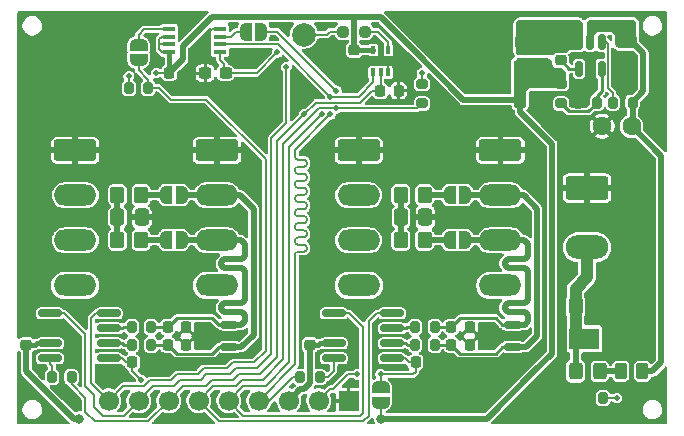
<source format=gbr>
%TF.GenerationSoftware,KiCad,Pcbnew,9.0.6*%
%TF.CreationDate,2025-12-21T18:24:03+01:00*%
%TF.ProjectId,repeater,72657065-6174-4657-922e-6b696361645f,rev?*%
%TF.SameCoordinates,Original*%
%TF.FileFunction,Copper,L1,Top*%
%TF.FilePolarity,Positive*%
%FSLAX46Y46*%
G04 Gerber Fmt 4.6, Leading zero omitted, Abs format (unit mm)*
G04 Created by KiCad (PCBNEW 9.0.6) date 2025-12-21 18:24:03*
%MOMM*%
%LPD*%
G01*
G04 APERTURE LIST*
G04 Aperture macros list*
%AMRoundRect*
0 Rectangle with rounded corners*
0 $1 Rounding radius*
0 $2 $3 $4 $5 $6 $7 $8 $9 X,Y pos of 4 corners*
0 Add a 4 corners polygon primitive as box body*
4,1,4,$2,$3,$4,$5,$6,$7,$8,$9,$2,$3,0*
0 Add four circle primitives for the rounded corners*
1,1,$1+$1,$2,$3*
1,1,$1+$1,$4,$5*
1,1,$1+$1,$6,$7*
1,1,$1+$1,$8,$9*
0 Add four rect primitives between the rounded corners*
20,1,$1+$1,$2,$3,$4,$5,0*
20,1,$1+$1,$4,$5,$6,$7,0*
20,1,$1+$1,$6,$7,$8,$9,0*
20,1,$1+$1,$8,$9,$2,$3,0*%
%AMFreePoly0*
4,1,23,0.500000,-0.750000,0.000000,-0.750000,0.000000,-0.745722,-0.065263,-0.745722,-0.191342,-0.711940,-0.304381,-0.646677,-0.396677,-0.554381,-0.461940,-0.441342,-0.495722,-0.315263,-0.495722,-0.250000,-0.500000,-0.250000,-0.500000,0.250000,-0.495722,0.250000,-0.495722,0.315263,-0.461940,0.441342,-0.396677,0.554381,-0.304381,0.646677,-0.191342,0.711940,-0.065263,0.745722,0.000000,0.745722,
0.000000,0.750000,0.500000,0.750000,0.500000,-0.750000,0.500000,-0.750000,$1*%
%AMFreePoly1*
4,1,23,0.000000,0.745722,0.065263,0.745722,0.191342,0.711940,0.304381,0.646677,0.396677,0.554381,0.461940,0.441342,0.495722,0.315263,0.495722,0.250000,0.500000,0.250000,0.500000,-0.250000,0.495722,-0.250000,0.495722,-0.315263,0.461940,-0.441342,0.396677,-0.554381,0.304381,-0.646677,0.191342,-0.711940,0.065263,-0.745722,0.000000,-0.745722,0.000000,-0.750000,-0.500000,-0.750000,
-0.500000,0.750000,0.000000,0.750000,0.000000,0.745722,0.000000,0.745722,$1*%
G04 Aperture macros list end*
%TA.AperFunction,SMDPad,CuDef*%
%ADD10RoundRect,0.250000X-0.337500X-0.475000X0.337500X-0.475000X0.337500X0.475000X-0.337500X0.475000X0*%
%TD*%
%TA.AperFunction,SMDPad,CuDef*%
%ADD11RoundRect,0.237500X0.250000X0.237500X-0.250000X0.237500X-0.250000X-0.237500X0.250000X-0.237500X0*%
%TD*%
%TA.AperFunction,SMDPad,CuDef*%
%ADD12RoundRect,0.237500X0.300000X0.237500X-0.300000X0.237500X-0.300000X-0.237500X0.300000X-0.237500X0*%
%TD*%
%TA.AperFunction,SMDPad,CuDef*%
%ADD13RoundRect,0.200000X0.200000X0.275000X-0.200000X0.275000X-0.200000X-0.275000X0.200000X-0.275000X0*%
%TD*%
%TA.AperFunction,SMDPad,CuDef*%
%ADD14R,0.400000X0.650000*%
%TD*%
%TA.AperFunction,SMDPad,CuDef*%
%ADD15FreePoly0,90.000000*%
%TD*%
%TA.AperFunction,SMDPad,CuDef*%
%ADD16FreePoly1,90.000000*%
%TD*%
%TA.AperFunction,ComponentPad*%
%ADD17R,1.700000X1.700000*%
%TD*%
%TA.AperFunction,ComponentPad*%
%ADD18C,1.700000*%
%TD*%
%TA.AperFunction,SMDPad,CuDef*%
%ADD19RoundRect,0.225000X0.225000X0.250000X-0.225000X0.250000X-0.225000X-0.250000X0.225000X-0.250000X0*%
%TD*%
%TA.AperFunction,SMDPad,CuDef*%
%ADD20FreePoly0,0.000000*%
%TD*%
%TA.AperFunction,SMDPad,CuDef*%
%ADD21FreePoly1,0.000000*%
%TD*%
%TA.AperFunction,SMDPad,CuDef*%
%ADD22FreePoly0,270.000000*%
%TD*%
%TA.AperFunction,SMDPad,CuDef*%
%ADD23FreePoly1,270.000000*%
%TD*%
%TA.AperFunction,ComponentPad*%
%ADD24C,1.600000*%
%TD*%
%TA.AperFunction,ComponentPad*%
%ADD25C,2.000000*%
%TD*%
%TA.AperFunction,ComponentPad*%
%ADD26O,3.600000X2.000000*%
%TD*%
%TA.AperFunction,ComponentPad*%
%ADD27RoundRect,0.250000X-1.550000X0.750000X-1.550000X-0.750000X1.550000X-0.750000X1.550000X0.750000X0*%
%TD*%
%TA.AperFunction,ComponentPad*%
%ADD28O,3.600000X1.800000*%
%TD*%
%TA.AperFunction,ComponentPad*%
%ADD29RoundRect,0.250000X-1.550000X0.650000X-1.550000X-0.650000X1.550000X-0.650000X1.550000X0.650000X0*%
%TD*%
%TA.AperFunction,SMDPad,CuDef*%
%ADD30RoundRect,0.225000X0.250000X-0.225000X0.250000X0.225000X-0.250000X0.225000X-0.250000X-0.225000X0*%
%TD*%
%TA.AperFunction,SMDPad,CuDef*%
%ADD31R,2.500000X1.800000*%
%TD*%
%TA.AperFunction,SMDPad,CuDef*%
%ADD32RoundRect,0.225000X-0.250000X0.225000X-0.250000X-0.225000X0.250000X-0.225000X0.250000X0.225000X0*%
%TD*%
%TA.AperFunction,SMDPad,CuDef*%
%ADD33RoundRect,0.225000X-0.225000X-0.250000X0.225000X-0.250000X0.225000X0.250000X-0.225000X0.250000X0*%
%TD*%
%TA.AperFunction,SMDPad,CuDef*%
%ADD34RoundRect,0.150000X-0.825000X-0.150000X0.825000X-0.150000X0.825000X0.150000X-0.825000X0.150000X0*%
%TD*%
%TA.AperFunction,SMDPad,CuDef*%
%ADD35RoundRect,0.200000X-0.200000X-0.275000X0.200000X-0.275000X0.200000X0.275000X-0.200000X0.275000X0*%
%TD*%
%TA.AperFunction,SMDPad,CuDef*%
%ADD36R,1.100000X0.400000*%
%TD*%
%TA.AperFunction,SMDPad,CuDef*%
%ADD37RoundRect,0.150000X0.587500X0.150000X-0.587500X0.150000X-0.587500X-0.150000X0.587500X-0.150000X0*%
%TD*%
%TA.AperFunction,SMDPad,CuDef*%
%ADD38RoundRect,0.250000X0.650000X-0.325000X0.650000X0.325000X-0.650000X0.325000X-0.650000X-0.325000X0*%
%TD*%
%TA.AperFunction,SMDPad,CuDef*%
%ADD39RoundRect,0.250000X-1.075000X0.375000X-1.075000X-0.375000X1.075000X-0.375000X1.075000X0.375000X0*%
%TD*%
%TA.AperFunction,SMDPad,CuDef*%
%ADD40RoundRect,0.200000X-0.275000X0.200000X-0.275000X-0.200000X0.275000X-0.200000X0.275000X0.200000X0*%
%TD*%
%TA.AperFunction,SMDPad,CuDef*%
%ADD41RoundRect,0.150000X0.150000X-0.512500X0.150000X0.512500X-0.150000X0.512500X-0.150000X-0.512500X0*%
%TD*%
%TA.AperFunction,SMDPad,CuDef*%
%ADD42RoundRect,0.250000X0.250000X0.475000X-0.250000X0.475000X-0.250000X-0.475000X0.250000X-0.475000X0*%
%TD*%
%TA.AperFunction,SMDPad,CuDef*%
%ADD43RoundRect,0.250000X-0.262500X-0.450000X0.262500X-0.450000X0.262500X0.450000X-0.262500X0.450000X0*%
%TD*%
%TA.AperFunction,SMDPad,CuDef*%
%ADD44RoundRect,0.250000X-0.350000X-0.450000X0.350000X-0.450000X0.350000X0.450000X-0.350000X0.450000X0*%
%TD*%
%TA.AperFunction,SMDPad,CuDef*%
%ADD45RoundRect,0.250000X0.350000X0.450000X-0.350000X0.450000X-0.350000X-0.450000X0.350000X-0.450000X0*%
%TD*%
%TA.AperFunction,SMDPad,CuDef*%
%ADD46FreePoly0,180.000000*%
%TD*%
%TA.AperFunction,SMDPad,CuDef*%
%ADD47FreePoly1,180.000000*%
%TD*%
%TA.AperFunction,SMDPad,CuDef*%
%ADD48RoundRect,0.250000X-0.325000X-0.450000X0.325000X-0.450000X0.325000X0.450000X-0.325000X0.450000X0*%
%TD*%
%TA.AperFunction,ViaPad*%
%ADD49C,0.500000*%
%TD*%
%TA.AperFunction,ViaPad*%
%ADD50C,0.800000*%
%TD*%
%TA.AperFunction,Conductor*%
%ADD51C,0.200000*%
%TD*%
%TA.AperFunction,Conductor*%
%ADD52C,0.500000*%
%TD*%
%TA.AperFunction,Conductor*%
%ADD53C,0.400000*%
%TD*%
%TA.AperFunction,Conductor*%
%ADD54C,1.000000*%
%TD*%
%TA.AperFunction,Conductor*%
%ADD55C,0.250000*%
%TD*%
%TA.AperFunction,Conductor*%
%ADD56C,0.150000*%
%TD*%
G04 APERTURE END LIST*
D10*
%TO.P,C1,1*%
%TO.N,VBUS*%
X147250000Y-75000000D03*
%TO.P,C1,2*%
%TO.N,GND*%
X149325000Y-75000000D03*
%TD*%
D11*
%TO.P,R4,1*%
%TO.N,/C*%
X129412500Y-51750000D03*
%TO.P,R4,2*%
%TO.N,/CLK*%
X127587500Y-51750000D03*
%TD*%
D12*
%TO.P,C6,1*%
%TO.N,/CLK*%
X117612500Y-55250000D03*
%TO.P,C6,2*%
%TO.N,GND*%
X115887500Y-55250000D03*
%TD*%
D13*
%TO.P,R6,2*%
%TO.N,Net-(D3-K)*%
X109425000Y-56500000D03*
%TO.P,R6,1*%
%TO.N,/S_1*%
X111075000Y-56500000D03*
%TD*%
D14*
%TO.P,U1,1*%
%TO.N,/RX_0*%
X130100000Y-55200000D03*
%TO.P,U1,2*%
%TO.N,/RX_1*%
X130750000Y-55199999D03*
%TO.P,U1,3,GND*%
%TO.N,GND*%
X131400000Y-55200000D03*
%TO.P,U1,4*%
%TO.N,/C*%
X131400000Y-53300000D03*
%TO.P,U1,5,VCC*%
%TO.N,+5V*%
X130100000Y-53300000D03*
%TD*%
D13*
%TO.P,R7,1*%
%TO.N,Net-(D4-K)*%
X149575000Y-82750000D03*
%TO.P,R7,2*%
%TO.N,GND*%
X147925000Y-82750000D03*
%TD*%
D15*
%TO.P,JP1,1,A*%
%TO.N,+5V*%
X130750000Y-83149999D03*
D16*
%TO.P,JP1,2,B*%
%TO.N,/VIO*%
X130750000Y-81850001D03*
%TD*%
D17*
%TO.P,J6,1,Pin_1*%
%TO.N,GND*%
X128040000Y-83000000D03*
D18*
%TO.P,J6,2,Pin_2*%
%TO.N,/VIO*%
X125500000Y-83000000D03*
%TO.P,J6,3,Pin_3*%
%TO.N,+5V*%
X122960001Y-83000000D03*
%TO.P,J6,4,Pin_4*%
%TO.N,/RX_0*%
X120420000Y-83000000D03*
%TO.P,J6,5,Pin_5*%
%TO.N,/TX_0*%
X117880000Y-83000000D03*
%TO.P,J6,6,Pin_6*%
%TO.N,/S_0*%
X115340000Y-83000000D03*
%TO.P,J6,7,Pin_7*%
%TO.N,/RX_1*%
X112800000Y-83000000D03*
%TO.P,J6,8,Pin_8*%
%TO.N,/TX_1*%
X110259999Y-83000000D03*
%TO.P,J6,9,Pin_9*%
%TO.N,/S_1*%
X107720000Y-83000000D03*
%TD*%
D19*
%TO.P,C13,1*%
%TO.N,GND*%
X135275000Y-79750000D03*
%TO.P,C13,2*%
%TO.N,/VIO*%
X133725000Y-79750000D03*
%TD*%
%TO.P,C8,1*%
%TO.N,GND*%
X111275000Y-79750000D03*
%TO.P,C8,2*%
%TO.N,/VIO*%
X109725000Y-79750000D03*
%TD*%
D20*
%TO.P,JP5,1,A*%
%TO.N,/~{Q}*%
X119350000Y-51750000D03*
D21*
%TO.P,JP5,2,B*%
%TO.N,/S_0*%
X120650000Y-51750000D03*
%TD*%
D22*
%TO.P,JP4,1,A*%
%TO.N,/Q*%
X110250000Y-52850001D03*
D23*
%TO.P,JP4,2,B*%
%TO.N,/S_1*%
X110250000Y-54149999D03*
%TD*%
D24*
%TO.P,C3,1*%
%TO.N,+24V*%
X152000000Y-59750000D03*
%TO.P,C3,2*%
%TO.N,GND*%
X149500000Y-59750000D03*
%TD*%
D25*
%TO.P,TP1,1,1*%
%TO.N,/CLK*%
X124250000Y-52000000D03*
%TD*%
D26*
%TO.P,J1,2,Pin_2*%
%TO.N,VBUS*%
X148222500Y-70000000D03*
D27*
%TO.P,J1,1,Pin_1*%
%TO.N,GND*%
X148222500Y-65000000D03*
%TD*%
D28*
%TO.P,J3,4,Pin_4*%
%TO.N,VBUS*%
X116892500Y-73232501D03*
%TO.P,J3,3,Pin_3*%
%TO.N,/H_1*%
X116892500Y-69422500D03*
%TO.P,J3,2,Pin_2*%
%TO.N,/L_1*%
X116892500Y-65612500D03*
D29*
%TO.P,J3,1,Pin_1*%
%TO.N,GND*%
X116892500Y-61802500D03*
%TD*%
%TO.P,J4,1,Pin_1*%
%TO.N,GND*%
X140892500Y-61802500D03*
D28*
%TO.P,J4,2,Pin_2*%
%TO.N,/L_0*%
X140892500Y-65612500D03*
%TO.P,J4,3,Pin_3*%
%TO.N,/H_0*%
X140892500Y-69422500D03*
%TO.P,J4,4,Pin_4*%
%TO.N,VBUS*%
X140892500Y-73232501D03*
%TD*%
D30*
%TO.P,C4,1*%
%TO.N,GND*%
X128500000Y-54850000D03*
%TO.P,C4,2*%
%TO.N,+5V*%
X128500000Y-53300000D03*
%TD*%
D31*
%TO.P,D1,1,K*%
%TO.N,VBUS*%
X147999999Y-77750000D03*
%TO.P,D1,2,A*%
%TO.N,GND*%
X152000001Y-77750000D03*
%TD*%
D28*
%TO.P,J2,4,Pin_4*%
%TO.N,VBUS*%
X128892500Y-73232501D03*
%TO.P,J2,3,Pin_3*%
%TO.N,/H_0*%
X128892500Y-69422500D03*
%TO.P,J2,2,Pin_2*%
%TO.N,/L_0*%
X128892500Y-65612500D03*
D29*
%TO.P,J2,1,Pin_1*%
%TO.N,GND*%
X128892500Y-61802500D03*
%TD*%
%TO.P,J5,1,Pin_1*%
%TO.N,GND*%
X104892500Y-61802500D03*
D28*
%TO.P,J5,2,Pin_2*%
%TO.N,/L_1*%
X104892500Y-65612500D03*
%TO.P,J5,3,Pin_3*%
%TO.N,/H_1*%
X104892500Y-69422500D03*
%TO.P,J5,4,Pin_4*%
%TO.N,VBUS*%
X104892500Y-73232501D03*
%TD*%
D32*
%TO.P,C14,1*%
%TO.N,GND*%
X124749999Y-76725000D03*
%TO.P,C14,2*%
%TO.N,+5V*%
X124749999Y-78275000D03*
%TD*%
D33*
%TO.P,C12,1*%
%TO.N,/L_0*%
X136725000Y-78250000D03*
%TO.P,C12,2*%
%TO.N,GND*%
X138275000Y-78250000D03*
%TD*%
D13*
%TO.P,R18,1*%
%TO.N,/vreg/FB*%
X149075000Y-57749999D03*
%TO.P,R18,2*%
%TO.N,GND*%
X147425000Y-57749999D03*
%TD*%
D33*
%TO.P,C5,2*%
%TO.N,GND*%
X132275000Y-56750000D03*
%TO.P,C5,1*%
%TO.N,/RX_1*%
X130725000Y-56750000D03*
%TD*%
D34*
%TO.P,U4,1,TXD*%
%TO.N,/TX_0*%
X126775000Y-75595000D03*
%TO.P,U4,2,GND*%
%TO.N,GND*%
X126775000Y-76865000D03*
%TO.P,U4,3,VCC*%
%TO.N,+5V*%
X126775000Y-78135000D03*
%TO.P,U4,4,RXD*%
%TO.N,/XCVR0/RX_{CAN}*%
X126775000Y-79405000D03*
%TO.P,U4,5,VIO*%
%TO.N,/VIO*%
X131725000Y-79405000D03*
%TO.P,U4,6,CANL*%
%TO.N,/XCVR0/L*%
X131725000Y-78135000D03*
%TO.P,U4,7,CANH*%
%TO.N,/XCVR0/H*%
X131725000Y-76865000D03*
%TO.P,U4,8,S*%
%TO.N,/S_0*%
X131725000Y-75595000D03*
%TD*%
D13*
%TO.P,R9,1*%
%TO.N,/H_1*%
X111325000Y-76750000D03*
%TO.P,R9,2*%
%TO.N,/XCVR1/H*%
X109675000Y-76750000D03*
%TD*%
D34*
%TO.P,U3,1,TXD*%
%TO.N,/TX_1*%
X102775000Y-75595000D03*
%TO.P,U3,2,GND*%
%TO.N,GND*%
X102775000Y-76865000D03*
%TO.P,U3,3,VCC*%
%TO.N,+5V*%
X102775000Y-78135000D03*
%TO.P,U3,4,RXD*%
%TO.N,/XCVR1/RX_{CAN}*%
X102775000Y-79405000D03*
%TO.P,U3,5,VIO*%
%TO.N,/VIO*%
X107725000Y-79405000D03*
%TO.P,U3,6,CANL*%
%TO.N,/XCVR1/L*%
X107725000Y-78135000D03*
%TO.P,U3,7,CANH*%
%TO.N,/XCVR1/H*%
X107725000Y-76865000D03*
%TO.P,U3,8,S*%
%TO.N,/S_1*%
X107725000Y-75595000D03*
%TD*%
D35*
%TO.P,R16,1*%
%TO.N,/vreg/EN*%
X150425000Y-57750000D03*
%TO.P,R16,2*%
%TO.N,+24V*%
X152075000Y-57750000D03*
%TD*%
D36*
%TO.P,U2,1,C*%
%TO.N,/CLK*%
X117150000Y-53475001D03*
%TO.P,U2,2,D*%
%TO.N,/RX_0*%
X117150000Y-52825000D03*
%TO.P,U2,3,~{Q}*%
%TO.N,/~{Q}*%
X117150000Y-52175000D03*
%TO.P,U2,4,GND*%
%TO.N,GND*%
X117150000Y-51524999D03*
%TO.P,U2,5,Q*%
%TO.N,/Q*%
X112850000Y-51524999D03*
%TO.P,U2,6,~{CLR}*%
%TO.N,+5V*%
X112850000Y-52175000D03*
%TO.P,U2,7,~{PRE}*%
X112850000Y-52825000D03*
%TO.P,U2,8,VCC*%
X112850000Y-53475001D03*
%TD*%
D37*
%TO.P,D6,1,A1*%
%TO.N,/L_0*%
X141937500Y-78450000D03*
%TO.P,D6,2,A2*%
%TO.N,/H_0*%
X141937500Y-76550000D03*
%TO.P,D6,3,common*%
%TO.N,GND*%
X140062499Y-77500000D03*
%TD*%
%TO.P,D5,1,A1*%
%TO.N,/L_1*%
X117937500Y-78450000D03*
%TO.P,D5,2,A2*%
%TO.N,/H_1*%
X117937500Y-76550000D03*
%TO.P,D5,3,common*%
%TO.N,GND*%
X116062499Y-77500000D03*
%TD*%
D33*
%TO.P,C10,1*%
%TO.N,/H_1*%
X112725000Y-76750000D03*
%TO.P,C10,2*%
%TO.N,GND*%
X114275000Y-76750000D03*
%TD*%
D13*
%TO.P,R13,1*%
%TO.N,/H_0*%
X135325000Y-76750000D03*
%TO.P,R13,2*%
%TO.N,/XCVR0/H*%
X133675000Y-76750000D03*
%TD*%
D33*
%TO.P,C15,1*%
%TO.N,/H_0*%
X136725000Y-76750000D03*
%TO.P,C15,2*%
%TO.N,GND*%
X138275000Y-76750000D03*
%TD*%
D38*
%TO.P,C17,1*%
%TO.N,GND*%
X151500000Y-55475001D03*
%TO.P,C17,2*%
%TO.N,+24V*%
X151500000Y-52524999D03*
%TD*%
D30*
%TO.P,C18,1*%
%TO.N,/vreg/BST*%
X146000000Y-54162500D03*
%TO.P,C18,2*%
%TO.N,/vreg/SW*%
X146000000Y-52612500D03*
%TD*%
D33*
%TO.P,C7,1*%
%TO.N,/L_1*%
X112725000Y-78250000D03*
%TO.P,C7,2*%
%TO.N,GND*%
X114275000Y-78250000D03*
%TD*%
D35*
%TO.P,R2,1*%
%TO.N,/XCVR1/RX_{CAN}*%
X102925000Y-81000000D03*
%TO.P,R2,2*%
%TO.N,/RX_1*%
X104575000Y-81000000D03*
%TD*%
D13*
%TO.P,R1,1*%
%TO.N,/XCVR0/RX_{CAN}*%
X125575000Y-81000000D03*
%TO.P,R1,2*%
%TO.N,/RX_0*%
X123925000Y-81000000D03*
%TD*%
D39*
%TO.P,L3,1,1*%
%TO.N,/vreg/SW*%
X143500000Y-52600001D03*
%TO.P,L3,2,2*%
%TO.N,+5V*%
X143500000Y-55399999D03*
%TD*%
D40*
%TO.P,R17,1*%
%TO.N,+5V*%
X146000000Y-56175000D03*
%TO.P,R17,2*%
%TO.N,/vreg/FB*%
X146000000Y-57825000D03*
%TD*%
D19*
%TO.P,C2,1*%
%TO.N,GND*%
X114400000Y-55250000D03*
%TO.P,C2,2*%
%TO.N,+5V*%
X112850000Y-55250000D03*
%TD*%
D41*
%TO.P,U5,1,BOOST*%
%TO.N,/vreg/BST*%
X147550001Y-54887500D03*
%TO.P,U5,2,GND*%
%TO.N,GND*%
X148500000Y-54887500D03*
%TO.P,U5,3,VFB*%
%TO.N,/vreg/FB*%
X149449999Y-54887500D03*
%TO.P,U5,4,EN*%
%TO.N,/vreg/EN*%
X149449999Y-52612500D03*
%TO.P,U5,5,VIN*%
%TO.N,+24V*%
X148500000Y-52612500D03*
%TO.P,U5,6,SW*%
%TO.N,/vreg/SW*%
X147550001Y-52612500D03*
%TD*%
D42*
%TO.P,C19,1*%
%TO.N,GND*%
X144449999Y-57500000D03*
%TO.P,C19,2*%
%TO.N,+5V*%
X142550001Y-57500000D03*
%TD*%
D40*
%TO.P,R5,1*%
%TO.N,Net-(D2-K)*%
X134250000Y-56175000D03*
%TO.P,R5,2*%
%TO.N,/S_0*%
X134250000Y-57825000D03*
%TD*%
D13*
%TO.P,R12,1*%
%TO.N,/L_0*%
X135325000Y-78250000D03*
%TO.P,R12,2*%
%TO.N,/XCVR0/L*%
X133675000Y-78250000D03*
%TD*%
%TO.P,R8,1*%
%TO.N,/L_1*%
X111325000Y-78250000D03*
%TO.P,R8,2*%
%TO.N,/XCVR1/L*%
X109675000Y-78250000D03*
%TD*%
D32*
%TO.P,C9,1*%
%TO.N,GND*%
X100749999Y-76725000D03*
%TO.P,C9,2*%
%TO.N,+5V*%
X100749999Y-78275000D03*
%TD*%
D43*
%TO.P,R3,1*%
%TO.N,Net-(F1-Pad2)*%
X151087500Y-80500000D03*
%TO.P,R3,2*%
%TO.N,+24V*%
X152912500Y-80500000D03*
%TD*%
D20*
%TO.P,JP7,1,A*%
%TO.N,Net-(JP7-A)*%
X112600000Y-69387500D03*
D21*
%TO.P,JP7,2,B*%
%TO.N,/H_1*%
X113900000Y-69387500D03*
%TD*%
D44*
%TO.P,R11,1*%
%TO.N,/XCVR1/CAN_{SPLIT}*%
X108462500Y-69387500D03*
%TO.P,R11,2*%
%TO.N,Net-(JP7-A)*%
X110462500Y-69387500D03*
%TD*%
D10*
%TO.P,C11,1*%
%TO.N,/XCVR1/CAN_{SPLIT}*%
X108462500Y-67465000D03*
%TO.P,C11,2*%
%TO.N,GND*%
X110537500Y-67465000D03*
%TD*%
D45*
%TO.P,R10,1*%
%TO.N,Net-(JP6-B)*%
X110462500Y-65577500D03*
%TO.P,R10,2*%
%TO.N,/XCVR1/CAN_{SPLIT}*%
X108462500Y-65577500D03*
%TD*%
%TO.P,R14,1*%
%TO.N,Net-(JP8-B)*%
X134462500Y-65577500D03*
%TO.P,R14,2*%
%TO.N,/XCVR0/CAN_{SPLIT}*%
X132462500Y-65577500D03*
%TD*%
D44*
%TO.P,R15,1*%
%TO.N,/XCVR0/CAN_{SPLIT}*%
X132462500Y-69387500D03*
%TO.P,R15,2*%
%TO.N,Net-(JP9-A)*%
X134462500Y-69387500D03*
%TD*%
D46*
%TO.P,JP8,1,A*%
%TO.N,/L_0*%
X137899999Y-65577500D03*
D47*
%TO.P,JP8,2,B*%
%TO.N,Net-(JP8-B)*%
X136600001Y-65577500D03*
%TD*%
D20*
%TO.P,JP9,1,A*%
%TO.N,Net-(JP9-A)*%
X136600000Y-69387500D03*
D21*
%TO.P,JP9,2,B*%
%TO.N,/H_0*%
X137900000Y-69387500D03*
%TD*%
D10*
%TO.P,C16,1*%
%TO.N,/XCVR0/CAN_{SPLIT}*%
X132462500Y-67465000D03*
%TO.P,C16,2*%
%TO.N,GND*%
X134537500Y-67465000D03*
%TD*%
D46*
%TO.P,JP6,1,A*%
%TO.N,/L_1*%
X113899999Y-65577500D03*
D47*
%TO.P,JP6,2,B*%
%TO.N,Net-(JP6-B)*%
X112600001Y-65577500D03*
%TD*%
D48*
%TO.P,F1,1*%
%TO.N,VBUS*%
X147250000Y-80500000D03*
%TO.P,F1,2*%
%TO.N,Net-(F1-Pad2)*%
X149299998Y-80500000D03*
%TD*%
D49*
%TO.N,GND*%
X152401750Y-82401750D03*
X152401750Y-72401750D03*
X152401750Y-69901750D03*
X152401750Y-67401750D03*
X152401750Y-64901750D03*
X152401750Y-62401750D03*
X144901750Y-82401750D03*
X142401750Y-79901750D03*
X142401750Y-67401750D03*
X139901750Y-82401750D03*
X139901750Y-79901750D03*
X139901750Y-67401750D03*
X139901750Y-54901750D03*
X139901750Y-52401750D03*
X137401750Y-82401750D03*
X137401750Y-79901750D03*
X137401750Y-67401750D03*
X137401750Y-54901750D03*
X137401750Y-52401750D03*
X134901750Y-82401750D03*
X134901750Y-52401750D03*
X132401750Y-82401750D03*
X129901750Y-67401750D03*
X127401750Y-67401750D03*
X119901750Y-64901750D03*
X119901750Y-57401750D03*
X117401750Y-67401750D03*
X117401750Y-57401750D03*
X114901750Y-79901750D03*
X114901750Y-67401750D03*
X107401750Y-67401750D03*
X107401750Y-57401750D03*
X107401750Y-54901750D03*
X107401750Y-52401750D03*
X104901750Y-79901750D03*
X104901750Y-67401750D03*
X104901750Y-57401750D03*
X104901750Y-54901750D03*
X104901750Y-52401750D03*
X102401750Y-69901750D03*
X102401750Y-67401750D03*
X102401750Y-64901750D03*
X102401750Y-57401750D03*
X102401750Y-54901750D03*
X102401750Y-52401750D03*
X152250000Y-74750000D03*
X153000000Y-74750000D03*
X153750000Y-74750000D03*
X153750000Y-75500000D03*
X153000000Y-75500000D03*
X152250000Y-75500000D03*
%TO.N,+5V*%
X133375000Y-53125000D03*
%TO.N,GND*%
X111500000Y-68250000D03*
X111500000Y-66750000D03*
X111500000Y-67500000D03*
X135500000Y-67500000D03*
X135500000Y-66750000D03*
X135500000Y-68250000D03*
X150000000Y-77000000D03*
X150000000Y-77750000D03*
X150000000Y-78500000D03*
X150000000Y-79250000D03*
X152250000Y-76250000D03*
X153000000Y-76250000D03*
X150750000Y-79250000D03*
X151500000Y-79250000D03*
X152250000Y-79250000D03*
X153000000Y-79250000D03*
X153750000Y-79250000D03*
X153750000Y-76250000D03*
X153750000Y-77750000D03*
X153750000Y-77000000D03*
X153750000Y-78500000D03*
X133250000Y-56750000D03*
X113750000Y-56000000D03*
X115000000Y-56000000D03*
X115125000Y-54375000D03*
X116125000Y-51875000D03*
X118250000Y-51250000D03*
X131399999Y-54400000D03*
X131500000Y-56000000D03*
X129250000Y-55500000D03*
X128250000Y-55750000D03*
%TO.N,+5V*%
X111750000Y-55250000D03*
%TO.N,/CLK*%
X122000000Y-53500000D03*
%TO.N,/S_0*%
X127000000Y-56750000D03*
X127000000Y-58250000D03*
%TO.N,/TX_1*%
X122750000Y-54750000D03*
%TO.N,/RX_1*%
X124250000Y-58750000D03*
%TO.N,/RX_0*%
X126500000Y-57250000D03*
X126500000Y-58750000D03*
%TO.N,/TX_0*%
X125750000Y-58750000D03*
%TO.N,Net-(D3-K)*%
X109425000Y-55500000D03*
%TO.N,Net-(D2-K)*%
X134250000Y-55250000D03*
%TO.N,+5V*%
X143750000Y-80500000D03*
%TO.N,Net-(D4-K)*%
X150750000Y-82750000D03*
%TO.N,GND*%
X104250000Y-77500000D03*
X104250000Y-76750000D03*
X128250000Y-77500000D03*
X128250000Y-76750000D03*
X110500000Y-80500000D03*
X134500000Y-80500000D03*
X134500000Y-79000000D03*
X110500000Y-79000000D03*
X136250000Y-79750000D03*
X112250000Y-79750000D03*
X119500000Y-79000000D03*
X120250000Y-78250000D03*
%TO.N,/VIO*%
X110500000Y-81250000D03*
X128750000Y-80750000D03*
X130750000Y-80750000D03*
%TO.N,GND*%
X125500000Y-76500000D03*
X100500000Y-75750000D03*
X101500000Y-76250000D03*
X101500000Y-77500000D03*
X125500000Y-77500000D03*
X124058073Y-77503489D03*
D50*
%TO.N,+5V*%
X105250000Y-84500000D03*
X130750000Y-84500000D03*
D49*
%TO.N,GND*%
X145250000Y-57000000D03*
X139250000Y-76750000D03*
X137500000Y-77500000D03*
X152000000Y-56500000D03*
X140250000Y-76750000D03*
X139000000Y-77500000D03*
X150999999Y-54500000D03*
X147500001Y-56000000D03*
X149500000Y-53750000D03*
X118250000Y-77500000D03*
X145250000Y-58500000D03*
X140250000Y-78250000D03*
X115250000Y-78250000D03*
X148500000Y-53750000D03*
X147500000Y-53750000D03*
X152000000Y-54500000D03*
X151000000Y-53750000D03*
X151000000Y-56500000D03*
X144500000Y-58500000D03*
X113500000Y-77500000D03*
X115000000Y-77500000D03*
X141250000Y-77500000D03*
X115250000Y-76750000D03*
X148499999Y-56000000D03*
X148500000Y-56750000D03*
X139250000Y-78250000D03*
X116250000Y-76750000D03*
X143750000Y-58000000D03*
X143750000Y-57000000D03*
X152000000Y-53750000D03*
X142250000Y-77500000D03*
X117250000Y-77500000D03*
X116250000Y-78250000D03*
X147500000Y-56750000D03*
%TD*%
D51*
%TO.N,/VIO*%
X130750000Y-80750000D02*
X133500000Y-80750000D01*
X133500000Y-80750000D02*
X133725000Y-80525000D01*
X133725000Y-80525000D02*
X133725000Y-79750000D01*
%TO.N,/S_1*%
X121000000Y-62500000D02*
X116000000Y-57500000D01*
X121000000Y-78750000D02*
X121000000Y-62500000D01*
X120000000Y-79750000D02*
X121000000Y-78750000D01*
X115250000Y-80750000D02*
X115750000Y-80250000D01*
X113500000Y-80750000D02*
X115250000Y-80750000D01*
X115750000Y-80250000D02*
X117750000Y-80250000D01*
X110750000Y-81750000D02*
X111250000Y-81250000D01*
X113000000Y-81250000D02*
X113500000Y-80750000D01*
X117750000Y-80250000D02*
X118250000Y-79750000D01*
X111250000Y-81250000D02*
X113000000Y-81250000D01*
X118250000Y-79750000D02*
X120000000Y-79750000D01*
X108970000Y-81750000D02*
X110750000Y-81750000D01*
X107720000Y-83000000D02*
X108970000Y-81750000D01*
X116000000Y-57500000D02*
X113000000Y-57500000D01*
X113000000Y-57500000D02*
X112000000Y-56500000D01*
X112000000Y-56500000D02*
X111075000Y-56500000D01*
X110250000Y-55000000D02*
X110250000Y-54149999D01*
X111075000Y-56500000D02*
X111075000Y-55825000D01*
X111075000Y-55825000D02*
X110250000Y-55000000D01*
%TO.N,Net-(D3-K)*%
X109425000Y-55500000D02*
X109425000Y-56500000D01*
%TO.N,+5V*%
X111750000Y-55250000D02*
X112850000Y-55250000D01*
D52*
X133375000Y-53125000D02*
X137750000Y-57500000D01*
X137750000Y-57500000D02*
X142550001Y-57500000D01*
X133375000Y-53125000D02*
X130750000Y-50500000D01*
X130750000Y-50500000D02*
X128500000Y-50500000D01*
D51*
%TO.N,/S_0*%
X127000000Y-58250000D02*
X133825000Y-58250000D01*
X133825000Y-58250000D02*
X134250000Y-57825000D01*
D52*
%TO.N,+5V*%
X128500000Y-50500000D02*
X116500000Y-50500000D01*
X116500000Y-50500000D02*
X114000000Y-53000000D01*
X114000000Y-53000000D02*
X114000000Y-54100000D01*
X114000000Y-54100000D02*
X112850000Y-55250000D01*
D51*
%TO.N,/CLK*%
X124250000Y-52000000D02*
X126168750Y-52000000D01*
X126168750Y-52000000D02*
X126418750Y-51750000D01*
X126418750Y-51750000D02*
X127587500Y-51750000D01*
%TO.N,/RX_0*%
X126500000Y-57250000D02*
X128875000Y-57250000D01*
%TO.N,/RX_1*%
X127000000Y-57750000D02*
X129000000Y-57750000D01*
D52*
%TO.N,+5V*%
X143750000Y-80500000D02*
X139750000Y-84500000D01*
X139750000Y-84500000D02*
X130750000Y-84500000D01*
X143750000Y-80500000D02*
X145250000Y-79000000D01*
X145250000Y-61250000D02*
X142550000Y-58550000D01*
X145250000Y-79000000D02*
X145250000Y-61250000D01*
X142550000Y-58550000D02*
X142550000Y-56500000D01*
D51*
%TO.N,Net-(D4-K)*%
X150750000Y-82750000D02*
X149575000Y-82750000D01*
%TO.N,GND*%
X115125000Y-54375000D02*
X114400000Y-55100000D01*
X116125000Y-51875000D02*
X115750000Y-52250000D01*
%TO.N,/RX_0*%
X128875000Y-57250000D02*
X130100000Y-56025000D01*
X130100000Y-56025000D02*
X130100000Y-55200000D01*
%TO.N,/RX_1*%
X129000000Y-57750000D02*
X130000000Y-56750000D01*
X130000000Y-56750000D02*
X130725000Y-56750000D01*
%TO.N,/S_0*%
X127000000Y-56750000D02*
X122000000Y-51750000D01*
X122000000Y-51750000D02*
X121750000Y-51750000D01*
%TO.N,/RX_0*%
X126500000Y-57250000D02*
X122075000Y-52825000D01*
X122075000Y-52825000D02*
X121825000Y-52825000D01*
%TO.N,/CLK*%
X122000000Y-53500000D02*
X120250000Y-55250000D01*
X120250000Y-55250000D02*
X117612500Y-55250000D01*
D52*
%TO.N,+5V*%
X128500000Y-50500000D02*
X128500000Y-53300000D01*
D51*
%TO.N,/Q*%
X110725001Y-51524999D02*
X110250000Y-52000000D01*
X112850000Y-51524999D02*
X110725001Y-51524999D01*
X110250000Y-52000000D02*
X110250000Y-52850001D01*
%TO.N,GND*%
X117150000Y-51524999D02*
X116475001Y-51524999D01*
X115750000Y-52250000D02*
X115750000Y-53750000D01*
X116475001Y-51524999D02*
X116125000Y-51875000D01*
X115750000Y-53750000D02*
X115125000Y-54375000D01*
X114400000Y-55100000D02*
X114400000Y-55250000D01*
%TO.N,/C*%
X131400000Y-53300000D02*
X131400000Y-52650000D01*
X131400000Y-52650000D02*
X130500000Y-51750000D01*
X130500000Y-51750000D02*
X129412500Y-51750000D01*
D52*
%TO.N,+5V*%
X142550000Y-56500000D02*
X142550000Y-57499999D01*
X142550000Y-57499999D02*
X142550001Y-57500000D01*
D51*
%TO.N,/~{Q}*%
X117150000Y-52175000D02*
X118075000Y-52175000D01*
X118075000Y-52175000D02*
X118500000Y-51750000D01*
X118500000Y-51750000D02*
X119350000Y-51750000D01*
%TO.N,/RX_0*%
X121825000Y-52825000D02*
X117150000Y-52825000D01*
%TO.N,/S_0*%
X121750000Y-51750000D02*
X120650000Y-51750000D01*
%TO.N,/RX_1*%
X127000000Y-57750000D02*
X127250000Y-57750000D01*
%TO.N,/XCVR0/RX_{CAN}*%
X126775000Y-79405000D02*
X126775000Y-80475000D01*
X126775000Y-80475000D02*
X126250000Y-81000000D01*
X126250000Y-81000000D02*
X125575000Y-81000000D01*
D52*
%TO.N,+5V*%
X122960001Y-83000000D02*
X123960001Y-82000000D01*
X124726000Y-81529484D02*
X124726000Y-81524000D01*
X123960001Y-82000000D02*
X124255484Y-82000000D01*
X124255484Y-82000000D02*
X124726000Y-81529484D01*
X124726000Y-81524000D02*
X124749999Y-81500001D01*
X124749999Y-81500001D02*
X124749999Y-78275000D01*
D51*
%TO.N,/RX_0*%
X123925000Y-81000000D02*
X123332241Y-81000000D01*
X123332241Y-81000000D02*
X121332241Y-83000000D01*
X121332241Y-83000000D02*
X120420000Y-83000000D01*
%TO.N,/TX_1*%
X113250000Y-81750000D02*
X111510000Y-81750000D01*
X109010000Y-84250000D02*
X107250000Y-84250000D01*
X113750000Y-81250000D02*
X113250000Y-81750000D01*
X116000000Y-80750000D02*
X115500000Y-81250000D01*
X105750000Y-77375000D02*
X103970000Y-75595000D01*
X120250000Y-80250000D02*
X118500000Y-80250000D01*
X118000000Y-80750000D02*
X116000000Y-80750000D01*
X121500000Y-79000000D02*
X120250000Y-80250000D01*
X103970000Y-75595000D02*
X102775000Y-75595000D01*
X118500000Y-80250000D02*
X118000000Y-80750000D01*
X121500000Y-60750000D02*
X121500000Y-79000000D01*
X122750000Y-59500000D02*
X121500000Y-60750000D01*
X106500000Y-82500000D02*
X105750000Y-81750000D01*
X115500000Y-81250000D02*
X113750000Y-81250000D01*
X122750000Y-54750000D02*
X122750000Y-59500000D01*
X111510000Y-81750000D02*
X109010000Y-84250000D01*
X107250000Y-84250000D02*
X106500000Y-83500000D01*
X106500000Y-83500000D02*
X106500000Y-82500000D01*
X105750000Y-81750000D02*
X105750000Y-77375000D01*
%TO.N,/RX_1*%
X124250000Y-58750000D02*
X125250000Y-57750000D01*
X116500000Y-81250000D02*
X116000000Y-81750000D01*
X125250000Y-57750000D02*
X127000000Y-57750000D01*
X118250000Y-81250000D02*
X116500000Y-81250000D01*
X122000000Y-79250000D02*
X120500000Y-80750000D01*
X114050000Y-81750000D02*
X112800000Y-83000000D01*
X120500000Y-80750000D02*
X118750000Y-80750000D01*
X122000000Y-61000000D02*
X122000000Y-79250000D01*
X124250000Y-58750000D02*
X122000000Y-61000000D01*
X116000000Y-81750000D02*
X114050000Y-81750000D01*
X118750000Y-80750000D02*
X118250000Y-81250000D01*
%TO.N,/RX_0*%
X124260000Y-67371098D02*
G75*
G02*
X124500002Y-67611098I0J-240002D01*
G01*
X123500000Y-64611098D02*
X123500000Y-64731098D01*
X123500000Y-68331098D02*
G75*
G03*
X123740000Y-68571100I240000J-2D01*
G01*
X123500000Y-65931098D02*
G75*
G03*
X123740000Y-66171100I240000J-2D01*
G01*
X123740000Y-66771098D02*
G75*
G03*
X123499998Y-67011098I0J-240002D01*
G01*
X126500000Y-58750000D02*
X123500000Y-61750000D01*
X123500000Y-63531098D02*
G75*
G03*
X123740000Y-63771100I240000J-2D01*
G01*
X124500000Y-66531098D02*
G75*
G02*
X124260000Y-66771100I-240000J-2D01*
G01*
X123500000Y-64731098D02*
G75*
G03*
X123740000Y-64971100I240000J-2D01*
G01*
X124500000Y-70011098D02*
X124500000Y-70131098D01*
X123740000Y-67371098D02*
X124260000Y-67371098D01*
X123740000Y-64971098D02*
X124260000Y-64971098D01*
X123740000Y-67971098D02*
G75*
G03*
X123499998Y-68211098I0J-240002D01*
G01*
X124260000Y-66171098D02*
G75*
G02*
X124500002Y-66411098I0J-240002D01*
G01*
X123500000Y-67131098D02*
G75*
G03*
X123740000Y-67371100I240000J-2D01*
G01*
X123500000Y-63411098D02*
X123500000Y-63531098D01*
X123500000Y-61750000D02*
X123500000Y-62331098D01*
X124260000Y-62571098D02*
G75*
G02*
X124500002Y-62811098I0J-240002D01*
G01*
X123740000Y-70371098D02*
G75*
G03*
X123499998Y-70611098I0J-240002D01*
G01*
X124500000Y-62811098D02*
X124500000Y-62931098D01*
X124500000Y-66411098D02*
X124500000Y-66531098D01*
X124260000Y-63771098D02*
G75*
G02*
X124500002Y-64011098I0J-240002D01*
G01*
X124260000Y-67971098D02*
X123740000Y-67971098D01*
X123740000Y-63171098D02*
G75*
G03*
X123499998Y-63411098I0J-240002D01*
G01*
X124260000Y-68571098D02*
G75*
G02*
X124500002Y-68811098I0J-240002D01*
G01*
X123740000Y-69771098D02*
X124260000Y-69771098D01*
X123500000Y-62331098D02*
G75*
G03*
X123740000Y-62571100I240000J-2D01*
G01*
X124500000Y-62931098D02*
G75*
G02*
X124260000Y-63171100I-240000J-2D01*
G01*
X123500000Y-69531098D02*
G75*
G03*
X123740000Y-69771100I240000J-2D01*
G01*
X123500000Y-70731098D02*
X123500000Y-71079986D01*
X124260000Y-69171098D02*
X123740000Y-69171098D01*
X124500000Y-68811098D02*
X124500000Y-68931098D01*
X123500000Y-68211098D02*
X123500000Y-68331098D01*
X124260000Y-63171098D02*
X123740000Y-63171098D01*
X123500000Y-71079986D02*
X123500000Y-79920000D01*
X124500000Y-67611098D02*
X124500000Y-67731098D01*
X123500000Y-67011098D02*
X123500000Y-67131098D01*
X123500000Y-65811098D02*
X123500000Y-65931098D01*
X123740000Y-69171098D02*
G75*
G03*
X123499998Y-69411098I0J-240002D01*
G01*
X123500000Y-70611098D02*
X123500000Y-70731098D01*
X123740000Y-66171098D02*
X124260000Y-66171098D01*
X124260000Y-70371098D02*
X123740000Y-70371098D01*
X124500000Y-65211098D02*
X124500000Y-65331098D01*
X124500000Y-64011098D02*
X124500000Y-64131098D01*
X124260000Y-65571098D02*
X123740000Y-65571098D01*
X124260000Y-66771098D02*
X123740000Y-66771098D01*
X123740000Y-63771098D02*
X124260000Y-63771098D01*
X123740000Y-62571098D02*
X124260000Y-62571098D01*
X124500000Y-68931098D02*
G75*
G02*
X124260000Y-69171100I-240000J-2D01*
G01*
X123740000Y-65571098D02*
G75*
G03*
X123499998Y-65811098I0J-240002D01*
G01*
X123500000Y-69411098D02*
X123500000Y-69531098D01*
X124500000Y-70131098D02*
G75*
G02*
X124260000Y-70371100I-240000J-2D01*
G01*
X124500000Y-65331098D02*
G75*
G02*
X124260000Y-65571100I-240000J-2D01*
G01*
X124260000Y-69771098D02*
G75*
G02*
X124500002Y-70011098I0J-240002D01*
G01*
X124260000Y-64971098D02*
G75*
G02*
X124500002Y-65211098I0J-240002D01*
G01*
X123740000Y-68571098D02*
X124260000Y-68571098D01*
X123740000Y-64371098D02*
G75*
G03*
X123499998Y-64611098I0J-240002D01*
G01*
X124500000Y-67731098D02*
G75*
G02*
X124260000Y-67971100I-240000J-2D01*
G01*
X124260000Y-64371098D02*
X123740000Y-64371098D01*
X124500000Y-64131098D02*
G75*
G02*
X124260000Y-64371100I-240000J-2D01*
G01*
%TO.N,/RX_1*%
X112800000Y-83000000D02*
X111050000Y-84750000D01*
X111050000Y-84750000D02*
X106575000Y-84750000D01*
X106575000Y-84750000D02*
X105750000Y-83925000D01*
X105750000Y-83925000D02*
X105750000Y-82750000D01*
X105750000Y-82750000D02*
X104575000Y-81575000D01*
X104575000Y-81575000D02*
X104575000Y-81000000D01*
%TO.N,/XCVR1/RX_{CAN}*%
X102925000Y-81000000D02*
X102925000Y-80068130D01*
X102925000Y-80068130D02*
X102775000Y-79918130D01*
X102775000Y-79918130D02*
X102775000Y-79405000D01*
%TO.N,/S_1*%
X107725000Y-75595000D02*
X106655000Y-75595000D01*
X106250000Y-81530000D02*
X107720000Y-83000000D01*
X106655000Y-75595000D02*
X106250000Y-76000000D01*
X106250000Y-76000000D02*
X106250000Y-81530000D01*
%TO.N,/VIO*%
X125500000Y-83000000D02*
X126500000Y-82000000D01*
X126750000Y-82000000D02*
X128000000Y-80750000D01*
X126500000Y-82000000D02*
X126750000Y-82000000D01*
X128000000Y-80750000D02*
X128750000Y-80750000D01*
%TO.N,/RX_1*%
X130750000Y-55199999D02*
X130750000Y-56725000D01*
X130750000Y-56725000D02*
X130725000Y-56750000D01*
%TO.N,/S_0*%
X115340000Y-83000000D02*
X116590000Y-81750000D01*
X116590000Y-81750000D02*
X118500000Y-81750000D01*
X118500000Y-81750000D02*
X119000000Y-81250000D01*
X120750000Y-81250000D02*
X122500000Y-79500000D01*
X119000000Y-81250000D02*
X120750000Y-81250000D01*
X122500000Y-79500000D02*
X122500000Y-61250000D01*
X122500000Y-61250000D02*
X125500000Y-58250000D01*
X125500000Y-58250000D02*
X127000000Y-58250000D01*
%TO.N,/TX_0*%
X125750000Y-58750000D02*
X123000000Y-61500000D01*
X123000000Y-61500000D02*
X123000000Y-79750000D01*
X123000000Y-79750000D02*
X121000000Y-81750000D01*
X121000000Y-81750000D02*
X119130000Y-81750000D01*
%TO.N,Net-(D2-K)*%
X134250000Y-55250000D02*
X134250000Y-56175000D01*
%TO.N,/CLK*%
X117150000Y-53475001D02*
X117150000Y-54150000D01*
X117150000Y-54150000D02*
X117525000Y-54525000D01*
X117525000Y-54525000D02*
X117525000Y-55250000D01*
%TO.N,GND*%
X131399999Y-54400000D02*
X131249999Y-54250000D01*
X131400000Y-55200000D02*
X131399999Y-54400000D01*
X131249999Y-54250000D02*
X129100000Y-54250000D01*
X129100000Y-54250000D02*
X128500000Y-54850000D01*
%TO.N,+5V*%
X112850000Y-52825000D02*
X112000000Y-52825000D01*
X112000000Y-52825000D02*
X112000000Y-52750000D01*
X112850000Y-52175000D02*
X112228585Y-52175000D01*
X112228585Y-52175000D02*
X112000000Y-52403585D01*
X112000000Y-52403585D02*
X112000000Y-52750000D01*
X112000000Y-52750000D02*
X112000000Y-53250000D01*
X112000000Y-53250000D02*
X112225001Y-53475001D01*
X112225001Y-53475001D02*
X112850000Y-53475001D01*
D53*
X112850000Y-53475001D02*
X112850000Y-55250000D01*
X130100000Y-53300000D02*
X128500000Y-53300000D01*
D52*
%TO.N,+24V*%
X152912500Y-80500000D02*
X153750000Y-80500000D01*
X153750000Y-80500000D02*
X154500000Y-79750000D01*
X154500000Y-79750000D02*
X154500000Y-62250000D01*
X154500000Y-62250000D02*
X152000000Y-59750000D01*
%TO.N,+5V*%
X105250000Y-84500000D02*
X104750000Y-84500000D01*
X104750000Y-84500000D02*
X100749999Y-80499999D01*
X100749999Y-80499999D02*
X100749999Y-78275000D01*
%TO.N,/H_1*%
X119000000Y-74750000D02*
X117500000Y-74750000D01*
X119250000Y-74500000D02*
X119000000Y-74750000D01*
X119250000Y-72000000D02*
X119250000Y-74500000D01*
X119250000Y-69750000D02*
X119250000Y-70750000D01*
X117250000Y-71500000D02*
X117500000Y-71750000D01*
X118922500Y-69422500D02*
X119250000Y-69750000D01*
X119000000Y-71000000D02*
X117500000Y-71000000D01*
X117500000Y-74750000D02*
X117250000Y-75000000D01*
X117250000Y-75000000D02*
X117250000Y-75250000D01*
X117250000Y-75250000D02*
X117500000Y-75500000D01*
X117500000Y-75500000D02*
X119000000Y-75500000D01*
X119000000Y-71750000D02*
X119250000Y-72000000D01*
X117500000Y-71750000D02*
X119000000Y-71750000D01*
X117250000Y-71250000D02*
X117250000Y-71500000D01*
X117500000Y-71000000D02*
X117250000Y-71250000D01*
X116892500Y-69422500D02*
X118922500Y-69422500D01*
X119250000Y-70750000D02*
X119000000Y-71000000D01*
X119250000Y-76250000D02*
X118950000Y-76550000D01*
X118950000Y-76550000D02*
X117937500Y-76550000D01*
X119250000Y-75750000D02*
X119250000Y-76250000D01*
X119000000Y-75500000D02*
X119250000Y-75750000D01*
D51*
%TO.N,+5V*%
X130750000Y-83149999D02*
X130750000Y-84500000D01*
%TO.N,/VIO*%
X130750000Y-81850001D02*
X130750000Y-80750000D01*
X110500000Y-81250000D02*
X109725000Y-80475000D01*
X109725000Y-80475000D02*
X109725000Y-79750000D01*
%TO.N,/TX_0*%
X126775000Y-75595000D02*
X128095000Y-75595000D01*
X128095000Y-75595000D02*
X129250000Y-76750000D01*
X129000000Y-84250000D02*
X119130000Y-84250000D01*
X129250000Y-76750000D02*
X129250000Y-84000000D01*
X129250000Y-84000000D02*
X129000000Y-84250000D01*
X119130000Y-84250000D02*
X117880000Y-83000000D01*
%TO.N,/S_0*%
X115340000Y-83000000D02*
X117090000Y-84750000D01*
X129750000Y-76250000D02*
X130405000Y-75595000D01*
X117090000Y-84750000D02*
X129250000Y-84750000D01*
X129250000Y-84750000D02*
X129750000Y-84250000D01*
X129750000Y-84250000D02*
X129750000Y-76250000D01*
X130405000Y-75595000D02*
X131725000Y-75595000D01*
D52*
%TO.N,/L_0*%
X144000000Y-77500000D02*
X144000000Y-66750000D01*
X144000000Y-66750000D02*
X142862500Y-65612500D01*
X142862500Y-65612500D02*
X140892500Y-65612500D01*
%TO.N,/L_1*%
X120000000Y-77400000D02*
X120000000Y-66750000D01*
X120000000Y-66750000D02*
X118862500Y-65612500D01*
X118862500Y-65612500D02*
X116892500Y-65612500D01*
D51*
%TO.N,/VIO*%
X109725000Y-79750000D02*
X109159838Y-79750000D01*
X109159838Y-79750000D02*
X108814838Y-79405000D01*
X108814838Y-79405000D02*
X107725000Y-79405000D01*
X133725000Y-79750000D02*
X133166474Y-79750000D01*
X133166474Y-79750000D02*
X132821474Y-79405000D01*
X132821474Y-79405000D02*
X131725000Y-79405000D01*
D54*
%TO.N,VBUS*%
X148222500Y-70000000D02*
X148222500Y-72527500D01*
X147250000Y-73500000D02*
X147250000Y-75250000D01*
X148222500Y-72527500D02*
X147250000Y-73500000D01*
D52*
%TO.N,+24V*%
X152000000Y-59750000D02*
X152075000Y-59675000D01*
X152075000Y-59675000D02*
X152075000Y-57750000D01*
D53*
%TO.N,+5V*%
X126775000Y-78135000D02*
X125615000Y-78135000D01*
X125615000Y-78135000D02*
X125475000Y-78275000D01*
X125475000Y-78275000D02*
X124749999Y-78275000D01*
D52*
%TO.N,+24V*%
X148500000Y-52612500D02*
X148500000Y-51750000D01*
X150475001Y-51500000D02*
X151500000Y-52524999D01*
X148500000Y-51750000D02*
X148750000Y-51500000D01*
X148750000Y-51500000D02*
X150475001Y-51500000D01*
D55*
%TO.N,/vreg/BST*%
X147550000Y-54887500D02*
X146725000Y-54887500D01*
X146725000Y-54887500D02*
X146000000Y-54162500D01*
%TO.N,+5V*%
X146000000Y-56175000D02*
X145224999Y-55399999D01*
X145224999Y-55399999D02*
X143500000Y-55399999D01*
%TO.N,/vreg/FB*%
X146000000Y-57825000D02*
X146675001Y-58500000D01*
X146675001Y-58500000D02*
X148324999Y-58500000D01*
X148324999Y-58500000D02*
X149075000Y-57749999D01*
D52*
%TO.N,+24V*%
X152075000Y-57675000D02*
X153000000Y-56750000D01*
X151962110Y-52524999D02*
X151500000Y-52524999D01*
X153000000Y-56750000D02*
X153000000Y-53562889D01*
X153000000Y-53562889D02*
X151962110Y-52524999D01*
%TO.N,Net-(F1-Pad2)*%
X149299998Y-80500000D02*
X151087500Y-80500000D01*
%TO.N,VBUS*%
X147250000Y-80750000D02*
X147249999Y-77750000D01*
D54*
X147250000Y-75000000D02*
X147249999Y-77750000D01*
D55*
%TO.N,/XCVR0/H*%
X133675000Y-76750000D02*
X133000000Y-76750000D01*
X133000000Y-76750000D02*
X132885000Y-76865000D01*
X132885000Y-76865000D02*
X131725000Y-76865000D01*
%TO.N,/XCVR0/L*%
X133675000Y-78250000D02*
X133000000Y-78250000D01*
X133000000Y-78250000D02*
X132885000Y-78135000D01*
X132885000Y-78135000D02*
X131725000Y-78135000D01*
%TO.N,/L_0*%
X141937500Y-78450000D02*
X141050000Y-78450000D01*
X141050000Y-78450000D02*
X140500000Y-79000000D01*
X140500000Y-79000000D02*
X137475000Y-79000000D01*
X137475000Y-79000000D02*
X136725000Y-78250000D01*
%TO.N,/H_0*%
X141937500Y-76550000D02*
X141050000Y-76550000D01*
X141050000Y-76550000D02*
X140500000Y-76000000D01*
X140500000Y-76000000D02*
X137475000Y-76000000D01*
X137475000Y-76000000D02*
X136725000Y-76750000D01*
X136725000Y-76750000D02*
X135325000Y-76750000D01*
%TO.N,/L_0*%
X136725000Y-78250000D02*
X135325000Y-78250000D01*
%TO.N,/L_1*%
X112725000Y-78250000D02*
X113475000Y-79000000D01*
X113475000Y-79000000D02*
X116500000Y-79000000D01*
X116500000Y-79000000D02*
X117050000Y-78450000D01*
X117050000Y-78450000D02*
X117937500Y-78450000D01*
%TO.N,/H_1*%
X112725000Y-76750000D02*
X113475000Y-76000000D01*
X113475000Y-76000000D02*
X116500000Y-76000000D01*
X116500000Y-76000000D02*
X117050000Y-76550000D01*
X117050000Y-76550000D02*
X117937500Y-76550000D01*
%TO.N,/L_1*%
X111325000Y-78250000D02*
X112725000Y-78250000D01*
%TO.N,/H_1*%
X111325000Y-76750000D02*
X112725000Y-76750000D01*
%TO.N,/XCVR1/L*%
X108885000Y-78135000D02*
X109000000Y-78250000D01*
X107725000Y-78135000D02*
X108885000Y-78135000D01*
X109000000Y-78250000D02*
X109675000Y-78250000D01*
%TO.N,/XCVR1/H*%
X108885000Y-76865000D02*
X109000000Y-76750000D01*
X107725000Y-76865000D02*
X108885000Y-76865000D01*
X109000000Y-76750000D02*
X109675000Y-76750000D01*
D52*
%TO.N,/L_0*%
X141937500Y-78450000D02*
X143050000Y-78450000D01*
X143050000Y-78450000D02*
X144000000Y-77500000D01*
%TO.N,/L_1*%
X117937500Y-78450000D02*
X118950000Y-78450000D01*
X118950000Y-78450000D02*
X120000000Y-77400000D01*
%TO.N,/H_1*%
X116892500Y-69422500D02*
X116857500Y-69387500D01*
X116857500Y-69387500D02*
X113900000Y-69387500D01*
%TO.N,/L_1*%
X116892500Y-65577500D02*
X113899999Y-65577500D01*
%TO.N,/XCVR1/CAN_{SPLIT}*%
X108462500Y-69387500D02*
X108462500Y-65577500D01*
%TO.N,/L_0*%
X140892500Y-65577500D02*
X137899999Y-65577500D01*
D55*
%TO.N,/vreg/FB*%
X149075000Y-57175000D02*
X149075000Y-57749999D01*
X149450000Y-54887500D02*
X149450000Y-56800000D01*
X149450000Y-56800000D02*
X149075000Y-57175000D01*
D52*
%TO.N,/vreg/SW*%
X147550000Y-52612500D02*
X143512500Y-52612500D01*
X143512500Y-52612500D02*
X143500000Y-52600001D01*
D56*
%TO.N,/vreg/EN*%
X150425000Y-56925000D02*
X150000000Y-56500000D01*
X150000000Y-56500000D02*
X150000001Y-52750000D01*
X149862500Y-52612500D02*
X149450000Y-52612500D01*
X150000001Y-52750000D02*
X149862500Y-52612500D01*
X150425000Y-57750000D02*
X150425000Y-56925000D01*
D52*
%TO.N,/XCVR0/CAN_{SPLIT}*%
X132462500Y-69387500D02*
X132462500Y-65577500D01*
%TO.N,/H_0*%
X140892500Y-69387500D02*
X137900000Y-69387500D01*
%TO.N,+5V*%
X143500000Y-55399999D02*
X142850000Y-55400000D01*
D53*
X101475000Y-78275000D02*
X100750000Y-78275000D01*
X101615000Y-78135000D02*
X101475000Y-78275000D01*
D52*
X142550000Y-55700000D02*
X142550000Y-56500000D01*
D55*
X100750000Y-78275000D02*
X100750000Y-78250001D01*
D53*
X102775000Y-78135000D02*
X101615000Y-78135000D01*
D52*
X142850000Y-55400000D02*
X142550000Y-55700000D01*
%TO.N,Net-(JP7-A)*%
X112600000Y-69387500D02*
X110462500Y-69387500D01*
%TO.N,Net-(JP9-A)*%
X136600000Y-69387500D02*
X134462500Y-69387500D01*
%TO.N,Net-(JP6-B)*%
X112600001Y-65577500D02*
X110462500Y-65577500D01*
%TO.N,Net-(JP8-B)*%
X136600001Y-65577500D02*
X134462500Y-65577500D01*
%TO.N,/H_0*%
X143000000Y-74750000D02*
X141500000Y-74750000D01*
X140892500Y-69422500D02*
X142922500Y-69422500D01*
X143000000Y-75500000D02*
X143250000Y-75750000D01*
X143250000Y-74500000D02*
X143000000Y-74750000D01*
X143250000Y-69750000D02*
X143250000Y-70750000D01*
X141250000Y-71250000D02*
X141250000Y-71500000D01*
X143250000Y-75750000D02*
X143250000Y-76250000D01*
X143250000Y-72000000D02*
X143250000Y-74500000D01*
X141500000Y-75500000D02*
X143000000Y-75500000D01*
X143000000Y-71750000D02*
X143250000Y-72000000D01*
X143250000Y-76250000D02*
X142950000Y-76550000D01*
X141250000Y-71500000D02*
X141500000Y-71750000D01*
X141500000Y-71000000D02*
X141250000Y-71250000D01*
X141500000Y-71750000D02*
X143000000Y-71750000D01*
X143000000Y-71000000D02*
X141500000Y-71000000D01*
X142922500Y-69422500D02*
X143250000Y-69750000D01*
X143250000Y-70750000D02*
X143000000Y-71000000D01*
X141500000Y-74750000D02*
X141250000Y-75000000D01*
X141250000Y-75000000D02*
X141250000Y-75250000D01*
X141250000Y-75250000D02*
X141500000Y-75500000D01*
X142950000Y-76550000D02*
X141937500Y-76550000D01*
D51*
%TO.N,/TX_0*%
X119130000Y-81750000D02*
X117880000Y-83000000D01*
%TO.N,/RX_0*%
X123500000Y-79920000D02*
X120420000Y-83000000D01*
%TD*%
%TA.AperFunction,Conductor*%
%TO.N,+5V*%
G36*
X145015677Y-54019685D02*
G01*
X145036319Y-54036319D01*
X145213681Y-54213681D01*
X145247166Y-54275004D01*
X145250000Y-54301362D01*
X145250000Y-54525000D01*
X145300759Y-54575759D01*
X145323091Y-54610507D01*
X145324123Y-54609944D01*
X145328372Y-54617726D01*
X145410313Y-54727187D01*
X145519774Y-54809128D01*
X145647886Y-54856912D01*
X145704515Y-54863000D01*
X146118099Y-54862999D01*
X146185138Y-54882683D01*
X146205780Y-54899318D01*
X146438681Y-55132219D01*
X146472166Y-55193542D01*
X146475000Y-55219900D01*
X146475000Y-56198638D01*
X146455315Y-56265677D01*
X146438681Y-56286319D01*
X146261319Y-56463681D01*
X146199996Y-56497166D01*
X146173638Y-56500000D01*
X145317758Y-56500000D01*
X145315892Y-56499500D01*
X145184108Y-56499500D01*
X145182242Y-56500000D01*
X143827816Y-56500000D01*
X143820187Y-56499500D01*
X143815892Y-56499500D01*
X143684108Y-56499500D01*
X143679813Y-56499500D01*
X143672184Y-56500000D01*
X143300000Y-56500000D01*
X143050001Y-56749999D01*
X143050001Y-57923638D01*
X143030316Y-57990677D01*
X143013682Y-58011319D01*
X142836320Y-58188681D01*
X142774997Y-58222166D01*
X142748639Y-58225000D01*
X142351363Y-58225000D01*
X142284324Y-58205315D01*
X142263682Y-58188681D01*
X142086320Y-58011319D01*
X142052835Y-57949996D01*
X142050001Y-57923638D01*
X142050001Y-54301362D01*
X142069686Y-54234323D01*
X142086320Y-54213681D01*
X142263682Y-54036319D01*
X142325005Y-54002834D01*
X142351363Y-54000000D01*
X144948638Y-54000000D01*
X145015677Y-54019685D01*
G37*
%TD.AperFunction*%
%TD*%
%TA.AperFunction,Conductor*%
%TO.N,/vreg/SW*%
G36*
X147615678Y-50769685D02*
G01*
X147636320Y-50786319D01*
X147813682Y-50963681D01*
X147847167Y-51025004D01*
X147850001Y-51051362D01*
X147850001Y-52973638D01*
X147830316Y-53040677D01*
X147813682Y-53061319D01*
X147636320Y-53238681D01*
X147574997Y-53272166D01*
X147548639Y-53275000D01*
X146712499Y-53275000D01*
X146493922Y-53493577D01*
X146432599Y-53527062D01*
X146386843Y-53528369D01*
X146283493Y-53512000D01*
X146283488Y-53512000D01*
X145716512Y-53512000D01*
X145716507Y-53512000D01*
X145616878Y-53527779D01*
X145496778Y-53588973D01*
X145496774Y-53588976D01*
X145401476Y-53684274D01*
X145395739Y-53692172D01*
X145394206Y-53691058D01*
X145354508Y-53733091D01*
X145291999Y-53750000D01*
X142476362Y-53750000D01*
X142409323Y-53730315D01*
X142388681Y-53713681D01*
X142211319Y-53536319D01*
X142177834Y-53474996D01*
X142175000Y-53448638D01*
X142175000Y-51051362D01*
X142194685Y-50984323D01*
X142211319Y-50963681D01*
X142388681Y-50786319D01*
X142450004Y-50752834D01*
X142476362Y-50750000D01*
X147548639Y-50750000D01*
X147615678Y-50769685D01*
G37*
%TD.AperFunction*%
%TD*%
%TA.AperFunction,Conductor*%
%TO.N,+24V*%
G36*
X152165677Y-50769685D02*
G01*
X152186319Y-50786319D01*
X152363681Y-50963681D01*
X152397166Y-51025004D01*
X152400000Y-51051362D01*
X152400000Y-52798637D01*
X152380315Y-52865676D01*
X152363681Y-52886318D01*
X152186319Y-53063680D01*
X152124996Y-53097165D01*
X152098638Y-53099999D01*
X150901362Y-53099999D01*
X150834323Y-53080314D01*
X150813681Y-53063680D01*
X150636319Y-52886318D01*
X150602834Y-52824995D01*
X150600000Y-52798637D01*
X150600000Y-52000000D01*
X150350000Y-51750000D01*
X149825032Y-51750000D01*
X149768737Y-51736485D01*
X149725300Y-51714352D01*
X149631523Y-51699500D01*
X149268481Y-51699500D01*
X149174694Y-51714354D01*
X149131260Y-51736485D01*
X149074966Y-51750000D01*
X149049999Y-51750000D01*
X148800000Y-51999999D01*
X148800000Y-52311138D01*
X148791355Y-52340578D01*
X148784832Y-52370565D01*
X148781077Y-52375580D01*
X148780315Y-52378177D01*
X148763681Y-52398819D01*
X148587681Y-52574819D01*
X148526358Y-52608304D01*
X148456666Y-52603320D01*
X148412319Y-52574819D01*
X148236319Y-52398819D01*
X148202834Y-52337496D01*
X148200000Y-52311138D01*
X148200000Y-51051362D01*
X148219685Y-50984323D01*
X148236319Y-50963681D01*
X148413681Y-50786319D01*
X148475004Y-50752834D01*
X148501362Y-50750000D01*
X152098638Y-50750000D01*
X152165677Y-50769685D01*
G37*
%TD.AperFunction*%
%TD*%
%TA.AperFunction,Conductor*%
%TO.N,GND*%
G36*
X150413052Y-53084908D02*
G01*
X150417147Y-53084320D01*
X150445425Y-53097234D01*
X150474484Y-53108298D01*
X150478445Y-53112314D01*
X150480703Y-53113345D01*
X150499269Y-53133422D01*
X150511503Y-53150000D01*
X150527851Y-53172150D01*
X150632657Y-53249500D01*
X150637118Y-53252792D01*
X150637125Y-53252794D01*
X150638299Y-53253415D01*
X150658172Y-53266499D01*
X150674007Y-53279259D01*
X150762338Y-53325464D01*
X150829377Y-53345149D01*
X150829381Y-53345149D01*
X150829383Y-53345150D01*
X150841014Y-53346822D01*
X150901362Y-53355499D01*
X150901363Y-53355499D01*
X152098652Y-53355499D01*
X152100293Y-53355455D01*
X152100294Y-53355499D01*
X152100298Y-53355499D01*
X152100298Y-53355641D01*
X152100315Y-53356309D01*
X152165212Y-53371530D01*
X152191714Y-53391706D01*
X152513181Y-53713173D01*
X152546666Y-53774496D01*
X152549500Y-53800854D01*
X152549500Y-56512034D01*
X152529815Y-56579073D01*
X152513181Y-56599715D01*
X152074714Y-57038181D01*
X152013391Y-57071666D01*
X151987034Y-57074500D01*
X151843482Y-57074500D01*
X151763032Y-57087242D01*
X151749696Y-57089354D01*
X151636658Y-57146950D01*
X151636657Y-57146951D01*
X151636652Y-57146954D01*
X151546954Y-57236652D01*
X151546952Y-57236656D01*
X151546950Y-57236658D01*
X151538512Y-57253218D01*
X151489352Y-57349698D01*
X151474500Y-57443475D01*
X151474500Y-58056517D01*
X151485217Y-58124183D01*
X151489354Y-58150304D01*
X151546950Y-58263342D01*
X151546952Y-58263344D01*
X151546953Y-58263346D01*
X151588180Y-58304572D01*
X151621666Y-58365895D01*
X151624500Y-58392254D01*
X151624500Y-58739749D01*
X151604815Y-58806788D01*
X151552011Y-58852543D01*
X151547953Y-58854310D01*
X151526089Y-58863366D01*
X151526079Y-58863371D01*
X151362218Y-58972860D01*
X151362214Y-58972863D01*
X151222863Y-59112214D01*
X151222860Y-59112218D01*
X151113371Y-59276079D01*
X151113364Y-59276092D01*
X151037950Y-59458160D01*
X151037947Y-59458170D01*
X150999500Y-59651456D01*
X150999500Y-59651459D01*
X150999500Y-59848541D01*
X150999500Y-59848543D01*
X150999499Y-59848543D01*
X151037947Y-60041829D01*
X151037950Y-60041839D01*
X151113364Y-60223907D01*
X151113371Y-60223920D01*
X151222860Y-60387781D01*
X151222863Y-60387785D01*
X151362214Y-60527136D01*
X151362218Y-60527139D01*
X151526079Y-60636628D01*
X151526092Y-60636635D01*
X151631991Y-60680499D01*
X151708165Y-60712051D01*
X151708169Y-60712051D01*
X151708170Y-60712052D01*
X151901456Y-60750500D01*
X151901459Y-60750500D01*
X152098543Y-60750500D01*
X152254448Y-60719488D01*
X152324040Y-60725715D01*
X152366321Y-60753424D01*
X154013181Y-62400284D01*
X154046666Y-62461607D01*
X154049500Y-62487965D01*
X154049500Y-79512034D01*
X154029815Y-79579073D01*
X154013181Y-79599715D01*
X153763752Y-79849144D01*
X153702429Y-79882629D01*
X153632737Y-79877645D01*
X153576804Y-79835773D01*
X153576301Y-79835096D01*
X153497151Y-79727851D01*
X153449192Y-79692456D01*
X153387882Y-79647207D01*
X153387880Y-79647206D01*
X153259700Y-79602353D01*
X153229270Y-79599500D01*
X153229266Y-79599500D01*
X152595734Y-79599500D01*
X152595730Y-79599500D01*
X152565300Y-79602353D01*
X152565298Y-79602353D01*
X152437119Y-79647206D01*
X152437117Y-79647207D01*
X152327850Y-79727850D01*
X152247207Y-79837117D01*
X152247206Y-79837119D01*
X152202353Y-79965298D01*
X152202353Y-79965300D01*
X152199500Y-79995730D01*
X152199500Y-81004269D01*
X152202353Y-81034699D01*
X152202353Y-81034701D01*
X152244452Y-81155010D01*
X152247207Y-81162882D01*
X152327850Y-81272150D01*
X152437118Y-81352793D01*
X152479845Y-81367744D01*
X152565299Y-81397646D01*
X152595730Y-81400500D01*
X152595734Y-81400500D01*
X153229270Y-81400500D01*
X153259699Y-81397646D01*
X153259701Y-81397646D01*
X153323790Y-81375219D01*
X153387882Y-81352793D01*
X153497150Y-81272150D01*
X153577793Y-81162882D01*
X153602262Y-81092953D01*
X153623051Y-81033544D01*
X153663773Y-80976769D01*
X153721893Y-80951843D01*
X153730944Y-80950500D01*
X153809309Y-80950500D01*
X153899673Y-80926286D01*
X153923887Y-80919799D01*
X154026614Y-80860489D01*
X154787819Y-80099284D01*
X154849142Y-80065799D01*
X154918834Y-80070783D01*
X154974767Y-80112655D01*
X154999184Y-80178119D01*
X154999500Y-80186965D01*
X154999500Y-84875500D01*
X154979815Y-84942539D01*
X154927011Y-84988294D01*
X154875500Y-84999500D01*
X140186965Y-84999500D01*
X140119926Y-84979815D01*
X140074171Y-84927011D01*
X140064227Y-84857853D01*
X140093252Y-84794297D01*
X140099284Y-84787819D01*
X141218511Y-83668592D01*
X152923500Y-83668592D01*
X152923500Y-83831407D01*
X152955259Y-83991073D01*
X152955262Y-83991082D01*
X153017562Y-84141490D01*
X153017563Y-84141492D01*
X153108015Y-84276862D01*
X153108018Y-84276866D01*
X153223133Y-84391981D01*
X153223137Y-84391984D01*
X153358505Y-84482435D01*
X153358506Y-84482435D01*
X153358507Y-84482436D01*
X153358509Y-84482437D01*
X153458781Y-84523970D01*
X153508919Y-84544738D01*
X153508921Y-84544738D01*
X153508926Y-84544740D01*
X153668592Y-84576499D01*
X153668595Y-84576500D01*
X153668597Y-84576500D01*
X153831405Y-84576500D01*
X153831406Y-84576499D01*
X153884629Y-84565912D01*
X153991073Y-84544740D01*
X153991076Y-84544738D01*
X153991081Y-84544738D01*
X154141495Y-84482435D01*
X154276863Y-84391984D01*
X154391984Y-84276863D01*
X154482435Y-84141495D01*
X154544738Y-83991081D01*
X154546924Y-83980095D01*
X154576499Y-83831407D01*
X154576500Y-83831405D01*
X154576500Y-83668594D01*
X154576499Y-83668592D01*
X154544740Y-83508926D01*
X154544737Y-83508917D01*
X154542127Y-83502617D01*
X154518569Y-83445742D01*
X154482437Y-83358509D01*
X154482436Y-83358507D01*
X154478788Y-83353048D01*
X154391984Y-83223137D01*
X154391981Y-83223133D01*
X154276866Y-83108018D01*
X154276862Y-83108015D01*
X154141492Y-83017563D01*
X154141490Y-83017562D01*
X153991082Y-82955262D01*
X153991073Y-82955259D01*
X153831406Y-82923500D01*
X153831403Y-82923500D01*
X153668597Y-82923500D01*
X153668594Y-82923500D01*
X153508926Y-82955259D01*
X153508917Y-82955262D01*
X153358509Y-83017562D01*
X153358507Y-83017563D01*
X153223137Y-83108015D01*
X153223133Y-83108018D01*
X153108018Y-83223133D01*
X153108015Y-83223137D01*
X153017563Y-83358507D01*
X153017562Y-83358509D01*
X152955262Y-83508917D01*
X152955259Y-83508926D01*
X152923500Y-83668592D01*
X141218511Y-83668592D01*
X142443628Y-82443475D01*
X148974500Y-82443475D01*
X148974500Y-83056517D01*
X148982657Y-83108016D01*
X148989354Y-83150304D01*
X149046950Y-83263342D01*
X149046952Y-83263344D01*
X149046954Y-83263347D01*
X149136652Y-83353045D01*
X149136654Y-83353046D01*
X149136658Y-83353050D01*
X149249694Y-83410645D01*
X149249698Y-83410647D01*
X149343475Y-83425499D01*
X149343481Y-83425500D01*
X149806518Y-83425499D01*
X149900304Y-83410646D01*
X150013342Y-83353050D01*
X150103050Y-83263342D01*
X150160646Y-83150304D01*
X150160646Y-83150302D01*
X150160647Y-83150301D01*
X150163663Y-83141020D01*
X150166174Y-83141836D01*
X150174481Y-83124315D01*
X150188647Y-83093297D01*
X150189424Y-83092797D01*
X150189820Y-83091963D01*
X150218750Y-83073950D01*
X150247425Y-83055523D01*
X150248625Y-83055350D01*
X150249134Y-83055034D01*
X150282360Y-83050500D01*
X150362036Y-83050500D01*
X150429075Y-83070185D01*
X150449717Y-83086819D01*
X150473387Y-83110489D01*
X150576114Y-83169799D01*
X150690691Y-83200500D01*
X150690694Y-83200500D01*
X150809306Y-83200500D01*
X150809309Y-83200500D01*
X150923886Y-83169799D01*
X151026613Y-83110489D01*
X151110489Y-83026613D01*
X151169799Y-82923886D01*
X151200500Y-82809309D01*
X151200500Y-82690691D01*
X151169799Y-82576114D01*
X151110489Y-82473387D01*
X151026613Y-82389511D01*
X150923886Y-82330201D01*
X150809309Y-82299500D01*
X150690691Y-82299500D01*
X150576114Y-82330201D01*
X150576112Y-82330201D01*
X150576112Y-82330202D01*
X150473387Y-82389511D01*
X150473384Y-82389513D01*
X150449717Y-82413181D01*
X150422789Y-82427884D01*
X150396971Y-82444477D01*
X150390770Y-82445368D01*
X150388394Y-82446666D01*
X150362036Y-82449500D01*
X150282360Y-82449500D01*
X150215321Y-82429815D01*
X150169566Y-82377011D01*
X150164088Y-82358842D01*
X150163663Y-82358981D01*
X150160647Y-82349699D01*
X150160646Y-82349697D01*
X150160646Y-82349696D01*
X150103050Y-82236658D01*
X150103046Y-82236654D01*
X150103045Y-82236652D01*
X150013347Y-82146954D01*
X150013344Y-82146952D01*
X150013342Y-82146950D01*
X149921571Y-82100190D01*
X149900301Y-82089352D01*
X149806524Y-82074500D01*
X149343482Y-82074500D01*
X149262519Y-82087323D01*
X149249696Y-82089354D01*
X149136658Y-82146950D01*
X149136657Y-82146951D01*
X149136652Y-82146954D01*
X149046954Y-82236652D01*
X149046951Y-82236657D01*
X148989352Y-82349698D01*
X148974500Y-82443475D01*
X142443628Y-82443475D01*
X142536175Y-82350928D01*
X144056902Y-80830201D01*
X144110489Y-80776614D01*
X144110490Y-80776613D01*
X145610489Y-79276614D01*
X145611677Y-79274555D01*
X145644731Y-79217306D01*
X145669797Y-79173889D01*
X145669799Y-79173886D01*
X145700500Y-79059309D01*
X145700500Y-69901577D01*
X146172000Y-69901577D01*
X146172000Y-70098422D01*
X146202790Y-70292826D01*
X146263617Y-70480029D01*
X146320490Y-70591648D01*
X146352976Y-70655405D01*
X146468672Y-70814646D01*
X146607854Y-70953828D01*
X146767095Y-71069524D01*
X146849955Y-71111743D01*
X146942470Y-71158882D01*
X146942472Y-71158882D01*
X146942475Y-71158884D01*
X147040366Y-71190691D01*
X147129673Y-71219709D01*
X147324078Y-71250500D01*
X147324083Y-71250500D01*
X147348000Y-71250500D01*
X147415039Y-71270185D01*
X147460794Y-71322989D01*
X147472000Y-71374500D01*
X147472000Y-72165269D01*
X147452315Y-72232308D01*
X147435681Y-72252950D01*
X146667050Y-73021580D01*
X146667044Y-73021588D01*
X146617812Y-73095268D01*
X146617813Y-73095269D01*
X146584921Y-73144496D01*
X146584914Y-73144508D01*
X146528342Y-73281086D01*
X146528340Y-73281092D01*
X146499500Y-73426079D01*
X146499500Y-74200259D01*
X146479815Y-74267298D01*
X146474769Y-74274567D01*
X146468703Y-74282670D01*
X146468702Y-74282671D01*
X146418408Y-74417517D01*
X146414326Y-74455490D01*
X146412001Y-74477123D01*
X146412000Y-74477135D01*
X146412000Y-75522870D01*
X146412001Y-75522876D01*
X146418408Y-75582483D01*
X146468702Y-75717328D01*
X146468704Y-75717332D01*
X146474764Y-75725426D01*
X146499183Y-75790889D01*
X146499499Y-75799739D01*
X146499499Y-78674678D01*
X146514031Y-78747735D01*
X146514032Y-78747739D01*
X146517695Y-78753221D01*
X146569398Y-78830601D01*
X146634888Y-78874359D01*
X146652259Y-78885966D01*
X146663543Y-78890640D01*
X146662840Y-78892335D01*
X146711594Y-78917833D01*
X146746173Y-78978546D01*
X146749499Y-79007072D01*
X146749499Y-79496139D01*
X146729814Y-79563178D01*
X146689581Y-79600640D01*
X146689769Y-79600890D01*
X146687445Y-79602629D01*
X146684936Y-79604966D01*
X146682673Y-79606201D01*
X146682669Y-79606204D01*
X146567454Y-79692454D01*
X146567453Y-79692455D01*
X146567452Y-79692456D01*
X146481206Y-79807664D01*
X146481202Y-79807671D01*
X146430908Y-79942517D01*
X146424501Y-80002116D01*
X146424500Y-80002135D01*
X146424500Y-80997870D01*
X146424501Y-80997876D01*
X146430908Y-81057483D01*
X146481202Y-81192328D01*
X146481206Y-81192335D01*
X146567452Y-81307544D01*
X146567455Y-81307547D01*
X146682664Y-81393793D01*
X146682671Y-81393797D01*
X146700643Y-81400500D01*
X146817517Y-81444091D01*
X146877127Y-81450500D01*
X147622872Y-81450499D01*
X147682483Y-81444091D01*
X147817331Y-81393796D01*
X147932546Y-81307546D01*
X148018796Y-81192331D01*
X148069091Y-81057483D01*
X148075500Y-80997873D01*
X148075499Y-80002128D01*
X148074811Y-79995730D01*
X148524498Y-79995730D01*
X148524498Y-81004269D01*
X148527351Y-81034699D01*
X148527351Y-81034701D01*
X148569450Y-81155010D01*
X148572205Y-81162882D01*
X148652848Y-81272150D01*
X148762116Y-81352793D01*
X148804843Y-81367744D01*
X148890297Y-81397646D01*
X148920728Y-81400500D01*
X148920732Y-81400500D01*
X149679268Y-81400500D01*
X149709697Y-81397646D01*
X149709699Y-81397646D01*
X149773788Y-81375219D01*
X149837880Y-81352793D01*
X149947148Y-81272150D01*
X150027791Y-81162882D01*
X150052260Y-81092953D01*
X150073049Y-81033544D01*
X150086668Y-81014555D01*
X150096377Y-80993297D01*
X150106652Y-80986693D01*
X150113771Y-80976769D01*
X150135494Y-80968157D01*
X150155155Y-80955523D01*
X150174321Y-80952767D01*
X150178724Y-80951022D01*
X150190090Y-80950500D01*
X150259908Y-80950500D01*
X150326947Y-80970185D01*
X150372702Y-81022989D01*
X150376949Y-81033544D01*
X150403874Y-81110489D01*
X150422207Y-81162882D01*
X150502850Y-81272150D01*
X150612118Y-81352793D01*
X150654845Y-81367744D01*
X150740299Y-81397646D01*
X150770730Y-81400500D01*
X150770734Y-81400500D01*
X151404270Y-81400500D01*
X151434699Y-81397646D01*
X151434701Y-81397646D01*
X151498790Y-81375219D01*
X151562882Y-81352793D01*
X151672150Y-81272150D01*
X151752793Y-81162882D01*
X151775219Y-81098790D01*
X151797646Y-81034701D01*
X151797646Y-81034699D01*
X151800500Y-81004269D01*
X151800500Y-79995730D01*
X151797646Y-79965300D01*
X151797646Y-79965298D01*
X151761333Y-79861525D01*
X151752793Y-79837118D01*
X151672150Y-79727850D01*
X151562882Y-79647207D01*
X151562880Y-79647206D01*
X151434700Y-79602353D01*
X151404270Y-79599500D01*
X151404266Y-79599500D01*
X150770734Y-79599500D01*
X150770730Y-79599500D01*
X150740300Y-79602353D01*
X150740298Y-79602353D01*
X150612119Y-79647206D01*
X150612117Y-79647207D01*
X150502850Y-79727850D01*
X150422207Y-79837117D01*
X150376949Y-79966456D01*
X150363329Y-79985444D01*
X150353621Y-80006703D01*
X150343345Y-80013306D01*
X150336227Y-80023231D01*
X150314503Y-80031842D01*
X150294843Y-80044477D01*
X150275676Y-80047232D01*
X150271274Y-80048978D01*
X150259908Y-80049500D01*
X150190090Y-80049500D01*
X150123051Y-80029815D01*
X150077296Y-79977011D01*
X150073049Y-79966456D01*
X150041972Y-79877645D01*
X150027791Y-79837118D01*
X149947148Y-79727850D01*
X149837880Y-79647207D01*
X149837878Y-79647206D01*
X149709698Y-79602353D01*
X149679268Y-79599500D01*
X149679264Y-79599500D01*
X148920732Y-79599500D01*
X148920728Y-79599500D01*
X148890298Y-79602353D01*
X148890296Y-79602353D01*
X148762117Y-79647206D01*
X148762115Y-79647207D01*
X148652848Y-79727850D01*
X148572205Y-79837117D01*
X148572204Y-79837119D01*
X148527351Y-79965298D01*
X148527351Y-79965300D01*
X148524498Y-79995730D01*
X148074811Y-79995730D01*
X148071664Y-79966456D01*
X148069091Y-79942516D01*
X148018797Y-79807671D01*
X148018793Y-79807664D01*
X147932547Y-79692455D01*
X147932544Y-79692452D01*
X147817335Y-79606206D01*
X147815071Y-79604970D01*
X147813246Y-79603145D01*
X147810231Y-79600888D01*
X147810555Y-79600454D01*
X147765666Y-79555564D01*
X147750499Y-79496138D01*
X147750499Y-79024500D01*
X147770184Y-78957461D01*
X147822988Y-78911706D01*
X147874499Y-78900500D01*
X149274675Y-78900500D01*
X149274676Y-78900499D01*
X149347739Y-78885966D01*
X149430600Y-78830601D01*
X149485965Y-78747740D01*
X149500499Y-78674674D01*
X149500499Y-76825326D01*
X149500499Y-76825324D01*
X149500499Y-76825323D01*
X149500498Y-76825321D01*
X149485966Y-76752264D01*
X149485965Y-76752260D01*
X149461609Y-76715808D01*
X149430600Y-76669399D01*
X149347739Y-76614034D01*
X149347738Y-76614033D01*
X149347734Y-76614032D01*
X149274676Y-76599500D01*
X149274673Y-76599500D01*
X148124499Y-76599500D01*
X148057460Y-76579815D01*
X148011705Y-76527011D01*
X148000499Y-76475500D01*
X148000499Y-75799741D01*
X148020184Y-75732702D01*
X148025235Y-75725427D01*
X148025236Y-75725426D01*
X148031296Y-75717331D01*
X148081591Y-75582483D01*
X148088000Y-75522873D01*
X148087999Y-74477128D01*
X148081591Y-74417517D01*
X148076059Y-74402686D01*
X148031297Y-74282671D01*
X148031296Y-74282670D01*
X148031296Y-74282669D01*
X148025231Y-74274567D01*
X148000816Y-74209102D01*
X148000500Y-74200259D01*
X148000500Y-73862230D01*
X148020185Y-73795191D01*
X148036819Y-73774549D01*
X148805447Y-73005921D01*
X148805452Y-73005916D01*
X148834067Y-72963090D01*
X148864822Y-72917062D01*
X148864824Y-72917057D01*
X148864830Y-72917049D01*
X148887584Y-72882995D01*
X148930933Y-72778342D01*
X148944159Y-72746412D01*
X148973000Y-72601417D01*
X148973000Y-72453582D01*
X148973000Y-71374500D01*
X148992685Y-71307461D01*
X149045489Y-71261706D01*
X149097000Y-71250500D01*
X149120922Y-71250500D01*
X149315326Y-71219709D01*
X149502525Y-71158884D01*
X149677905Y-71069524D01*
X149837146Y-70953828D01*
X149976328Y-70814646D01*
X150092024Y-70655405D01*
X150181384Y-70480025D01*
X150242209Y-70292826D01*
X150247105Y-70261914D01*
X150273000Y-70098422D01*
X150273000Y-69901577D01*
X150242209Y-69707173D01*
X150192625Y-69554572D01*
X150181384Y-69519975D01*
X150181382Y-69519972D01*
X150181382Y-69519970D01*
X150115999Y-69391649D01*
X150092024Y-69344595D01*
X149976328Y-69185354D01*
X149837146Y-69046172D01*
X149677905Y-68930476D01*
X149626520Y-68904294D01*
X149502529Y-68841117D01*
X149315326Y-68780290D01*
X149120922Y-68749500D01*
X149120917Y-68749500D01*
X147324083Y-68749500D01*
X147324078Y-68749500D01*
X147129673Y-68780290D01*
X146942470Y-68841117D01*
X146767094Y-68930476D01*
X146711229Y-68971065D01*
X146607854Y-69046172D01*
X146607852Y-69046174D01*
X146607851Y-69046174D01*
X146468674Y-69185351D01*
X146468674Y-69185352D01*
X146468672Y-69185354D01*
X146439265Y-69225829D01*
X146352976Y-69344594D01*
X146263617Y-69519970D01*
X146202790Y-69707173D01*
X146172000Y-69901577D01*
X145700500Y-69901577D01*
X145700500Y-64202155D01*
X146172500Y-64202155D01*
X146172500Y-64750000D01*
X147568379Y-64750000D01*
X147549401Y-64795818D01*
X147522500Y-64931056D01*
X147522500Y-65068944D01*
X147549401Y-65204182D01*
X147568379Y-65250000D01*
X146172500Y-65250000D01*
X146172500Y-65797844D01*
X146178901Y-65857372D01*
X146178903Y-65857379D01*
X146229145Y-65992086D01*
X146229149Y-65992093D01*
X146315309Y-66107187D01*
X146315312Y-66107190D01*
X146430406Y-66193350D01*
X146430413Y-66193354D01*
X146565120Y-66243596D01*
X146565127Y-66243598D01*
X146624655Y-66249999D01*
X146624672Y-66250000D01*
X147972500Y-66250000D01*
X147972500Y-65654120D01*
X148018318Y-65673099D01*
X148153556Y-65700000D01*
X148291444Y-65700000D01*
X148426682Y-65673099D01*
X148472500Y-65654120D01*
X148472500Y-66250000D01*
X149820328Y-66250000D01*
X149820344Y-66249999D01*
X149879872Y-66243598D01*
X149879879Y-66243596D01*
X150014586Y-66193354D01*
X150014593Y-66193350D01*
X150129687Y-66107190D01*
X150129690Y-66107187D01*
X150215850Y-65992093D01*
X150215854Y-65992086D01*
X150266096Y-65857379D01*
X150266098Y-65857372D01*
X150272499Y-65797844D01*
X150272500Y-65797827D01*
X150272500Y-65250000D01*
X148876621Y-65250000D01*
X148895599Y-65204182D01*
X148922500Y-65068944D01*
X148922500Y-64931056D01*
X148895599Y-64795818D01*
X148876621Y-64750000D01*
X150272500Y-64750000D01*
X150272500Y-64202172D01*
X150272499Y-64202155D01*
X150266098Y-64142627D01*
X150266096Y-64142620D01*
X150215854Y-64007913D01*
X150215850Y-64007906D01*
X150129690Y-63892812D01*
X150129687Y-63892809D01*
X150014593Y-63806649D01*
X150014586Y-63806645D01*
X149879879Y-63756403D01*
X149879872Y-63756401D01*
X149820344Y-63750000D01*
X148472500Y-63750000D01*
X148472500Y-64345879D01*
X148426682Y-64326901D01*
X148291444Y-64300000D01*
X148153556Y-64300000D01*
X148018318Y-64326901D01*
X147972500Y-64345879D01*
X147972500Y-63750000D01*
X146624655Y-63750000D01*
X146565127Y-63756401D01*
X146565120Y-63756403D01*
X146430413Y-63806645D01*
X146430406Y-63806649D01*
X146315312Y-63892809D01*
X146315309Y-63892812D01*
X146229149Y-64007906D01*
X146229145Y-64007913D01*
X146178903Y-64142620D01*
X146178901Y-64142627D01*
X146172500Y-64202155D01*
X145700500Y-64202155D01*
X145700500Y-61190691D01*
X145669799Y-61076114D01*
X145668070Y-61073120D01*
X145648696Y-61039562D01*
X145610490Y-60973386D01*
X144334443Y-59697339D01*
X144283683Y-59646579D01*
X148450000Y-59646579D01*
X148450000Y-59853420D01*
X148490348Y-60056266D01*
X148490350Y-60056274D01*
X148569500Y-60247358D01*
X148569505Y-60247367D01*
X148629701Y-60337455D01*
X149113629Y-59853528D01*
X149127259Y-59904394D01*
X149179920Y-59995606D01*
X149254394Y-60070080D01*
X149345606Y-60122741D01*
X149396471Y-60136370D01*
X148912542Y-60620298D01*
X149002640Y-60680499D01*
X149193725Y-60759649D01*
X149193733Y-60759651D01*
X149396579Y-60799999D01*
X149396583Y-60800000D01*
X149603417Y-60800000D01*
X149603420Y-60799999D01*
X149806266Y-60759651D01*
X149806274Y-60759649D01*
X149997359Y-60680499D01*
X150087456Y-60620298D01*
X149603528Y-60136370D01*
X149654394Y-60122741D01*
X149745606Y-60070080D01*
X149820080Y-59995606D01*
X149872741Y-59904394D01*
X149886370Y-59853528D01*
X150370298Y-60337456D01*
X150430499Y-60247359D01*
X150509649Y-60056274D01*
X150509651Y-60056266D01*
X150549999Y-59853420D01*
X150550000Y-59853417D01*
X150550000Y-59646583D01*
X150549999Y-59646579D01*
X150509651Y-59443733D01*
X150509649Y-59443725D01*
X150430499Y-59252640D01*
X150370298Y-59162542D01*
X149886370Y-59646470D01*
X149872741Y-59595606D01*
X149820080Y-59504394D01*
X149745606Y-59429920D01*
X149654394Y-59377259D01*
X149603528Y-59363629D01*
X150087455Y-58879701D01*
X150087455Y-58879700D01*
X149997367Y-58819505D01*
X149997358Y-58819500D01*
X149806274Y-58740350D01*
X149806266Y-58740348D01*
X149603420Y-58700000D01*
X149396579Y-58700000D01*
X149193733Y-58740348D01*
X149193725Y-58740350D01*
X149002639Y-58819500D01*
X148912543Y-58879700D01*
X148912543Y-58879701D01*
X149396471Y-59363629D01*
X149345606Y-59377259D01*
X149254394Y-59429920D01*
X149179920Y-59504394D01*
X149127259Y-59595606D01*
X149113629Y-59646471D01*
X148629701Y-59162543D01*
X148629700Y-59162543D01*
X148569500Y-59252639D01*
X148490350Y-59443725D01*
X148490348Y-59443733D01*
X148450000Y-59646579D01*
X144283683Y-59646579D01*
X143115883Y-58478779D01*
X143082398Y-58417456D01*
X143087382Y-58347764D01*
X143104247Y-58316855D01*
X143115071Y-58302374D01*
X143122151Y-58297150D01*
X143202794Y-58187882D01*
X143204671Y-58182515D01*
X143213736Y-58170389D01*
X143214566Y-58169766D01*
X143216501Y-58166827D01*
X143229261Y-58150993D01*
X143275466Y-58062662D01*
X143295151Y-57995623D01*
X143305501Y-57923638D01*
X143305501Y-56907193D01*
X143314145Y-56877752D01*
X143320669Y-56847766D01*
X143324423Y-56842750D01*
X143325186Y-56840154D01*
X143341820Y-56819512D01*
X143369513Y-56791819D01*
X143430836Y-56758334D01*
X143457194Y-56755500D01*
X143672176Y-56755500D01*
X143672184Y-56755500D01*
X143682751Y-56755154D01*
X143685443Y-56755066D01*
X143689497Y-56755000D01*
X143810503Y-56755000D01*
X143814557Y-56755066D01*
X143817248Y-56755154D01*
X143827816Y-56755500D01*
X143827824Y-56755500D01*
X145182248Y-56755500D01*
X145185818Y-56755266D01*
X145193929Y-56755000D01*
X145306071Y-56755000D01*
X145314182Y-56755266D01*
X145317752Y-56755500D01*
X145317758Y-56755500D01*
X145564218Y-56755500D01*
X145589985Y-56759580D01*
X145590058Y-56759120D01*
X145693475Y-56775499D01*
X145693481Y-56775500D01*
X146306518Y-56775499D01*
X146400304Y-56760646D01*
X146513342Y-56703050D01*
X146603050Y-56613342D01*
X146660646Y-56500304D01*
X146660646Y-56500302D01*
X146660647Y-56500301D01*
X146676263Y-56401705D01*
X146676940Y-56401812D01*
X146689209Y-56359177D01*
X146700465Y-56337662D01*
X146720150Y-56270623D01*
X146730500Y-56198638D01*
X146730500Y-55337000D01*
X146733050Y-55328314D01*
X146731762Y-55319353D01*
X146742740Y-55295312D01*
X146750185Y-55269961D01*
X146757025Y-55264033D01*
X146760787Y-55255797D01*
X146783021Y-55241507D01*
X146802989Y-55224206D01*
X146813503Y-55221918D01*
X146819565Y-55218023D01*
X146854500Y-55213000D01*
X146925501Y-55213000D01*
X146992540Y-55232685D01*
X147038295Y-55285489D01*
X147049501Y-55337000D01*
X147049501Y-55433260D01*
X147059427Y-55501391D01*
X147110804Y-55606485D01*
X147193515Y-55689196D01*
X147193516Y-55689196D01*
X147193518Y-55689198D01*
X147298608Y-55740573D01*
X147330276Y-55745187D01*
X147366740Y-55750500D01*
X147366741Y-55750500D01*
X147733262Y-55750500D01*
X147769726Y-55745187D01*
X147801394Y-55740573D01*
X147906484Y-55689198D01*
X147989199Y-55606483D01*
X148040574Y-55501393D01*
X148050501Y-55433260D01*
X148050501Y-54341740D01*
X148050318Y-54340487D01*
X148040574Y-54273608D01*
X148038328Y-54269013D01*
X147989199Y-54168517D01*
X147989197Y-54168515D01*
X147989197Y-54168514D01*
X147906486Y-54085803D01*
X147801392Y-54034426D01*
X147733262Y-54024500D01*
X147733261Y-54024500D01*
X147366741Y-54024500D01*
X147366740Y-54024500D01*
X147298609Y-54034426D01*
X147193515Y-54085803D01*
X147110804Y-54168514D01*
X147059427Y-54273608D01*
X147049501Y-54341739D01*
X147049501Y-54438000D01*
X147046950Y-54446685D01*
X147048239Y-54455647D01*
X147037260Y-54479687D01*
X147029816Y-54505039D01*
X147022975Y-54510966D01*
X147019214Y-54519203D01*
X146996979Y-54533492D01*
X146977012Y-54550794D01*
X146966497Y-54553081D01*
X146960436Y-54556977D01*
X146925501Y-54562000D01*
X146911188Y-54562000D01*
X146844149Y-54542315D01*
X146823512Y-54525685D01*
X146711817Y-54413990D01*
X146678334Y-54352669D01*
X146675500Y-54326311D01*
X146675500Y-53904006D01*
X146659720Y-53804376D01*
X146637845Y-53761444D01*
X146633282Y-53737151D01*
X146624646Y-53713995D01*
X146626947Y-53703415D01*
X146624949Y-53692775D01*
X146634244Y-53669874D01*
X146639498Y-53645723D01*
X146649434Y-53632449D01*
X146651226Y-53628035D01*
X146660632Y-53617486D01*
X146761302Y-53516816D01*
X146822624Y-53483334D01*
X146848981Y-53480500D01*
X147548640Y-53480500D01*
X147551181Y-53480363D01*
X147570608Y-53479322D01*
X147570615Y-53479321D01*
X147570619Y-53479321D01*
X147599545Y-53476211D01*
X147612802Y-53475500D01*
X147733262Y-53475500D01*
X147766768Y-53470618D01*
X147801394Y-53465573D01*
X147906484Y-53414198D01*
X147937318Y-53383364D01*
X147998640Y-53349878D01*
X148068332Y-53354862D01*
X148112681Y-53383363D01*
X148143514Y-53414196D01*
X148143515Y-53414196D01*
X148143517Y-53414198D01*
X148248607Y-53465573D01*
X148282673Y-53470536D01*
X148316739Y-53475500D01*
X148316740Y-53475500D01*
X148683261Y-53475500D01*
X148716767Y-53470618D01*
X148751393Y-53465573D01*
X148856483Y-53414198D01*
X148887317Y-53383364D01*
X148948639Y-53349878D01*
X149018331Y-53354862D01*
X149062680Y-53383363D01*
X149093513Y-53414196D01*
X149093514Y-53414196D01*
X149093516Y-53414198D01*
X149198606Y-53465573D01*
X149232672Y-53470536D01*
X149266738Y-53475500D01*
X149600500Y-53475500D01*
X149667539Y-53495185D01*
X149713294Y-53547989D01*
X149724500Y-53599500D01*
X149724500Y-53900500D01*
X149704815Y-53967539D01*
X149652011Y-54013294D01*
X149600500Y-54024500D01*
X149266738Y-54024500D01*
X149198607Y-54034426D01*
X149093513Y-54085803D01*
X149010802Y-54168514D01*
X148959425Y-54273608D01*
X148949499Y-54341739D01*
X148949499Y-55433260D01*
X148959425Y-55501391D01*
X149010802Y-55606485D01*
X149088181Y-55683864D01*
X149121666Y-55745187D01*
X149124500Y-55771545D01*
X149124500Y-56613811D01*
X149104815Y-56680850D01*
X149088181Y-56701492D01*
X148814537Y-56975135D01*
X148814535Y-56975138D01*
X148773954Y-57045427D01*
X148767619Y-57056399D01*
X148764985Y-57054878D01*
X148730186Y-57098023D01*
X148715808Y-57106619D01*
X148636659Y-57146948D01*
X148636652Y-57146953D01*
X148546954Y-57236651D01*
X148546951Y-57236656D01*
X148546950Y-57236657D01*
X148527751Y-57274336D01*
X148489352Y-57349697D01*
X148474500Y-57443474D01*
X148474500Y-57838809D01*
X148454815Y-57905848D01*
X148438181Y-57926490D01*
X148226491Y-58138181D01*
X148165168Y-58171666D01*
X148138810Y-58174500D01*
X146861191Y-58174500D01*
X146831750Y-58165855D01*
X146801764Y-58159332D01*
X146796748Y-58155577D01*
X146794152Y-58154815D01*
X146773510Y-58138181D01*
X146711818Y-58076489D01*
X146678333Y-58015166D01*
X146675499Y-57988808D01*
X146675499Y-57593482D01*
X146675498Y-57593475D01*
X146660646Y-57499696D01*
X146603050Y-57386658D01*
X146603046Y-57386654D01*
X146603045Y-57386652D01*
X146513347Y-57296954D01*
X146513344Y-57296952D01*
X146513342Y-57296950D01*
X146427527Y-57253225D01*
X146400301Y-57239352D01*
X146306524Y-57224500D01*
X145693482Y-57224500D01*
X145616719Y-57236658D01*
X145599696Y-57239354D01*
X145486658Y-57296950D01*
X145486657Y-57296951D01*
X145486652Y-57296954D01*
X145396954Y-57386652D01*
X145396951Y-57386657D01*
X145396950Y-57386658D01*
X145385387Y-57409352D01*
X145339352Y-57499698D01*
X145324500Y-57593475D01*
X145324500Y-58056517D01*
X145335217Y-58124183D01*
X145339354Y-58150304D01*
X145396950Y-58263342D01*
X145396952Y-58263344D01*
X145396954Y-58263347D01*
X145486652Y-58353045D01*
X145486654Y-58353046D01*
X145486658Y-58353050D01*
X145589410Y-58405405D01*
X145599698Y-58410647D01*
X145687116Y-58424491D01*
X145693468Y-58425498D01*
X145693475Y-58425499D01*
X145693481Y-58425500D01*
X146088811Y-58425499D01*
X146155850Y-58445183D01*
X146176490Y-58461816D01*
X146414534Y-58699860D01*
X146414536Y-58699862D01*
X146475139Y-58760465D01*
X146475141Y-58760466D01*
X146475145Y-58760469D01*
X146528384Y-58791206D01*
X146549363Y-58803318D01*
X146632148Y-58825500D01*
X146632149Y-58825500D01*
X146632150Y-58825500D01*
X148367850Y-58825500D01*
X148367852Y-58825500D01*
X148450638Y-58803318D01*
X148524861Y-58760465D01*
X148823507Y-58461816D01*
X148884831Y-58428332D01*
X148911189Y-58425498D01*
X149306517Y-58425498D01*
X149306518Y-58425498D01*
X149400304Y-58410645D01*
X149513342Y-58353049D01*
X149603050Y-58263341D01*
X149639515Y-58191773D01*
X149687488Y-58140979D01*
X149755309Y-58124183D01*
X149821444Y-58146720D01*
X149860483Y-58191773D01*
X149895839Y-58261161D01*
X149896949Y-58263341D01*
X149896954Y-58263347D01*
X149986652Y-58353045D01*
X149986654Y-58353046D01*
X149986658Y-58353050D01*
X150089410Y-58405405D01*
X150099698Y-58410647D01*
X150187116Y-58424491D01*
X150193468Y-58425498D01*
X150193475Y-58425499D01*
X150193481Y-58425500D01*
X150656518Y-58425499D01*
X150750304Y-58410646D01*
X150863342Y-58353050D01*
X150953050Y-58263342D01*
X151010646Y-58150304D01*
X151010646Y-58150302D01*
X151010647Y-58150301D01*
X151024527Y-58062662D01*
X151025500Y-58056519D01*
X151025499Y-57443482D01*
X151010646Y-57349696D01*
X150953050Y-57236658D01*
X150953046Y-57236654D01*
X150953045Y-57236652D01*
X150863347Y-57146954D01*
X150863343Y-57146951D01*
X150863342Y-57146950D01*
X150836211Y-57133126D01*
X150768204Y-57098474D01*
X150761469Y-57092113D01*
X150752712Y-57089096D01*
X150736474Y-57068506D01*
X150717409Y-57050500D01*
X150714033Y-57040051D01*
X150709446Y-57034234D01*
X150705402Y-57013333D01*
X150701078Y-56999946D01*
X150700500Y-56993979D01*
X150700500Y-56870200D01*
X150691926Y-56849500D01*
X150658558Y-56768942D01*
X150311819Y-56422203D01*
X150278334Y-56360880D01*
X150275500Y-56334522D01*
X150275500Y-54541937D01*
X150275500Y-53207055D01*
X150284258Y-53177230D01*
X150291074Y-53146893D01*
X150294019Y-53143986D01*
X150295185Y-53140019D01*
X150318671Y-53119667D01*
X150340814Y-53097824D01*
X150344864Y-53096971D01*
X150347989Y-53094264D01*
X150378758Y-53089839D01*
X150409187Y-53083437D01*
X150413052Y-53084908D01*
G37*
%TD.AperFunction*%
%TA.AperFunction,Conductor*%
G36*
X140380850Y-76345185D02*
G01*
X140401492Y-76361819D01*
X140789534Y-76749861D01*
X140789535Y-76749862D01*
X140850138Y-76810465D01*
X140850140Y-76810466D01*
X140850144Y-76810469D01*
X140918904Y-76850167D01*
X140924362Y-76853318D01*
X141006023Y-76875199D01*
X141061610Y-76907292D01*
X141143514Y-76989196D01*
X141143515Y-76989196D01*
X141143517Y-76989198D01*
X141248607Y-77040573D01*
X141281929Y-77045428D01*
X141316739Y-77050500D01*
X141316740Y-77050500D01*
X142558261Y-77050500D01*
X142593071Y-77045428D01*
X142626393Y-77040573D01*
X142682592Y-77013098D01*
X142737052Y-77000500D01*
X143009308Y-77000500D01*
X143009309Y-77000500D01*
X143099673Y-76976286D01*
X143123887Y-76969799D01*
X143226614Y-76910489D01*
X143337819Y-76799284D01*
X143399142Y-76765799D01*
X143468834Y-76770783D01*
X143524767Y-76812655D01*
X143549184Y-76878119D01*
X143549500Y-76886965D01*
X143549500Y-77262035D01*
X143529815Y-77329074D01*
X143513181Y-77349716D01*
X142899716Y-77963181D01*
X142872788Y-77977884D01*
X142846970Y-77994477D01*
X142840769Y-77995368D01*
X142838393Y-77996666D01*
X142812035Y-77999500D01*
X142737052Y-77999500D01*
X142682592Y-77986901D01*
X142664147Y-77977884D01*
X142626393Y-77959427D01*
X142626391Y-77959426D01*
X142558261Y-77949500D01*
X142558260Y-77949500D01*
X141316740Y-77949500D01*
X141316739Y-77949500D01*
X141248608Y-77959426D01*
X141143516Y-78010802D01*
X141061610Y-78092708D01*
X141053695Y-78097903D01*
X141050154Y-78102831D01*
X141033745Y-78110999D01*
X141019511Y-78120344D01*
X141008997Y-78124500D01*
X141007147Y-78124500D01*
X140924362Y-78146682D01*
X140870372Y-78177853D01*
X140859514Y-78184121D01*
X140850138Y-78189534D01*
X140850136Y-78189536D01*
X140401492Y-78638181D01*
X140340169Y-78671666D01*
X140313811Y-78674500D01*
X139098906Y-78674500D01*
X139031867Y-78654815D01*
X138986112Y-78602011D01*
X138976022Y-78548758D01*
X138975000Y-78548758D01*
X138974999Y-77954565D01*
X138974998Y-77954559D01*
X138968917Y-77897991D01*
X138968917Y-77897989D01*
X138924056Y-77777717D01*
X138451068Y-78250706D01*
X138443122Y-78255044D01*
X138437697Y-78262292D01*
X138412937Y-78271526D01*
X138389745Y-78284191D01*
X138380715Y-78283545D01*
X138372233Y-78286709D01*
X138346412Y-78281092D01*
X138320053Y-78279207D01*
X138310999Y-78273388D01*
X138303960Y-78271857D01*
X138275706Y-78250706D01*
X138274999Y-78249999D01*
X138274262Y-78250737D01*
X138212927Y-78284201D01*
X138143237Y-78279191D01*
X138098931Y-78250706D01*
X137625943Y-77777718D01*
X137625941Y-77777718D01*
X137592428Y-77867571D01*
X137550556Y-77923505D01*
X137485091Y-77947921D01*
X137416818Y-77933069D01*
X137367413Y-77883663D01*
X137362693Y-77872714D01*
X137359719Y-77866878D01*
X137359719Y-77866874D01*
X137298528Y-77746780D01*
X137298526Y-77746778D01*
X137298523Y-77746774D01*
X137203225Y-77651476D01*
X137203221Y-77651473D01*
X137203220Y-77651472D01*
X137122775Y-77610483D01*
X137071981Y-77562511D01*
X137055186Y-77494690D01*
X137077723Y-77428555D01*
X137105707Y-77404305D01*
X137797468Y-77404305D01*
X137797690Y-77407404D01*
X137834567Y-77456668D01*
X137839550Y-77526359D01*
X137806064Y-77587682D01*
X137797511Y-77595091D01*
X137797468Y-77595692D01*
X138275000Y-78073224D01*
X138752530Y-77595693D01*
X138752308Y-77592595D01*
X138715431Y-77543332D01*
X138710447Y-77473640D01*
X138743932Y-77412317D01*
X138752487Y-77404904D01*
X138752530Y-77404305D01*
X138274999Y-76926774D01*
X137797468Y-77404305D01*
X137105707Y-77404305D01*
X137122774Y-77389516D01*
X137203220Y-77348528D01*
X137298528Y-77253220D01*
X137359719Y-77133126D01*
X137359719Y-77133123D01*
X137364149Y-77124430D01*
X137366423Y-77125588D01*
X137397742Y-77079777D01*
X137462098Y-77052572D01*
X137530946Y-77064479D01*
X137582427Y-77111718D01*
X137592428Y-77132428D01*
X137625942Y-77222281D01*
X138098931Y-76749293D01*
X138160254Y-76715808D01*
X138229946Y-76720792D01*
X138274293Y-76749293D01*
X138274999Y-76749999D01*
X138275706Y-76749293D01*
X138337029Y-76715808D01*
X138406721Y-76720792D01*
X138451068Y-76749293D01*
X138924056Y-77222281D01*
X138924057Y-77222281D01*
X138968916Y-77102010D01*
X138974999Y-77045428D01*
X138974999Y-76451244D01*
X138976232Y-76451244D01*
X138991169Y-76388110D01*
X139041461Y-76339609D01*
X139098906Y-76325500D01*
X140313811Y-76325500D01*
X140380850Y-76345185D01*
G37*
%TD.AperFunction*%
%TA.AperFunction,Conductor*%
G36*
X130579074Y-50970185D02*
G01*
X130599715Y-50986818D01*
X131853354Y-52240458D01*
X133105451Y-53492555D01*
X133105457Y-53492560D01*
X134213677Y-54600780D01*
X134247162Y-54662103D01*
X134242178Y-54731795D01*
X134200306Y-54787728D01*
X134158092Y-54808234D01*
X134076114Y-54830201D01*
X134076112Y-54830201D01*
X134076112Y-54830202D01*
X133973387Y-54889511D01*
X133973384Y-54889513D01*
X133889513Y-54973384D01*
X133889511Y-54973387D01*
X133858780Y-55026615D01*
X133830201Y-55076114D01*
X133799500Y-55190691D01*
X133799500Y-55309309D01*
X133830201Y-55423886D01*
X133830202Y-55423889D01*
X133843115Y-55446255D01*
X133859588Y-55514156D01*
X133836735Y-55580182D01*
X133792024Y-55618739D01*
X133736659Y-55646949D01*
X133736652Y-55646954D01*
X133646954Y-55736652D01*
X133646951Y-55736657D01*
X133646950Y-55736658D01*
X133639897Y-55750500D01*
X133589352Y-55849698D01*
X133574500Y-55943475D01*
X133574500Y-56406517D01*
X133581058Y-56447921D01*
X133589354Y-56500304D01*
X133646950Y-56613342D01*
X133646952Y-56613344D01*
X133646954Y-56613347D01*
X133736652Y-56703045D01*
X133736654Y-56703046D01*
X133736658Y-56703050D01*
X133846701Y-56759120D01*
X133849698Y-56760647D01*
X133943475Y-56775499D01*
X133943481Y-56775500D01*
X134556518Y-56775499D01*
X134650304Y-56760646D01*
X134763342Y-56703050D01*
X134853050Y-56613342D01*
X134910646Y-56500304D01*
X134910646Y-56500302D01*
X134910647Y-56500301D01*
X134925499Y-56406524D01*
X134925500Y-56406519D01*
X134925499Y-55943482D01*
X134910646Y-55849696D01*
X134853050Y-55736658D01*
X134853046Y-55736654D01*
X134853045Y-55736652D01*
X134763347Y-55646954D01*
X134763344Y-55646952D01*
X134763342Y-55646950D01*
X134707974Y-55618738D01*
X134657180Y-55570765D01*
X134640385Y-55502944D01*
X134647308Y-55467075D01*
X134651128Y-55456224D01*
X134669799Y-55423886D01*
X134693003Y-55337287D01*
X134694575Y-55332823D01*
X134712324Y-55308175D01*
X134728127Y-55282250D01*
X134732539Y-55280106D01*
X134735406Y-55276126D01*
X134763660Y-55264988D01*
X134790974Y-55251720D01*
X134795843Y-55252302D01*
X134800408Y-55250503D01*
X134830194Y-55256408D01*
X134860349Y-55260014D01*
X134865309Y-55263371D01*
X134868944Y-55264092D01*
X134875006Y-55269934D01*
X134899219Y-55286322D01*
X137473386Y-57860489D01*
X137501626Y-57876793D01*
X137576114Y-57919799D01*
X137690691Y-57950500D01*
X141699295Y-57950500D01*
X141766334Y-57970185D01*
X141809355Y-58017380D01*
X141814374Y-58027051D01*
X141828588Y-58072444D01*
X141862073Y-58133767D01*
X141887132Y-58167242D01*
X141891825Y-58176285D01*
X141892522Y-58179851D01*
X141892867Y-58179669D01*
X141897206Y-58187879D01*
X141897207Y-58187881D01*
X141897208Y-58187882D01*
X141977851Y-58297150D01*
X142049135Y-58349759D01*
X142091384Y-58405405D01*
X142099500Y-58449528D01*
X142099500Y-58609310D01*
X142121305Y-58690690D01*
X142130199Y-58723883D01*
X142130200Y-58723886D01*
X142151322Y-58760469D01*
X142189511Y-58826614D01*
X142189513Y-58826616D01*
X144763181Y-61400284D01*
X144796666Y-61461607D01*
X144799500Y-61487965D01*
X144799500Y-78762035D01*
X144779815Y-78829074D01*
X144763181Y-78849716D01*
X139599716Y-84013181D01*
X139538393Y-84046666D01*
X139512035Y-84049500D01*
X131302041Y-84049500D01*
X131235002Y-84029815D01*
X131189247Y-83977011D01*
X131179303Y-83907853D01*
X131208328Y-83844297D01*
X131254589Y-83810939D01*
X131295731Y-83793897D01*
X131295731Y-83793896D01*
X131295743Y-83793892D01*
X131409757Y-83728066D01*
X131452317Y-83695408D01*
X131545409Y-83602316D01*
X131578067Y-83559756D01*
X131643893Y-83445742D01*
X131664422Y-83396180D01*
X131698497Y-83269013D01*
X131705500Y-83215825D01*
X131705500Y-82649999D01*
X131700348Y-82604271D01*
X131698243Y-82599901D01*
X131678857Y-82559645D01*
X131667504Y-82490704D01*
X131683116Y-82453693D01*
X131679087Y-82451753D01*
X131685148Y-82439165D01*
X131685147Y-82439165D01*
X131685149Y-82439164D01*
X131705500Y-82350001D01*
X131705500Y-81784175D01*
X131698497Y-81730987D01*
X131664422Y-81603820D01*
X131664103Y-81603050D01*
X131643898Y-81554269D01*
X131643895Y-81554263D01*
X131643893Y-81554258D01*
X131578067Y-81440244D01*
X131545409Y-81397684D01*
X131452317Y-81304592D01*
X131452316Y-81304591D01*
X131452307Y-81304583D01*
X131410984Y-81272874D01*
X131369782Y-81216446D01*
X131365629Y-81146700D01*
X131399842Y-81085780D01*
X131461560Y-81053028D01*
X131486472Y-81050500D01*
X133539560Y-81050500D01*
X133539562Y-81050500D01*
X133615989Y-81030021D01*
X133684511Y-80990460D01*
X133740460Y-80934511D01*
X133965460Y-80709511D01*
X133971240Y-80699500D01*
X134005021Y-80640989D01*
X134025500Y-80564562D01*
X134025500Y-80515068D01*
X134045185Y-80448029D01*
X134093203Y-80404584D01*
X134203220Y-80348528D01*
X134298528Y-80253220D01*
X134359719Y-80133126D01*
X134359720Y-80133121D01*
X134375500Y-80033493D01*
X134375500Y-79466506D01*
X134359720Y-79366878D01*
X134359719Y-79366876D01*
X134359719Y-79366874D01*
X134298528Y-79246780D01*
X134298526Y-79246778D01*
X134298523Y-79246774D01*
X134203225Y-79151476D01*
X134203222Y-79151474D01*
X134203220Y-79151472D01*
X134083126Y-79090281D01*
X134083124Y-79090280D01*
X134082275Y-79089848D01*
X134031479Y-79041873D01*
X134014684Y-78974052D01*
X134037221Y-78907917D01*
X134082272Y-78868880D01*
X134113342Y-78853050D01*
X134203050Y-78763342D01*
X134260646Y-78650304D01*
X134260646Y-78650302D01*
X134260647Y-78650301D01*
X134273357Y-78570048D01*
X134275500Y-78556519D01*
X134275499Y-77943482D01*
X134260646Y-77849696D01*
X134203050Y-77736658D01*
X134203046Y-77736654D01*
X134203045Y-77736652D01*
X134113347Y-77646954D01*
X134113343Y-77646951D01*
X134113342Y-77646950D01*
X134108388Y-77644426D01*
X134041773Y-77610483D01*
X133990978Y-77562508D01*
X133974183Y-77494687D01*
X133996721Y-77428553D01*
X134041771Y-77389517D01*
X134113342Y-77353050D01*
X134203050Y-77263342D01*
X134260646Y-77150304D01*
X134260646Y-77150302D01*
X134260647Y-77150301D01*
X134275499Y-77056524D01*
X134275500Y-77056519D01*
X134275499Y-76443482D01*
X134260646Y-76349696D01*
X134203050Y-76236658D01*
X134203046Y-76236654D01*
X134203045Y-76236652D01*
X134113347Y-76146954D01*
X134113344Y-76146952D01*
X134113342Y-76146950D01*
X134020217Y-76099500D01*
X134000301Y-76089352D01*
X133906524Y-76074500D01*
X133443482Y-76074500D01*
X133362519Y-76087323D01*
X133349696Y-76089354D01*
X133236658Y-76146950D01*
X133236657Y-76146951D01*
X133236652Y-76146954D01*
X133146954Y-76236652D01*
X133146951Y-76236657D01*
X133146950Y-76236658D01*
X133089354Y-76349696D01*
X133089353Y-76349697D01*
X133085738Y-76356794D01*
X133037763Y-76407590D01*
X132999868Y-76422031D01*
X132987683Y-76424499D01*
X132957148Y-76424499D01*
X132874362Y-76446682D01*
X132872309Y-76447866D01*
X132858968Y-76450569D01*
X132834899Y-76448499D01*
X132810850Y-76450789D01*
X132798152Y-76445340D01*
X132789355Y-76444584D01*
X132780530Y-76437778D01*
X132762302Y-76429956D01*
X132756486Y-76425803D01*
X132651391Y-76374426D01*
X132583261Y-76364500D01*
X132583260Y-76364500D01*
X130866740Y-76364500D01*
X130866739Y-76364500D01*
X130798608Y-76374426D01*
X130693514Y-76425803D01*
X130610803Y-76508514D01*
X130559426Y-76613608D01*
X130549500Y-76681739D01*
X130549500Y-77048260D01*
X130559426Y-77116391D01*
X130610803Y-77221485D01*
X130693514Y-77304196D01*
X130693515Y-77304196D01*
X130693517Y-77304198D01*
X130798607Y-77355573D01*
X130832673Y-77360536D01*
X130866739Y-77365500D01*
X130866740Y-77365500D01*
X132583261Y-77365500D01*
X132605971Y-77362191D01*
X132651393Y-77355573D01*
X132756483Y-77304198D01*
X132756485Y-77304196D01*
X132833863Y-77226819D01*
X132895186Y-77193334D01*
X132896267Y-77193104D01*
X132908773Y-77190500D01*
X132927853Y-77190500D01*
X132994373Y-77172676D01*
X132997799Y-77171963D01*
X133029265Y-77174495D01*
X133060832Y-77175247D01*
X133063831Y-77177277D01*
X133067443Y-77177568D01*
X133092544Y-77196710D01*
X133118695Y-77214409D01*
X133121641Y-77218899D01*
X133123001Y-77219936D01*
X133123841Y-77222252D01*
X133133560Y-77237063D01*
X133146949Y-77263341D01*
X133146954Y-77263347D01*
X133236652Y-77353045D01*
X133236654Y-77353046D01*
X133236658Y-77353050D01*
X133308225Y-77389515D01*
X133359021Y-77437490D01*
X133375816Y-77505311D01*
X133353278Y-77571446D01*
X133308226Y-77610484D01*
X133236658Y-77646950D01*
X133236657Y-77646951D01*
X133236652Y-77646954D01*
X133146954Y-77736652D01*
X133146950Y-77736657D01*
X133133560Y-77762937D01*
X133114609Y-77783001D01*
X133098269Y-77805240D01*
X133090959Y-77808040D01*
X133085584Y-77813732D01*
X133058794Y-77820365D01*
X133033025Y-77830240D01*
X133022708Y-77829301D01*
X133017763Y-77830526D01*
X132997800Y-77828037D01*
X132994370Y-77827322D01*
X132927853Y-77809500D01*
X132908770Y-77809500D01*
X132896268Y-77806897D01*
X132876263Y-77796204D01*
X132854505Y-77789815D01*
X132835185Y-77774246D01*
X132834649Y-77773960D01*
X132834501Y-77773695D01*
X132833863Y-77773181D01*
X132756485Y-77695803D01*
X132733601Y-77684616D01*
X132651393Y-77644427D01*
X132651391Y-77644426D01*
X132583261Y-77634500D01*
X132583260Y-77634500D01*
X130866740Y-77634500D01*
X130866739Y-77634500D01*
X130798608Y-77644426D01*
X130693514Y-77695803D01*
X130610803Y-77778514D01*
X130559426Y-77883608D01*
X130549500Y-77951739D01*
X130549500Y-78318260D01*
X130559426Y-78386391D01*
X130610803Y-78491485D01*
X130693514Y-78574196D01*
X130693515Y-78574196D01*
X130693517Y-78574198D01*
X130798607Y-78625573D01*
X130832673Y-78630536D01*
X130866739Y-78635500D01*
X130866740Y-78635500D01*
X132583261Y-78635500D01*
X132610851Y-78631480D01*
X132651393Y-78625573D01*
X132756483Y-78574198D01*
X132756491Y-78574189D01*
X132762293Y-78570048D01*
X132828290Y-78547110D01*
X132858968Y-78549430D01*
X132872307Y-78552131D01*
X132874362Y-78553318D01*
X132957148Y-78575501D01*
X132987684Y-78575501D01*
X132999869Y-78577969D01*
X133020218Y-78588704D01*
X133042292Y-78595186D01*
X133051229Y-78605064D01*
X133061666Y-78610570D01*
X133070730Y-78626619D01*
X133085738Y-78643206D01*
X133089353Y-78650302D01*
X133089354Y-78650304D01*
X133146950Y-78763342D01*
X133146952Y-78763344D01*
X133146954Y-78763347D01*
X133236652Y-78853045D01*
X133236655Y-78853047D01*
X133236658Y-78853050D01*
X133317724Y-78894355D01*
X133320736Y-78897199D01*
X133324753Y-78898227D01*
X133345921Y-78920985D01*
X133368520Y-78942328D01*
X133369516Y-78946352D01*
X133372339Y-78949387D01*
X133377842Y-78979974D01*
X133385315Y-79010149D01*
X133383977Y-79014072D01*
X133384712Y-79018152D01*
X133372803Y-79046863D01*
X133362778Y-79076284D01*
X133359078Y-79079955D01*
X133357944Y-79082691D01*
X133349055Y-79089902D01*
X133332101Y-79106729D01*
X133325203Y-79111513D01*
X133246780Y-79151472D01*
X133199661Y-79198590D01*
X133190520Y-79204931D01*
X133167495Y-79212581D01*
X133146206Y-79224207D01*
X133134937Y-79223401D01*
X133124215Y-79226964D01*
X133100712Y-79220953D01*
X133076514Y-79219223D01*
X133064993Y-79211818D01*
X133056524Y-79209653D01*
X133048945Y-79201505D01*
X133032167Y-79190722D01*
X133005986Y-79164541D01*
X133005985Y-79164540D01*
X132983350Y-79151472D01*
X132983350Y-79151470D01*
X132983347Y-79151470D01*
X132937468Y-79124981D01*
X132937462Y-79124978D01*
X132921914Y-79120812D01*
X132862254Y-79084445D01*
X132842612Y-79055501D01*
X132839198Y-79048517D01*
X132756483Y-78965802D01*
X132651393Y-78914427D01*
X132651391Y-78914426D01*
X132583261Y-78904500D01*
X132583260Y-78904500D01*
X130866740Y-78904500D01*
X130866739Y-78904500D01*
X130798608Y-78914426D01*
X130693514Y-78965803D01*
X130610803Y-79048514D01*
X130559426Y-79153608D01*
X130549500Y-79221739D01*
X130549500Y-79588260D01*
X130559426Y-79656391D01*
X130610803Y-79761485D01*
X130693514Y-79844196D01*
X130693515Y-79844196D01*
X130693517Y-79844198D01*
X130798607Y-79895573D01*
X130832673Y-79900536D01*
X130866739Y-79905500D01*
X130866740Y-79905500D01*
X132583261Y-79905500D01*
X132605971Y-79902191D01*
X132651393Y-79895573D01*
X132730153Y-79857069D01*
X132749228Y-79853813D01*
X132766817Y-79845755D01*
X132782952Y-79848055D01*
X132799025Y-79845311D01*
X132816834Y-79852884D01*
X132835987Y-79855615D01*
X132856182Y-79869618D01*
X132863322Y-79872655D01*
X132865702Y-79874660D01*
X132869101Y-79877598D01*
X132981963Y-79990460D01*
X133035282Y-80021244D01*
X133044181Y-80028936D01*
X133056989Y-80048813D01*
X133073307Y-80065927D01*
X133078777Y-80082627D01*
X133082026Y-80087669D01*
X133082031Y-80092562D01*
X133085564Y-80103346D01*
X133087064Y-80112816D01*
X133090281Y-80133126D01*
X133151472Y-80253220D01*
X133151473Y-80253221D01*
X133155903Y-80261915D01*
X133154590Y-80262583D01*
X133174512Y-80318426D01*
X133158684Y-80386480D01*
X133108576Y-80435172D01*
X133050714Y-80449500D01*
X131137964Y-80449500D01*
X131070925Y-80429815D01*
X131050283Y-80413181D01*
X131026615Y-80389513D01*
X131026613Y-80389511D01*
X130923886Y-80330201D01*
X130809309Y-80299500D01*
X130690691Y-80299500D01*
X130576114Y-80330201D01*
X130576112Y-80330201D01*
X130576112Y-80330202D01*
X130473387Y-80389511D01*
X130473384Y-80389513D01*
X130389513Y-80473384D01*
X130389511Y-80473387D01*
X130336871Y-80564562D01*
X130330201Y-80576114D01*
X130299500Y-80690691D01*
X130299500Y-80809309D01*
X130330201Y-80923886D01*
X130366249Y-80986322D01*
X130370014Y-80992843D01*
X130386487Y-81060743D01*
X130363635Y-81126770D01*
X130308714Y-81169961D01*
X130294722Y-81174618D01*
X130253819Y-81185578D01*
X130253815Y-81185579D01*
X130221950Y-81198778D01*
X130152480Y-81206245D01*
X130090002Y-81174969D01*
X130054351Y-81114879D01*
X130050500Y-81084216D01*
X130050500Y-76425833D01*
X130070185Y-76358794D01*
X130086819Y-76338152D01*
X130249138Y-76175833D01*
X130454465Y-75970505D01*
X130515786Y-75937022D01*
X130585477Y-75942006D01*
X130629825Y-75970507D01*
X130693514Y-76034196D01*
X130693515Y-76034196D01*
X130693517Y-76034198D01*
X130798607Y-76085573D01*
X130824544Y-76089352D01*
X130866739Y-76095500D01*
X130866740Y-76095500D01*
X132583261Y-76095500D01*
X132619080Y-76090281D01*
X132651393Y-76085573D01*
X132756483Y-76034198D01*
X132839198Y-75951483D01*
X132890573Y-75846393D01*
X132900500Y-75778260D01*
X132900500Y-75411740D01*
X132890573Y-75343607D01*
X132839198Y-75238517D01*
X132839196Y-75238515D01*
X132839196Y-75238514D01*
X132756485Y-75155803D01*
X132651391Y-75104426D01*
X132583261Y-75094500D01*
X132583260Y-75094500D01*
X130866740Y-75094500D01*
X130866739Y-75094500D01*
X130798608Y-75104426D01*
X130693514Y-75155803D01*
X130610805Y-75238512D01*
X130607923Y-75242550D01*
X130552949Y-75285674D01*
X130507003Y-75294500D01*
X130365438Y-75294500D01*
X130309388Y-75309519D01*
X130289011Y-75314979D01*
X130289009Y-75314980D01*
X130269724Y-75326114D01*
X130269723Y-75326113D01*
X130220495Y-75354535D01*
X130220489Y-75354540D01*
X129509541Y-76065487D01*
X129509535Y-76065495D01*
X129469982Y-76134004D01*
X129469979Y-76134009D01*
X129449500Y-76210439D01*
X129449500Y-76225167D01*
X129429815Y-76292206D01*
X129377011Y-76337961D01*
X129307853Y-76347905D01*
X129244297Y-76318880D01*
X129237819Y-76312848D01*
X128279511Y-75354540D01*
X128279504Y-75354535D01*
X128230276Y-75326113D01*
X128230276Y-75326114D01*
X128219141Y-75319685D01*
X128210989Y-75314979D01*
X128134562Y-75294500D01*
X128134560Y-75294500D01*
X127992997Y-75294500D01*
X127925958Y-75274815D01*
X127892077Y-75242550D01*
X127889194Y-75238512D01*
X127806485Y-75155803D01*
X127701391Y-75104426D01*
X127633261Y-75094500D01*
X127633260Y-75094500D01*
X125916740Y-75094500D01*
X125916739Y-75094500D01*
X125848608Y-75104426D01*
X125743514Y-75155803D01*
X125660803Y-75238514D01*
X125609426Y-75343608D01*
X125599500Y-75411739D01*
X125599500Y-75778260D01*
X125609426Y-75846391D01*
X125609427Y-75846393D01*
X125653732Y-75937022D01*
X125660803Y-75951485D01*
X125743514Y-76034196D01*
X125743515Y-76034196D01*
X125743517Y-76034198D01*
X125848607Y-76085573D01*
X125874544Y-76089352D01*
X125916739Y-76095500D01*
X125916740Y-76095500D01*
X127633261Y-76095500D01*
X127669080Y-76090281D01*
X127701393Y-76085573D01*
X127806483Y-76034198D01*
X127870175Y-75970505D01*
X127931496Y-75937022D01*
X128001188Y-75942006D01*
X128045536Y-75970507D01*
X128913181Y-76838152D01*
X128946666Y-76899475D01*
X128949500Y-76925833D01*
X128949500Y-80176561D01*
X128929815Y-80243600D01*
X128877011Y-80289355D01*
X128817436Y-80298285D01*
X128817436Y-80299500D01*
X128809331Y-80299500D01*
X128809324Y-80299501D01*
X128809316Y-80299500D01*
X128809309Y-80299500D01*
X128690691Y-80299500D01*
X128576114Y-80330201D01*
X128576112Y-80330201D01*
X128576112Y-80330202D01*
X128473387Y-80389511D01*
X128473384Y-80389513D01*
X128449717Y-80413181D01*
X128388394Y-80446666D01*
X128362036Y-80449500D01*
X127960438Y-80449500D01*
X127929867Y-80457691D01*
X127884008Y-80469979D01*
X127884007Y-80469980D01*
X127848538Y-80490459D01*
X127815492Y-80509537D01*
X127815487Y-80509541D01*
X126661848Y-81663181D01*
X126600525Y-81696666D01*
X126574167Y-81699500D01*
X126460438Y-81699500D01*
X126384010Y-81719978D01*
X126315489Y-81759539D01*
X126062104Y-82012924D01*
X126000781Y-82046408D01*
X125931089Y-82041424D01*
X125926971Y-82039803D01*
X125806424Y-81989871D01*
X125806412Y-81989868D01*
X125603469Y-81949500D01*
X125603465Y-81949500D01*
X125396535Y-81949500D01*
X125396530Y-81949500D01*
X125224568Y-81983705D01*
X125154976Y-81977478D01*
X125099799Y-81934614D01*
X125076555Y-81868724D01*
X125092623Y-81800728D01*
X125095423Y-81796052D01*
X125102840Y-81784263D01*
X125110489Y-81776615D01*
X125142078Y-81721900D01*
X125143318Y-81719930D01*
X125167807Y-81698295D01*
X125191451Y-81675751D01*
X125193849Y-81675288D01*
X125195681Y-81673671D01*
X125227976Y-81668710D01*
X125260058Y-81662527D01*
X125264537Y-81663095D01*
X125264741Y-81663064D01*
X125264920Y-81663144D01*
X125267671Y-81663493D01*
X125283729Y-81666036D01*
X125343481Y-81675500D01*
X125806518Y-81675499D01*
X125900304Y-81660646D01*
X126013342Y-81603050D01*
X126103050Y-81513342D01*
X126160646Y-81400304D01*
X126160646Y-81400302D01*
X126160647Y-81400301D01*
X126163663Y-81391020D01*
X126166174Y-81391836D01*
X126189820Y-81341963D01*
X126249134Y-81305034D01*
X126282360Y-81300500D01*
X126289560Y-81300500D01*
X126289562Y-81300500D01*
X126365989Y-81280021D01*
X126434511Y-81240460D01*
X126490460Y-81184511D01*
X127015460Y-80659511D01*
X127018303Y-80654587D01*
X127055021Y-80590989D01*
X127075500Y-80514562D01*
X127075500Y-80029500D01*
X127095185Y-79962461D01*
X127147989Y-79916706D01*
X127199500Y-79905500D01*
X127633261Y-79905500D01*
X127655971Y-79902191D01*
X127701393Y-79895573D01*
X127806483Y-79844198D01*
X127889198Y-79761483D01*
X127940573Y-79656393D01*
X127950500Y-79588260D01*
X127950500Y-79221740D01*
X127940573Y-79153607D01*
X127889198Y-79048517D01*
X127889196Y-79048515D01*
X127889196Y-79048514D01*
X127806485Y-78965803D01*
X127783601Y-78954616D01*
X127701393Y-78914427D01*
X127701391Y-78914426D01*
X127633261Y-78904500D01*
X127633260Y-78904500D01*
X125916740Y-78904500D01*
X125916739Y-78904500D01*
X125848608Y-78914426D01*
X125743514Y-78965803D01*
X125660803Y-79048514D01*
X125609426Y-79153608D01*
X125599500Y-79221739D01*
X125599500Y-79588260D01*
X125609426Y-79656391D01*
X125660803Y-79761485D01*
X125743514Y-79844196D01*
X125743515Y-79844196D01*
X125743517Y-79844198D01*
X125848607Y-79895573D01*
X125882673Y-79900536D01*
X125916739Y-79905500D01*
X125916740Y-79905500D01*
X126350500Y-79905500D01*
X126417539Y-79925185D01*
X126463294Y-79977989D01*
X126474500Y-80029500D01*
X126474500Y-80299166D01*
X126465855Y-80328606D01*
X126459332Y-80358593D01*
X126455577Y-80363608D01*
X126454815Y-80366205D01*
X126438181Y-80386848D01*
X126303162Y-80521866D01*
X126241839Y-80555350D01*
X126172147Y-80550366D01*
X126116214Y-80508494D01*
X126104999Y-80490484D01*
X126103050Y-80486658D01*
X126103048Y-80486656D01*
X126103045Y-80486652D01*
X126013347Y-80396954D01*
X126013344Y-80396952D01*
X126013342Y-80396950D01*
X125936517Y-80357805D01*
X125900301Y-80339352D01*
X125806524Y-80324500D01*
X125343476Y-80324500D01*
X125338620Y-80324883D01*
X125338530Y-80323744D01*
X125274589Y-80315473D01*
X125221143Y-80270470D01*
X125200511Y-80203716D01*
X125200499Y-80201961D01*
X125200499Y-78950012D01*
X125220184Y-78882973D01*
X125233589Y-78865683D01*
X125246170Y-78852119D01*
X125253219Y-78848528D01*
X125348527Y-78753220D01*
X125361466Y-78727824D01*
X125373204Y-78715171D01*
X125388989Y-78705765D01*
X125401603Y-78692410D01*
X125419555Y-78687553D01*
X125433227Y-78679408D01*
X125447837Y-78679903D01*
X125464114Y-78675500D01*
X125527725Y-78675500D01*
X125527727Y-78675500D01*
X125629588Y-78648207D01*
X125694076Y-78610974D01*
X125761973Y-78594501D01*
X125810534Y-78606960D01*
X125826333Y-78614684D01*
X125848607Y-78625573D01*
X125916739Y-78635500D01*
X125916740Y-78635500D01*
X127633261Y-78635500D01*
X127660851Y-78631480D01*
X127701393Y-78625573D01*
X127806483Y-78574198D01*
X127889198Y-78491483D01*
X127940573Y-78386393D01*
X127950500Y-78318260D01*
X127950500Y-77951740D01*
X127940573Y-77883607D01*
X127889198Y-77778517D01*
X127889196Y-77778515D01*
X127889196Y-77778514D01*
X127806485Y-77695803D01*
X127783601Y-77684616D01*
X127701393Y-77644427D01*
X127701391Y-77644426D01*
X127633261Y-77634500D01*
X127633260Y-77634500D01*
X125916740Y-77634500D01*
X125916739Y-77634500D01*
X125848608Y-77644426D01*
X125743514Y-77695803D01*
X125741137Y-77698181D01*
X125737085Y-77700393D01*
X125735153Y-77701773D01*
X125734986Y-77701539D01*
X125679814Y-77731666D01*
X125653456Y-77734500D01*
X125562273Y-77734500D01*
X125460410Y-77761793D01*
X125449697Y-77767979D01*
X125381796Y-77784449D01*
X125315770Y-77761596D01*
X125300017Y-77748270D01*
X125253223Y-77701475D01*
X125253220Y-77701473D01*
X125253219Y-77701472D01*
X125133125Y-77640281D01*
X125133123Y-77640280D01*
X125133120Y-77640279D01*
X125033492Y-77624500D01*
X125033487Y-77624500D01*
X124466511Y-77624500D01*
X124466506Y-77624500D01*
X124366877Y-77640279D01*
X124366873Y-77640280D01*
X124366873Y-77640281D01*
X124344902Y-77651476D01*
X124246777Y-77701473D01*
X124246773Y-77701476D01*
X124151475Y-77796774D01*
X124151472Y-77796778D01*
X124090278Y-77916878D01*
X124074499Y-78016506D01*
X124074499Y-78533493D01*
X124090278Y-78633121D01*
X124090279Y-78633124D01*
X124090280Y-78633126D01*
X124148679Y-78747740D01*
X124151472Y-78753221D01*
X124151475Y-78753225D01*
X124246773Y-78848523D01*
X124246776Y-78848525D01*
X124246779Y-78848528D01*
X124246781Y-78848529D01*
X124248378Y-78849689D01*
X124249857Y-78851607D01*
X124253679Y-78855429D01*
X124253185Y-78855922D01*
X124291047Y-78905017D01*
X124299499Y-78950012D01*
X124299499Y-80201959D01*
X124279814Y-80268998D01*
X124227010Y-80314753D01*
X124161438Y-80324181D01*
X124161383Y-80324882D01*
X124158268Y-80324637D01*
X124157852Y-80324697D01*
X124156575Y-80324503D01*
X124156526Y-80324500D01*
X123819832Y-80324500D01*
X123752793Y-80304815D01*
X123707038Y-80252011D01*
X123697094Y-80182853D01*
X123726119Y-80119297D01*
X123732140Y-80112830D01*
X123740460Y-80104511D01*
X123780022Y-80035988D01*
X123800500Y-79959562D01*
X123800500Y-79880438D01*
X123800500Y-73141949D01*
X126842000Y-73141949D01*
X126842000Y-73323052D01*
X126870329Y-73501911D01*
X126926287Y-73674137D01*
X126926288Y-73674140D01*
X127008506Y-73835498D01*
X127114941Y-73981995D01*
X127114945Y-73982000D01*
X127243000Y-74110055D01*
X127243005Y-74110059D01*
X127367156Y-74200259D01*
X127389506Y-74216497D01*
X127489208Y-74267298D01*
X127550860Y-74298712D01*
X127550863Y-74298713D01*
X127636976Y-74326692D01*
X127723091Y-74354672D01*
X127805929Y-74367792D01*
X127901949Y-74383001D01*
X127901954Y-74383001D01*
X129883051Y-74383001D01*
X129969759Y-74369266D01*
X130061909Y-74354672D01*
X130234139Y-74298712D01*
X130395494Y-74216497D01*
X130542001Y-74110054D01*
X130670053Y-73982002D01*
X130776496Y-73835495D01*
X130858711Y-73674140D01*
X130914671Y-73501910D01*
X130929265Y-73409760D01*
X130943000Y-73323052D01*
X130943000Y-73141949D01*
X130923935Y-73021584D01*
X130914671Y-72963092D01*
X130858711Y-72790862D01*
X130858711Y-72790861D01*
X130830240Y-72734985D01*
X130776496Y-72629507D01*
X130756088Y-72601417D01*
X130670058Y-72483006D01*
X130670054Y-72483001D01*
X130541999Y-72354946D01*
X130541994Y-72354942D01*
X130395497Y-72248507D01*
X130395496Y-72248506D01*
X130395494Y-72248505D01*
X130332940Y-72216632D01*
X130234139Y-72166289D01*
X130234136Y-72166288D01*
X130061910Y-72110330D01*
X129883051Y-72082001D01*
X129883046Y-72082001D01*
X127901954Y-72082001D01*
X127901949Y-72082001D01*
X127723089Y-72110330D01*
X127550863Y-72166288D01*
X127550860Y-72166289D01*
X127389502Y-72248507D01*
X127243005Y-72354942D01*
X127243000Y-72354946D01*
X127114945Y-72483001D01*
X127114941Y-72483006D01*
X127008506Y-72629503D01*
X126926288Y-72790861D01*
X126926287Y-72790864D01*
X126870329Y-72963090D01*
X126842000Y-73141949D01*
X123800500Y-73141949D01*
X123800500Y-71040424D01*
X123800500Y-70795598D01*
X123820185Y-70728559D01*
X123872989Y-70682804D01*
X123924500Y-70671598D01*
X124208636Y-70671598D01*
X124208643Y-70671600D01*
X124260000Y-70671600D01*
X124320898Y-70671600D01*
X124320900Y-70671600D01*
X124439646Y-70644497D01*
X124549384Y-70591649D01*
X124644611Y-70515708D01*
X124720552Y-70420480D01*
X124773398Y-70310742D01*
X124780095Y-70281398D01*
X124800499Y-70192001D01*
X124800500Y-70191994D01*
X124800500Y-70062458D01*
X124800502Y-70062447D01*
X124800501Y-69999288D01*
X124800501Y-69950196D01*
X124773398Y-69831451D01*
X124720550Y-69721714D01*
X124720549Y-69721713D01*
X124720549Y-69721712D01*
X124687441Y-69680197D01*
X124644609Y-69626487D01*
X124571322Y-69568043D01*
X124561867Y-69554572D01*
X124548772Y-69544603D01*
X124542210Y-69526566D01*
X124531184Y-69510857D01*
X124530512Y-69494412D01*
X124524885Y-69478943D01*
X124529116Y-69460220D01*
X124528334Y-69441045D01*
X124536799Y-69426230D01*
X124540289Y-69410792D01*
X124556677Y-69391442D01*
X124561668Y-69382710D01*
X124566264Y-69378187D01*
X124619305Y-69335889D01*
X126892000Y-69335889D01*
X126892000Y-69509110D01*
X126910590Y-69626487D01*
X126919098Y-69680201D01*
X126972627Y-69844945D01*
X127051268Y-69999288D01*
X127153086Y-70139428D01*
X127275572Y-70261914D01*
X127415712Y-70363732D01*
X127570055Y-70442373D01*
X127734799Y-70495902D01*
X127905889Y-70523000D01*
X127905890Y-70523000D01*
X129879110Y-70523000D01*
X129879111Y-70523000D01*
X130050201Y-70495902D01*
X130214945Y-70442373D01*
X130369288Y-70363732D01*
X130509428Y-70261914D01*
X130631914Y-70139428D01*
X130733732Y-69999288D01*
X130812373Y-69844945D01*
X130865902Y-69680201D01*
X130893000Y-69509111D01*
X130893000Y-69335889D01*
X130865902Y-69164799D01*
X130812373Y-69000055D01*
X130733732Y-68845712D01*
X130631914Y-68705572D01*
X130509428Y-68583086D01*
X130369288Y-68481268D01*
X130214945Y-68402627D01*
X130050201Y-68349098D01*
X130050199Y-68349097D01*
X130050198Y-68349097D01*
X129918771Y-68328281D01*
X129879111Y-68322000D01*
X127905889Y-68322000D01*
X127866228Y-68328281D01*
X127734802Y-68349097D01*
X127570052Y-68402628D01*
X127415711Y-68481268D01*
X127335756Y-68539359D01*
X127275572Y-68583086D01*
X127275570Y-68583088D01*
X127275569Y-68583088D01*
X127153088Y-68705569D01*
X127153088Y-68705570D01*
X127153086Y-68705572D01*
X127120665Y-68750196D01*
X127051268Y-68845711D01*
X126972628Y-69000052D01*
X126919097Y-69164802D01*
X126892000Y-69335889D01*
X124619305Y-69335889D01*
X124644611Y-69315708D01*
X124720552Y-69220480D01*
X124773398Y-69110742D01*
X124788135Y-69046172D01*
X124800499Y-68992001D01*
X124800500Y-68991994D01*
X124800500Y-68862458D01*
X124800502Y-68862447D01*
X124800501Y-68791648D01*
X124800501Y-68750196D01*
X124773398Y-68631451D01*
X124720550Y-68521714D01*
X124720549Y-68521713D01*
X124720549Y-68521712D01*
X124688295Y-68481268D01*
X124644609Y-68426487D01*
X124571322Y-68368043D01*
X124531184Y-68310857D01*
X124528334Y-68241045D01*
X124563679Y-68180775D01*
X124571301Y-68174170D01*
X124644611Y-68115708D01*
X124720552Y-68020480D01*
X124773398Y-67910742D01*
X124776918Y-67895320D01*
X124800499Y-67792001D01*
X124800500Y-67791994D01*
X124800500Y-67662458D01*
X124800502Y-67662447D01*
X124800501Y-67591648D01*
X124800501Y-67550196D01*
X124773398Y-67431451D01*
X124720550Y-67321714D01*
X124720549Y-67321713D01*
X124720549Y-67321712D01*
X124692221Y-67286191D01*
X124644609Y-67226487D01*
X124571322Y-67168043D01*
X124531184Y-67110857D01*
X124528334Y-67041045D01*
X124563679Y-66980775D01*
X124571301Y-66974170D01*
X124644611Y-66915708D01*
X124720552Y-66820480D01*
X124773398Y-66710742D01*
X124779067Y-66685902D01*
X124800500Y-66591998D01*
X124800500Y-66462458D01*
X124800502Y-66462447D01*
X124800501Y-66405567D01*
X124800501Y-66350196D01*
X124773398Y-66231451D01*
X124720550Y-66121714D01*
X124720549Y-66121713D01*
X124720549Y-66121712D01*
X124688695Y-66081769D01*
X124644609Y-66026487D01*
X124571322Y-65968043D01*
X124531184Y-65910857D01*
X124528334Y-65841045D01*
X124563679Y-65780775D01*
X124571301Y-65774170D01*
X124644611Y-65715708D01*
X124720552Y-65620480D01*
X124766104Y-65525889D01*
X126892000Y-65525889D01*
X126892000Y-65699110D01*
X126906656Y-65791649D01*
X126919098Y-65870201D01*
X126972627Y-66034945D01*
X127051268Y-66189288D01*
X127153086Y-66329428D01*
X127275572Y-66451914D01*
X127415712Y-66553732D01*
X127570055Y-66632373D01*
X127734799Y-66685902D01*
X127905889Y-66713000D01*
X127905890Y-66713000D01*
X129879110Y-66713000D01*
X129879111Y-66713000D01*
X130050201Y-66685902D01*
X130214945Y-66632373D01*
X130369288Y-66553732D01*
X130509428Y-66451914D01*
X130631914Y-66329428D01*
X130733732Y-66189288D01*
X130812373Y-66034945D01*
X130865902Y-65870201D01*
X130893000Y-65699111D01*
X130893000Y-65525889D01*
X130865902Y-65354799D01*
X130812373Y-65190055D01*
X130811203Y-65187758D01*
X130780058Y-65126631D01*
X130780057Y-65126630D01*
X130752848Y-65073230D01*
X131662000Y-65073230D01*
X131662000Y-66081769D01*
X131664853Y-66112199D01*
X131664853Y-66112201D01*
X131709706Y-66240380D01*
X131709707Y-66240382D01*
X131790348Y-66349648D01*
X131790350Y-66349650D01*
X131876990Y-66413593D01*
X131919240Y-66469239D01*
X131924699Y-66538895D01*
X131891632Y-66600445D01*
X131876990Y-66613132D01*
X131802850Y-66667850D01*
X131722207Y-66777117D01*
X131722206Y-66777119D01*
X131677353Y-66905298D01*
X131677353Y-66905300D01*
X131674500Y-66935730D01*
X131674500Y-67994269D01*
X131677353Y-68024699D01*
X131677353Y-68024701D01*
X131709198Y-68115705D01*
X131722207Y-68152882D01*
X131802850Y-68262150D01*
X131868846Y-68310857D01*
X131900701Y-68334367D01*
X131942951Y-68390015D01*
X131948410Y-68459671D01*
X131915342Y-68521220D01*
X131900701Y-68533907D01*
X131790350Y-68615350D01*
X131709707Y-68724617D01*
X131709706Y-68724619D01*
X131664853Y-68852798D01*
X131664853Y-68852800D01*
X131662000Y-68883230D01*
X131662000Y-69891769D01*
X131664853Y-69922199D01*
X131664853Y-69922201D01*
X131708614Y-70047259D01*
X131709707Y-70050382D01*
X131790350Y-70159650D01*
X131899618Y-70240293D01*
X131942345Y-70255244D01*
X132027799Y-70285146D01*
X132058230Y-70288000D01*
X132058234Y-70288000D01*
X132866770Y-70288000D01*
X132897199Y-70285146D01*
X132897201Y-70285146D01*
X132963601Y-70261911D01*
X133025382Y-70240293D01*
X133134650Y-70159650D01*
X133215293Y-70050382D01*
X133237719Y-69986290D01*
X133260146Y-69922201D01*
X133260146Y-69922199D01*
X133263000Y-69891769D01*
X133263000Y-68883230D01*
X133260146Y-68852800D01*
X133260146Y-68852798D01*
X133224243Y-68750195D01*
X133215293Y-68724618D01*
X133134650Y-68615350D01*
X133025382Y-68534707D01*
X133025381Y-68534706D01*
X133024298Y-68533907D01*
X132982048Y-68478260D01*
X132976589Y-68408603D01*
X133009657Y-68347054D01*
X133024299Y-68334367D01*
X133110024Y-68271099D01*
X133122150Y-68262150D01*
X133202793Y-68152882D01*
X133239710Y-68047379D01*
X133247646Y-68024701D01*
X133247646Y-68024699D01*
X133250500Y-67994269D01*
X133250500Y-66935730D01*
X133247646Y-66905300D01*
X133247646Y-66905298D01*
X133202793Y-66777119D01*
X133202792Y-66777117D01*
X133122150Y-66667850D01*
X133048008Y-66613131D01*
X133005759Y-66557485D01*
X133000300Y-66487829D01*
X133033367Y-66426279D01*
X133047995Y-66413603D01*
X133134650Y-66349650D01*
X133215293Y-66240382D01*
X133237719Y-66176290D01*
X133260146Y-66112201D01*
X133260146Y-66112199D01*
X133263000Y-66081769D01*
X133263000Y-65073230D01*
X133662000Y-65073230D01*
X133662000Y-66081769D01*
X133664853Y-66112199D01*
X133664853Y-66112201D01*
X133708614Y-66237259D01*
X133709707Y-66240382D01*
X133790349Y-66349649D01*
X133790351Y-66349651D01*
X133873012Y-66410657D01*
X133915263Y-66466304D01*
X133920722Y-66535960D01*
X133887655Y-66597510D01*
X133873693Y-66609692D01*
X133842809Y-66632813D01*
X133756649Y-66747906D01*
X133756645Y-66747913D01*
X133706403Y-66882620D01*
X133706401Y-66882627D01*
X133700000Y-66942155D01*
X133700000Y-67215000D01*
X135375000Y-67215000D01*
X135375000Y-66942172D01*
X135374999Y-66942155D01*
X135368598Y-66882627D01*
X135368596Y-66882620D01*
X135318354Y-66747913D01*
X135318350Y-66747906D01*
X135232190Y-66632812D01*
X135126841Y-66553947D01*
X135084971Y-66498013D01*
X135079987Y-66428322D01*
X135113473Y-66366999D01*
X135127511Y-66354918D01*
X135134650Y-66349650D01*
X135215293Y-66240382D01*
X135239762Y-66170453D01*
X135260551Y-66111044D01*
X135301273Y-66054269D01*
X135366226Y-66028522D01*
X135377592Y-66028000D01*
X135833803Y-66028000D01*
X135900842Y-66047685D01*
X135946597Y-66100489D01*
X135948360Y-66104538D01*
X135949459Y-66107190D01*
X135956106Y-66123239D01*
X135956109Y-66123245D01*
X136021935Y-66237259D01*
X136054591Y-66279816D01*
X136147684Y-66372909D01*
X136172104Y-66391648D01*
X136190244Y-66405567D01*
X136304258Y-66471393D01*
X136304263Y-66471395D01*
X136304269Y-66471398D01*
X136353812Y-66491919D01*
X136353814Y-66491919D01*
X136353820Y-66491922D01*
X136480987Y-66525997D01*
X136534175Y-66533000D01*
X136534181Y-66533000D01*
X137100004Y-66533000D01*
X137100004Y-66532999D01*
X137145729Y-66527848D01*
X137190355Y-66506356D01*
X137259294Y-66495003D01*
X137296321Y-66510586D01*
X137298247Y-66506587D01*
X137310834Y-66512648D01*
X137310835Y-66512648D01*
X137310836Y-66512649D01*
X137369313Y-66525996D01*
X137399994Y-66532999D01*
X137399999Y-66533000D01*
X137965819Y-66533000D01*
X137965825Y-66533000D01*
X138019013Y-66525997D01*
X138146180Y-66491922D01*
X138195742Y-66471393D01*
X138309756Y-66405567D01*
X138352316Y-66372909D01*
X138445408Y-66279817D01*
X138478066Y-66237257D01*
X138543892Y-66123243D01*
X138551635Y-66104548D01*
X138564179Y-66088982D01*
X138572484Y-66070797D01*
X138585652Y-66062333D01*
X138595475Y-66050145D01*
X138614444Y-66043831D01*
X138631262Y-66033023D01*
X138658819Y-66029060D01*
X138661769Y-66028079D01*
X138666197Y-66028000D01*
X138893101Y-66028000D01*
X138960140Y-66047685D01*
X139003586Y-66095706D01*
X139051266Y-66189286D01*
X139054219Y-66193350D01*
X139153086Y-66329428D01*
X139275572Y-66451914D01*
X139415712Y-66553732D01*
X139570055Y-66632373D01*
X139734799Y-66685902D01*
X139905889Y-66713000D01*
X139905890Y-66713000D01*
X141879110Y-66713000D01*
X141879111Y-66713000D01*
X142050201Y-66685902D01*
X142214945Y-66632373D01*
X142369288Y-66553732D01*
X142509428Y-66451914D01*
X142631914Y-66329428D01*
X142677201Y-66267095D01*
X142732528Y-66224431D01*
X142802141Y-66218451D01*
X142863936Y-66251057D01*
X142865198Y-66252301D01*
X143513181Y-66900284D01*
X143546666Y-66961607D01*
X143549500Y-66987965D01*
X143549500Y-69113035D01*
X143529815Y-69180074D01*
X143477011Y-69225829D01*
X143407853Y-69235773D01*
X143344297Y-69206748D01*
X143337819Y-69200716D01*
X143199116Y-69062013D01*
X143199114Y-69062011D01*
X143137589Y-69026489D01*
X143096388Y-69002701D01*
X143080504Y-68998445D01*
X143080502Y-68998444D01*
X143072173Y-68996213D01*
X142981809Y-68972000D01*
X142866431Y-68972000D01*
X142858862Y-68971065D01*
X142833516Y-68960093D01*
X142807026Y-68952315D01*
X142801540Y-68946251D01*
X142794742Y-68943309D01*
X142782858Y-68925602D01*
X142763581Y-68904295D01*
X142733732Y-68845712D01*
X142733731Y-68845710D01*
X142733729Y-68845707D01*
X142694452Y-68791648D01*
X142631914Y-68705572D01*
X142509428Y-68583086D01*
X142369288Y-68481268D01*
X142214945Y-68402627D01*
X142050201Y-68349098D01*
X142050199Y-68349097D01*
X142050198Y-68349097D01*
X141918771Y-68328281D01*
X141879111Y-68322000D01*
X139905889Y-68322000D01*
X139866228Y-68328281D01*
X139734802Y-68349097D01*
X139570052Y-68402628D01*
X139415711Y-68481268D01*
X139335756Y-68539359D01*
X139275572Y-68583086D01*
X139275570Y-68583088D01*
X139275569Y-68583088D01*
X139153088Y-68705569D01*
X139153088Y-68705570D01*
X139153086Y-68705572D01*
X139136980Y-68727740D01*
X139051270Y-68845707D01*
X139051269Y-68845710D01*
X139051268Y-68845712D01*
X139039251Y-68869295D01*
X138991280Y-68920090D01*
X138928768Y-68937000D01*
X138666198Y-68937000D01*
X138599159Y-68917315D01*
X138553404Y-68864511D01*
X138551636Y-68860451D01*
X138548946Y-68853956D01*
X138543893Y-68841757D01*
X138478067Y-68727743D01*
X138475668Y-68724617D01*
X138445409Y-68685183D01*
X138352316Y-68592090D01*
X138309759Y-68559434D01*
X138195745Y-68493608D01*
X138195731Y-68493601D01*
X138146188Y-68473080D01*
X138134675Y-68469995D01*
X138019014Y-68439003D01*
X138019009Y-68439002D01*
X138019007Y-68439002D01*
X137965832Y-68432000D01*
X137965826Y-68432000D01*
X137400000Y-68432000D01*
X137399995Y-68432000D01*
X137354272Y-68437151D01*
X137309643Y-68458644D01*
X137240701Y-68469995D01*
X137203659Y-68454451D01*
X137201752Y-68458413D01*
X137189164Y-68452351D01*
X137100004Y-68432000D01*
X137100000Y-68432000D01*
X136534174Y-68432000D01*
X136534167Y-68432000D01*
X136480992Y-68439002D01*
X136480986Y-68439003D01*
X136353811Y-68473080D01*
X136304268Y-68493601D01*
X136304254Y-68493608D01*
X136190240Y-68559434D01*
X136147683Y-68592090D01*
X136054590Y-68685183D01*
X136021934Y-68727740D01*
X135956108Y-68841754D01*
X135956105Y-68841760D01*
X135948364Y-68860451D01*
X135904524Y-68914855D01*
X135838230Y-68936921D01*
X135833802Y-68937000D01*
X135377592Y-68937000D01*
X135310553Y-68917315D01*
X135264798Y-68864511D01*
X135260551Y-68853956D01*
X135224243Y-68750196D01*
X135215293Y-68724618D01*
X135134650Y-68615350D01*
X135102921Y-68591933D01*
X135060670Y-68536285D01*
X135055213Y-68466629D01*
X135088280Y-68405079D01*
X135110010Y-68388698D01*
X135109989Y-68388669D01*
X135232187Y-68297190D01*
X135232190Y-68297187D01*
X135318350Y-68182093D01*
X135318354Y-68182086D01*
X135368596Y-68047379D01*
X135368598Y-68047372D01*
X135374999Y-67987844D01*
X135375000Y-67987827D01*
X135375000Y-67715000D01*
X133700000Y-67715000D01*
X133700000Y-67987844D01*
X133706401Y-68047372D01*
X133706403Y-68047379D01*
X133756645Y-68182086D01*
X133756649Y-68182093D01*
X133842809Y-68297187D01*
X133842812Y-68297190D01*
X133897233Y-68337930D01*
X133939104Y-68393864D01*
X133944088Y-68463555D01*
X133910602Y-68524878D01*
X133896556Y-68536966D01*
X133790350Y-68615350D01*
X133709707Y-68724617D01*
X133709706Y-68724619D01*
X133664853Y-68852798D01*
X133664853Y-68852800D01*
X133662000Y-68883230D01*
X133662000Y-69891769D01*
X133664853Y-69922199D01*
X133664853Y-69922201D01*
X133708614Y-70047259D01*
X133709707Y-70050382D01*
X133790350Y-70159650D01*
X133899618Y-70240293D01*
X133942345Y-70255244D01*
X134027799Y-70285146D01*
X134058230Y-70288000D01*
X134058234Y-70288000D01*
X134866770Y-70288000D01*
X134897199Y-70285146D01*
X134897201Y-70285146D01*
X134963601Y-70261911D01*
X135025382Y-70240293D01*
X135134650Y-70159650D01*
X135215293Y-70050382D01*
X135239762Y-69980453D01*
X135260551Y-69921044D01*
X135301273Y-69864269D01*
X135366226Y-69838522D01*
X135377592Y-69838000D01*
X135833802Y-69838000D01*
X135900841Y-69857685D01*
X135946596Y-69910489D01*
X135948359Y-69914538D01*
X135951054Y-69921044D01*
X135956105Y-69933239D01*
X135956108Y-69933245D01*
X136021934Y-70047259D01*
X136054590Y-70089816D01*
X136147683Y-70182909D01*
X136159522Y-70191994D01*
X136190243Y-70215567D01*
X136304257Y-70281393D01*
X136304262Y-70281395D01*
X136304268Y-70281398D01*
X136353811Y-70301919D01*
X136353813Y-70301919D01*
X136353819Y-70301922D01*
X136480986Y-70335997D01*
X136534174Y-70343000D01*
X136534180Y-70343000D01*
X137100003Y-70343000D01*
X137100003Y-70342999D01*
X137145728Y-70337848D01*
X137154724Y-70333515D01*
X137190354Y-70316357D01*
X137259295Y-70305004D01*
X137296336Y-70320555D01*
X137298248Y-70316587D01*
X137310835Y-70322648D01*
X137310836Y-70322648D01*
X137310837Y-70322649D01*
X137377428Y-70337848D01*
X137399995Y-70342999D01*
X137400000Y-70343000D01*
X137965820Y-70343000D01*
X137965826Y-70343000D01*
X138019014Y-70335997D01*
X138146181Y-70301922D01*
X138195743Y-70281393D01*
X138309757Y-70215567D01*
X138352317Y-70182909D01*
X138445409Y-70089817D01*
X138478067Y-70047257D01*
X138543893Y-69933243D01*
X138551636Y-69914548D01*
X138564180Y-69898982D01*
X138572485Y-69880797D01*
X138585653Y-69872333D01*
X138595476Y-69860145D01*
X138614445Y-69853831D01*
X138631263Y-69843023D01*
X138658820Y-69839060D01*
X138661770Y-69838079D01*
X138666198Y-69838000D01*
X138893101Y-69838000D01*
X138960140Y-69857685D01*
X139003586Y-69905706D01*
X139051266Y-69999286D01*
X139059846Y-70011095D01*
X139153086Y-70139428D01*
X139275572Y-70261914D01*
X139415712Y-70363732D01*
X139570055Y-70442373D01*
X139734799Y-70495902D01*
X139905889Y-70523000D01*
X139905890Y-70523000D01*
X141040535Y-70523000D01*
X141107574Y-70542685D01*
X141153329Y-70595489D01*
X141163273Y-70664647D01*
X141134248Y-70728203D01*
X141128216Y-70734681D01*
X140889513Y-70973383D01*
X140889509Y-70973389D01*
X140830201Y-71076112D01*
X140830200Y-71076117D01*
X140808023Y-71158882D01*
X140799500Y-71190691D01*
X140799500Y-71559309D01*
X140813214Y-71610489D01*
X140830201Y-71673887D01*
X140889511Y-71776614D01*
X140889513Y-71776616D01*
X140983217Y-71870320D01*
X141016702Y-71931643D01*
X141011718Y-72001335D01*
X140969846Y-72057268D01*
X140904382Y-72081685D01*
X140895536Y-72082001D01*
X139901949Y-72082001D01*
X139723089Y-72110330D01*
X139550863Y-72166288D01*
X139550860Y-72166289D01*
X139389502Y-72248507D01*
X139243005Y-72354942D01*
X139243000Y-72354946D01*
X139114945Y-72483001D01*
X139114941Y-72483006D01*
X139008506Y-72629503D01*
X138926288Y-72790861D01*
X138926287Y-72790864D01*
X138870329Y-72963090D01*
X138842000Y-73141949D01*
X138842000Y-73323052D01*
X138870329Y-73501911D01*
X138926287Y-73674137D01*
X138926288Y-73674140D01*
X139008506Y-73835498D01*
X139114941Y-73981995D01*
X139114945Y-73982000D01*
X139243000Y-74110055D01*
X139243005Y-74110059D01*
X139367156Y-74200259D01*
X139389506Y-74216497D01*
X139489208Y-74267298D01*
X139550860Y-74298712D01*
X139550863Y-74298713D01*
X139636976Y-74326692D01*
X139723091Y-74354672D01*
X139805929Y-74367792D01*
X139901949Y-74383001D01*
X139901954Y-74383001D01*
X140930534Y-74383001D01*
X140997573Y-74402686D01*
X141043328Y-74455490D01*
X141053272Y-74524648D01*
X141024247Y-74588204D01*
X141018215Y-74594682D01*
X140889513Y-74723383D01*
X140889509Y-74723389D01*
X140830201Y-74826112D01*
X140830200Y-74826117D01*
X140799500Y-74940691D01*
X140799500Y-75309309D01*
X140811608Y-75354498D01*
X140811619Y-75354535D01*
X140811620Y-75354540D01*
X140830201Y-75423887D01*
X140889511Y-75526614D01*
X141223386Y-75860489D01*
X141223388Y-75860490D01*
X141229837Y-75865439D01*
X141228345Y-75867383D01*
X141268009Y-75908988D01*
X141281227Y-75977596D01*
X141255254Y-76042459D01*
X141212249Y-76077201D01*
X141174435Y-76095687D01*
X141105562Y-76107446D01*
X141041265Y-76080102D01*
X141032294Y-76071967D01*
X140699864Y-75739537D01*
X140699862Y-75739535D01*
X140661399Y-75717328D01*
X140625640Y-75696682D01*
X140584246Y-75685591D01*
X140542853Y-75674500D01*
X137517853Y-75674500D01*
X137432147Y-75674500D01*
X137349359Y-75696682D01*
X137275138Y-75739535D01*
X137275135Y-75739537D01*
X136976492Y-76038181D01*
X136915169Y-76071666D01*
X136888811Y-76074500D01*
X136466507Y-76074500D01*
X136366878Y-76090279D01*
X136246778Y-76151473D01*
X136246774Y-76151476D01*
X136151476Y-76246774D01*
X136151471Y-76246781D01*
X136115323Y-76317725D01*
X136067348Y-76368520D01*
X135999527Y-76385315D01*
X135933393Y-76362777D01*
X135894356Y-76317725D01*
X135853050Y-76236658D01*
X135853047Y-76236655D01*
X135853045Y-76236652D01*
X135763347Y-76146954D01*
X135763344Y-76146952D01*
X135763342Y-76146950D01*
X135670217Y-76099500D01*
X135650301Y-76089352D01*
X135556524Y-76074500D01*
X135093482Y-76074500D01*
X135012519Y-76087323D01*
X134999696Y-76089354D01*
X134886658Y-76146950D01*
X134886657Y-76146951D01*
X134886652Y-76146954D01*
X134796954Y-76236652D01*
X134796951Y-76236657D01*
X134796950Y-76236658D01*
X134791796Y-76246774D01*
X134739352Y-76349698D01*
X134724500Y-76443475D01*
X134724500Y-77056517D01*
X134733243Y-77111718D01*
X134739354Y-77150304D01*
X134796950Y-77263342D01*
X134796952Y-77263344D01*
X134796954Y-77263347D01*
X134886652Y-77353045D01*
X134886654Y-77353046D01*
X134886658Y-77353050D01*
X134958225Y-77389515D01*
X135009021Y-77437490D01*
X135025816Y-77505311D01*
X135003278Y-77571446D01*
X134958226Y-77610484D01*
X134886658Y-77646950D01*
X134886657Y-77646951D01*
X134886652Y-77646954D01*
X134796954Y-77736652D01*
X134796951Y-77736657D01*
X134796950Y-77736658D01*
X134784143Y-77761793D01*
X134739352Y-77849698D01*
X134724500Y-77943475D01*
X134724500Y-78556517D01*
X134733061Y-78610570D01*
X134739354Y-78650304D01*
X134796950Y-78763342D01*
X134796952Y-78763344D01*
X134796954Y-78763347D01*
X134886652Y-78853045D01*
X134886654Y-78853046D01*
X134886658Y-78853050D01*
X134987267Y-78904313D01*
X134999698Y-78910647D01*
X135093475Y-78925499D01*
X135093481Y-78925500D01*
X135556518Y-78925499D01*
X135650304Y-78910646D01*
X135763342Y-78853050D01*
X135853050Y-78763342D01*
X135894356Y-78682272D01*
X135942328Y-78631480D01*
X136010148Y-78614684D01*
X136076284Y-78637221D01*
X136115323Y-78682274D01*
X136151472Y-78753220D01*
X136151474Y-78753222D01*
X136151476Y-78753225D01*
X136246774Y-78848523D01*
X136246778Y-78848526D01*
X136246780Y-78848528D01*
X136366874Y-78909719D01*
X136366876Y-78909719D01*
X136366878Y-78909720D01*
X136466507Y-78925500D01*
X136466512Y-78925500D01*
X136888811Y-78925500D01*
X136955850Y-78945185D01*
X136976492Y-78961819D01*
X137275138Y-79260465D01*
X137349361Y-79303318D01*
X137432147Y-79325500D01*
X137432149Y-79325500D01*
X140542851Y-79325500D01*
X140542853Y-79325500D01*
X140625639Y-79303318D01*
X140699862Y-79260465D01*
X141032296Y-78928030D01*
X141093617Y-78894547D01*
X141163308Y-78899531D01*
X141174431Y-78904311D01*
X141222954Y-78928032D01*
X141248607Y-78940573D01*
X141316739Y-78950500D01*
X141316740Y-78950500D01*
X142558261Y-78950500D01*
X142586729Y-78946352D01*
X142626393Y-78940573D01*
X142682592Y-78913098D01*
X142737052Y-78900500D01*
X143109307Y-78900500D01*
X143109309Y-78900500D01*
X143189839Y-78878921D01*
X143206858Y-78874362D01*
X143206859Y-78874361D01*
X143223887Y-78869799D01*
X143326614Y-78810489D01*
X144360489Y-77776614D01*
X144419799Y-77673887D01*
X144426285Y-77649675D01*
X144426286Y-77649675D01*
X144426286Y-77649671D01*
X144450500Y-77559309D01*
X144450500Y-66690691D01*
X144426319Y-66600445D01*
X144424055Y-66591995D01*
X144424055Y-66591994D01*
X144419799Y-66576114D01*
X144419799Y-66576113D01*
X144406877Y-66553732D01*
X144360489Y-66473386D01*
X143139114Y-65252011D01*
X143068246Y-65211095D01*
X143036388Y-65192701D01*
X143017941Y-65187758D01*
X143017936Y-65187757D01*
X143012173Y-65186213D01*
X142921809Y-65162000D01*
X142863775Y-65162000D01*
X142853630Y-65160305D01*
X142831070Y-65149375D01*
X142807026Y-65142315D01*
X142799634Y-65134144D01*
X142790751Y-65129841D01*
X142780374Y-65112856D01*
X142763581Y-65094295D01*
X142733732Y-65035712D01*
X142733731Y-65035710D01*
X142733729Y-65035707D01*
X142704172Y-64995026D01*
X142631914Y-64895572D01*
X142509428Y-64773086D01*
X142369288Y-64671268D01*
X142324432Y-64648413D01*
X142214947Y-64592628D01*
X142214946Y-64592627D01*
X142214945Y-64592627D01*
X142050201Y-64539098D01*
X142050199Y-64539097D01*
X142050198Y-64539097D01*
X141902497Y-64515704D01*
X141879111Y-64512000D01*
X139905889Y-64512000D01*
X139882503Y-64515704D01*
X139734802Y-64539097D01*
X139570052Y-64592628D01*
X139415711Y-64671268D01*
X139342161Y-64724706D01*
X139275572Y-64773086D01*
X139275570Y-64773088D01*
X139275569Y-64773088D01*
X139153088Y-64895569D01*
X139153088Y-64895570D01*
X139153086Y-64895572D01*
X139136980Y-64917740D01*
X139051270Y-65035707D01*
X139051269Y-65035710D01*
X139051268Y-65035712D01*
X139039251Y-65059295D01*
X138991280Y-65110090D01*
X138928768Y-65127000D01*
X138666197Y-65127000D01*
X138599158Y-65107315D01*
X138553403Y-65054511D01*
X138551635Y-65050451D01*
X138548945Y-65043956D01*
X138543892Y-65031757D01*
X138478066Y-64917743D01*
X138475667Y-64914617D01*
X138445408Y-64875183D01*
X138352315Y-64782090D01*
X138309758Y-64749434D01*
X138195744Y-64683608D01*
X138195730Y-64683601D01*
X138146187Y-64663080D01*
X138134674Y-64659995D01*
X138019013Y-64629003D01*
X138019008Y-64629002D01*
X138019006Y-64629002D01*
X137965831Y-64622000D01*
X137965825Y-64622000D01*
X137399999Y-64622000D01*
X137399994Y-64622000D01*
X137354270Y-64627152D01*
X137354268Y-64627152D01*
X137309643Y-64648643D01*
X137240702Y-64659995D01*
X137203658Y-64644450D01*
X137201750Y-64648413D01*
X137189165Y-64642352D01*
X137189164Y-64642351D01*
X137189162Y-64642350D01*
X137189161Y-64642350D01*
X137100005Y-64622000D01*
X137100001Y-64622000D01*
X136534175Y-64622000D01*
X136534168Y-64622000D01*
X136480993Y-64629002D01*
X136480987Y-64629003D01*
X136353812Y-64663080D01*
X136304269Y-64683601D01*
X136304255Y-64683608D01*
X136190241Y-64749434D01*
X136147684Y-64782090D01*
X136054591Y-64875183D01*
X136021935Y-64917740D01*
X135956109Y-65031754D01*
X135956106Y-65031760D01*
X135948365Y-65050451D01*
X135904525Y-65104855D01*
X135838231Y-65126921D01*
X135833803Y-65127000D01*
X135377592Y-65127000D01*
X135310553Y-65107315D01*
X135264798Y-65054511D01*
X135260551Y-65043956D01*
X135234911Y-64970684D01*
X135215293Y-64914618D01*
X135134650Y-64805350D01*
X135025382Y-64724707D01*
X135025380Y-64724706D01*
X134897200Y-64679853D01*
X134866770Y-64677000D01*
X134866766Y-64677000D01*
X134058234Y-64677000D01*
X134058230Y-64677000D01*
X134027800Y-64679853D01*
X134027798Y-64679853D01*
X133899619Y-64724706D01*
X133899617Y-64724707D01*
X133790350Y-64805350D01*
X133709707Y-64914617D01*
X133709706Y-64914619D01*
X133664853Y-65042798D01*
X133664853Y-65042800D01*
X133662000Y-65073230D01*
X133263000Y-65073230D01*
X133260146Y-65042800D01*
X133260146Y-65042798D01*
X133215293Y-64914619D01*
X133215292Y-64914617D01*
X133201234Y-64895569D01*
X133134650Y-64805350D01*
X133025382Y-64724707D01*
X133025380Y-64724706D01*
X132897200Y-64679853D01*
X132866770Y-64677000D01*
X132866766Y-64677000D01*
X132058234Y-64677000D01*
X132058230Y-64677000D01*
X132027800Y-64679853D01*
X132027798Y-64679853D01*
X131899619Y-64724706D01*
X131899617Y-64724707D01*
X131790350Y-64805350D01*
X131709707Y-64914617D01*
X131709706Y-64914619D01*
X131664853Y-65042798D01*
X131664853Y-65042800D01*
X131662000Y-65073230D01*
X130752848Y-65073230D01*
X130743310Y-65054511D01*
X130733732Y-65035712D01*
X130631914Y-64895572D01*
X130509428Y-64773086D01*
X130369288Y-64671268D01*
X130324432Y-64648413D01*
X130214947Y-64592628D01*
X130214946Y-64592627D01*
X130214945Y-64592627D01*
X130050201Y-64539098D01*
X130050199Y-64539097D01*
X130050198Y-64539097D01*
X129902497Y-64515704D01*
X129879111Y-64512000D01*
X127905889Y-64512000D01*
X127882503Y-64515704D01*
X127734802Y-64539097D01*
X127570052Y-64592628D01*
X127415711Y-64671268D01*
X127342161Y-64724706D01*
X127275572Y-64773086D01*
X127275570Y-64773088D01*
X127275569Y-64773088D01*
X127153088Y-64895569D01*
X127153088Y-64895570D01*
X127153086Y-64895572D01*
X127109359Y-64955756D01*
X127051268Y-65035711D01*
X126972628Y-65190052D01*
X126919097Y-65354802D01*
X126892000Y-65525889D01*
X124766104Y-65525889D01*
X124773398Y-65510742D01*
X124776918Y-65495320D01*
X124777351Y-65493425D01*
X124777351Y-65493424D01*
X124800498Y-65392003D01*
X124800500Y-65391994D01*
X124800500Y-65262458D01*
X124800502Y-65262447D01*
X124800501Y-65204182D01*
X124800501Y-65150196D01*
X124773398Y-65031451D01*
X124720550Y-64921714D01*
X124720549Y-64921713D01*
X124720549Y-64921712D01*
X124683443Y-64875183D01*
X124644609Y-64826487D01*
X124571322Y-64768043D01*
X124531184Y-64710857D01*
X124528334Y-64641045D01*
X124563679Y-64580775D01*
X124571301Y-64574170D01*
X124644611Y-64515708D01*
X124720552Y-64420480D01*
X124773398Y-64310742D01*
X124776918Y-64295320D01*
X124800499Y-64192001D01*
X124800500Y-64191994D01*
X124800500Y-64062458D01*
X124800502Y-64062447D01*
X124800501Y-63991648D01*
X124800501Y-63950196D01*
X124773398Y-63831451D01*
X124720550Y-63721714D01*
X124720549Y-63721713D01*
X124720549Y-63721712D01*
X124692221Y-63686191D01*
X124644609Y-63626487D01*
X124571322Y-63568043D01*
X124531184Y-63510857D01*
X124528334Y-63441045D01*
X124563679Y-63380775D01*
X124571301Y-63374170D01*
X124644611Y-63315708D01*
X124720552Y-63220480D01*
X124773398Y-63110742D01*
X124776918Y-63095320D01*
X124800499Y-62992001D01*
X124800500Y-62991994D01*
X124800500Y-62862458D01*
X124800502Y-62862447D01*
X124800501Y-62791648D01*
X124800501Y-62750196D01*
X124773398Y-62631451D01*
X124720550Y-62521714D01*
X124720549Y-62521713D01*
X124720549Y-62521712D01*
X124672616Y-62461607D01*
X124644609Y-62426487D01*
X124549383Y-62350547D01*
X124549378Y-62350544D01*
X124439649Y-62297702D01*
X124439650Y-62297702D01*
X124320901Y-62270598D01*
X124320900Y-62270598D01*
X124299562Y-62270598D01*
X123924500Y-62270598D01*
X123915814Y-62268047D01*
X123906853Y-62269336D01*
X123882812Y-62258357D01*
X123857461Y-62250913D01*
X123851533Y-62244072D01*
X123843297Y-62240311D01*
X123829007Y-62218076D01*
X123811706Y-62198109D01*
X123809418Y-62187594D01*
X123805523Y-62181533D01*
X123800500Y-62146598D01*
X123800500Y-61925833D01*
X123820185Y-61858794D01*
X123836819Y-61838152D01*
X124570316Y-61104655D01*
X126842500Y-61104655D01*
X126842500Y-61552500D01*
X128344018Y-61552500D01*
X128333389Y-61570909D01*
X128292500Y-61723509D01*
X128292500Y-61881491D01*
X128333389Y-62034091D01*
X128344018Y-62052500D01*
X126842500Y-62052500D01*
X126842500Y-62500344D01*
X126848901Y-62559872D01*
X126848903Y-62559879D01*
X126899145Y-62694586D01*
X126899149Y-62694593D01*
X126985309Y-62809687D01*
X126985312Y-62809690D01*
X127100406Y-62895850D01*
X127100413Y-62895854D01*
X127235120Y-62946096D01*
X127235127Y-62946098D01*
X127294655Y-62952499D01*
X127294672Y-62952500D01*
X128642500Y-62952500D01*
X128642500Y-62350982D01*
X128660909Y-62361611D01*
X128813509Y-62402500D01*
X128971491Y-62402500D01*
X129124091Y-62361611D01*
X129142500Y-62350982D01*
X129142500Y-62952500D01*
X130490328Y-62952500D01*
X130490344Y-62952499D01*
X130549872Y-62946098D01*
X130549879Y-62946096D01*
X130684586Y-62895854D01*
X130684593Y-62895850D01*
X130799687Y-62809690D01*
X130799690Y-62809687D01*
X130885850Y-62694593D01*
X130885854Y-62694586D01*
X130936096Y-62559879D01*
X130936098Y-62559872D01*
X130942499Y-62500344D01*
X130942500Y-62500327D01*
X130942500Y-62052500D01*
X129440982Y-62052500D01*
X129451611Y-62034091D01*
X129492500Y-61881491D01*
X129492500Y-61723509D01*
X129451611Y-61570909D01*
X129440982Y-61552500D01*
X130942500Y-61552500D01*
X130942500Y-61104672D01*
X130942499Y-61104655D01*
X138842500Y-61104655D01*
X138842500Y-61552500D01*
X140344018Y-61552500D01*
X140333389Y-61570909D01*
X140292500Y-61723509D01*
X140292500Y-61881491D01*
X140333389Y-62034091D01*
X140344018Y-62052500D01*
X138842500Y-62052500D01*
X138842500Y-62500344D01*
X138848901Y-62559872D01*
X138848903Y-62559879D01*
X138899145Y-62694586D01*
X138899149Y-62694593D01*
X138985309Y-62809687D01*
X138985312Y-62809690D01*
X139100406Y-62895850D01*
X139100413Y-62895854D01*
X139235120Y-62946096D01*
X139235127Y-62946098D01*
X139294655Y-62952499D01*
X139294672Y-62952500D01*
X140642500Y-62952500D01*
X140642500Y-62350982D01*
X140660909Y-62361611D01*
X140813509Y-62402500D01*
X140971491Y-62402500D01*
X141124091Y-62361611D01*
X141142500Y-62350982D01*
X141142500Y-62952500D01*
X142490328Y-62952500D01*
X142490344Y-62952499D01*
X142549872Y-62946098D01*
X142549879Y-62946096D01*
X142684586Y-62895854D01*
X142684593Y-62895850D01*
X142799687Y-62809690D01*
X142799690Y-62809687D01*
X142885850Y-62694593D01*
X142885854Y-62694586D01*
X142936096Y-62559879D01*
X142936098Y-62559872D01*
X142942499Y-62500344D01*
X142942500Y-62500327D01*
X142942500Y-62052500D01*
X141440982Y-62052500D01*
X141451611Y-62034091D01*
X141492500Y-61881491D01*
X141492500Y-61723509D01*
X141451611Y-61570909D01*
X141440982Y-61552500D01*
X142942500Y-61552500D01*
X142942500Y-61104672D01*
X142942499Y-61104655D01*
X142936098Y-61045127D01*
X142936096Y-61045120D01*
X142885854Y-60910413D01*
X142885850Y-60910406D01*
X142799690Y-60795312D01*
X142799687Y-60795309D01*
X142684593Y-60709149D01*
X142684586Y-60709145D01*
X142549879Y-60658903D01*
X142549872Y-60658901D01*
X142490344Y-60652500D01*
X141142500Y-60652500D01*
X141142500Y-61254017D01*
X141124091Y-61243389D01*
X140971491Y-61202500D01*
X140813509Y-61202500D01*
X140660909Y-61243389D01*
X140642500Y-61254017D01*
X140642500Y-60652500D01*
X139294655Y-60652500D01*
X139235127Y-60658901D01*
X139235120Y-60658903D01*
X139100413Y-60709145D01*
X139100406Y-60709149D01*
X138985312Y-60795309D01*
X138985309Y-60795312D01*
X138899149Y-60910406D01*
X138899145Y-60910413D01*
X138848903Y-61045120D01*
X138848901Y-61045127D01*
X138842500Y-61104655D01*
X130942499Y-61104655D01*
X130936098Y-61045127D01*
X130936096Y-61045120D01*
X130885854Y-60910413D01*
X130885850Y-60910406D01*
X130799690Y-60795312D01*
X130799687Y-60795309D01*
X130684593Y-60709149D01*
X130684586Y-60709145D01*
X130549879Y-60658903D01*
X130549872Y-60658901D01*
X130490344Y-60652500D01*
X129142500Y-60652500D01*
X129142500Y-61254017D01*
X129124091Y-61243389D01*
X128971491Y-61202500D01*
X128813509Y-61202500D01*
X128660909Y-61243389D01*
X128642500Y-61254017D01*
X128642500Y-60652500D01*
X127294655Y-60652500D01*
X127235127Y-60658901D01*
X127235120Y-60658903D01*
X127100413Y-60709145D01*
X127100406Y-60709149D01*
X126985312Y-60795309D01*
X126985309Y-60795312D01*
X126899149Y-60910406D01*
X126899145Y-60910413D01*
X126848903Y-61045120D01*
X126848901Y-61045127D01*
X126842500Y-61104655D01*
X124570316Y-61104655D01*
X126438152Y-59236819D01*
X126499475Y-59203334D01*
X126525833Y-59200500D01*
X126559306Y-59200500D01*
X126559309Y-59200500D01*
X126673886Y-59169799D01*
X126776613Y-59110489D01*
X126860489Y-59026613D01*
X126919799Y-58923886D01*
X126950500Y-58809309D01*
X126950500Y-58809305D01*
X126950739Y-58807492D01*
X126951365Y-58806074D01*
X126952603Y-58801458D01*
X126953323Y-58801650D01*
X126979006Y-58743596D01*
X127037331Y-58705125D01*
X127057492Y-58700739D01*
X127059305Y-58700500D01*
X127059309Y-58700500D01*
X127173886Y-58669799D01*
X127276613Y-58610489D01*
X127300283Y-58586819D01*
X127361606Y-58553334D01*
X127387964Y-58550500D01*
X133864560Y-58550500D01*
X133864562Y-58550500D01*
X133940989Y-58530021D01*
X134009511Y-58490460D01*
X134038155Y-58461816D01*
X134099479Y-58428332D01*
X134125835Y-58425499D01*
X134556517Y-58425499D01*
X134556518Y-58425499D01*
X134650304Y-58410646D01*
X134763342Y-58353050D01*
X134853050Y-58263342D01*
X134910646Y-58150304D01*
X134910646Y-58150302D01*
X134910647Y-58150301D01*
X134924527Y-58062662D01*
X134925500Y-58056519D01*
X134925499Y-57593482D01*
X134910646Y-57499696D01*
X134853050Y-57386658D01*
X134853046Y-57386654D01*
X134853045Y-57386652D01*
X134763347Y-57296954D01*
X134763344Y-57296952D01*
X134763342Y-57296950D01*
X134677527Y-57253225D01*
X134650301Y-57239352D01*
X134556524Y-57224500D01*
X133943482Y-57224500D01*
X133866719Y-57236658D01*
X133849696Y-57239354D01*
X133736658Y-57296950D01*
X133736657Y-57296951D01*
X133736652Y-57296954D01*
X133646954Y-57386652D01*
X133646951Y-57386657D01*
X133646950Y-57386658D01*
X133635387Y-57409352D01*
X133589352Y-57499698D01*
X133574500Y-57593475D01*
X133574500Y-57593480D01*
X133574500Y-57593481D01*
X133574500Y-57762964D01*
X133574501Y-57825499D01*
X133554817Y-57892539D01*
X133502013Y-57938294D01*
X133450501Y-57949500D01*
X129524833Y-57949500D01*
X129457794Y-57929815D01*
X129412039Y-57877011D01*
X129402095Y-57807853D01*
X129431120Y-57744297D01*
X129437152Y-57737819D01*
X129953249Y-57221721D01*
X130014572Y-57188236D01*
X130084263Y-57193220D01*
X130140197Y-57235091D01*
X130151413Y-57253105D01*
X130151471Y-57253219D01*
X130151476Y-57253225D01*
X130246774Y-57348523D01*
X130246778Y-57348526D01*
X130246780Y-57348528D01*
X130366874Y-57409719D01*
X130366876Y-57409719D01*
X130366878Y-57409720D01*
X130466507Y-57425500D01*
X130466512Y-57425500D01*
X130983493Y-57425500D01*
X131083121Y-57409720D01*
X131083121Y-57409719D01*
X131083126Y-57409719D01*
X131203220Y-57348528D01*
X131298528Y-57253220D01*
X131359719Y-57133126D01*
X131359719Y-57133123D01*
X131364149Y-57124430D01*
X131366423Y-57125588D01*
X131397742Y-57079777D01*
X131462098Y-57052572D01*
X131530946Y-57064479D01*
X131582427Y-57111718D01*
X131592428Y-57132428D01*
X131628814Y-57229982D01*
X131628815Y-57229984D01*
X131710670Y-57339329D01*
X131820015Y-57421184D01*
X131820016Y-57421185D01*
X131947991Y-57468917D01*
X131947994Y-57468918D01*
X132004555Y-57474999D01*
X132149999Y-57474999D01*
X132400000Y-57474999D01*
X132545433Y-57474999D01*
X132545439Y-57474998D01*
X132602007Y-57468918D01*
X132729981Y-57421186D01*
X132729984Y-57421184D01*
X132839329Y-57339329D01*
X132921184Y-57229984D01*
X132921185Y-57229983D01*
X132968916Y-57102010D01*
X132974999Y-57045428D01*
X132975000Y-57045427D01*
X132975000Y-56875000D01*
X132400000Y-56875000D01*
X132400000Y-57474999D01*
X132149999Y-57474999D01*
X132150000Y-57474998D01*
X132150000Y-56625000D01*
X132400000Y-56625000D01*
X132974999Y-56625000D01*
X132974999Y-56454566D01*
X132974998Y-56454560D01*
X132968918Y-56397992D01*
X132921186Y-56270018D01*
X132921184Y-56270015D01*
X132839329Y-56160670D01*
X132729984Y-56078815D01*
X132729983Y-56078814D01*
X132602010Y-56031083D01*
X132545428Y-56025000D01*
X132400000Y-56025000D01*
X132400000Y-56625000D01*
X132150000Y-56625000D01*
X132150000Y-56025000D01*
X132004566Y-56025000D01*
X132004559Y-56025001D01*
X131947992Y-56031081D01*
X131820018Y-56078813D01*
X131820015Y-56078815D01*
X131710670Y-56160670D01*
X131628815Y-56270015D01*
X131628811Y-56270022D01*
X131592427Y-56367571D01*
X131550556Y-56423505D01*
X131485091Y-56447921D01*
X131416818Y-56433069D01*
X131367413Y-56383663D01*
X131362693Y-56372714D01*
X131359719Y-56366878D01*
X131359719Y-56366874D01*
X131298528Y-56246780D01*
X131298526Y-56246778D01*
X131298523Y-56246774D01*
X131203225Y-56151476D01*
X131203222Y-56151474D01*
X131203220Y-56151472D01*
X131118204Y-56108154D01*
X131107140Y-56097705D01*
X131093297Y-56091383D01*
X131082255Y-56074202D01*
X131067409Y-56060180D01*
X131063167Y-56044500D01*
X131055523Y-56032605D01*
X131050500Y-55997670D01*
X131050500Y-55849000D01*
X131070185Y-55781961D01*
X131122989Y-55736206D01*
X131174500Y-55725000D01*
X131619699Y-55725000D01*
X131619702Y-55724999D01*
X131678033Y-55713397D01*
X131678034Y-55713396D01*
X131744191Y-55669191D01*
X131788396Y-55603034D01*
X131788397Y-55603033D01*
X131799999Y-55544702D01*
X131800000Y-55544699D01*
X131800000Y-54855301D01*
X131799999Y-54855297D01*
X131788397Y-54796966D01*
X131788396Y-54796965D01*
X131744191Y-54730808D01*
X131678034Y-54686603D01*
X131678033Y-54686602D01*
X131619702Y-54675000D01*
X131180297Y-54675000D01*
X131109986Y-54688986D01*
X131109703Y-54687568D01*
X131053649Y-54693594D01*
X131028252Y-54686135D01*
X130969752Y-54674499D01*
X130969748Y-54674499D01*
X130530252Y-54674499D01*
X130530247Y-54674499D01*
X130459790Y-54688514D01*
X130459536Y-54687237D01*
X130402986Y-54693318D01*
X130379105Y-54686306D01*
X130319752Y-54674500D01*
X130319748Y-54674500D01*
X129880252Y-54674500D01*
X129880247Y-54674500D01*
X129821770Y-54686131D01*
X129821769Y-54686132D01*
X129755447Y-54730447D01*
X129711132Y-54796769D01*
X129711131Y-54796770D01*
X129699500Y-54855247D01*
X129699500Y-55544752D01*
X129711131Y-55603229D01*
X129711132Y-55603230D01*
X129755448Y-55669553D01*
X129763181Y-55677286D01*
X129777884Y-55704213D01*
X129794477Y-55730032D01*
X129795368Y-55736232D01*
X129796666Y-55738609D01*
X129799500Y-55764967D01*
X129799500Y-55849167D01*
X129779815Y-55916206D01*
X129763181Y-55936848D01*
X128786848Y-56913181D01*
X128725525Y-56946666D01*
X128699167Y-56949500D01*
X127573438Y-56949500D01*
X127506399Y-56929815D01*
X127460644Y-56877011D01*
X127451718Y-56817436D01*
X127450500Y-56817436D01*
X127450500Y-56690693D01*
X127450500Y-56690691D01*
X127419799Y-56576114D01*
X127360489Y-56473387D01*
X127276613Y-56389511D01*
X127173886Y-56330201D01*
X127059309Y-56299500D01*
X127059306Y-56299500D01*
X127025833Y-56299500D01*
X126958794Y-56279815D01*
X126938152Y-56263181D01*
X124087152Y-53412181D01*
X124053667Y-53350858D01*
X124058651Y-53281166D01*
X124100523Y-53225233D01*
X124165987Y-53200816D01*
X124174833Y-53200500D01*
X124344486Y-53200500D01*
X124531118Y-53170940D01*
X124594693Y-53150283D01*
X124710832Y-53112547D01*
X124879199Y-53026760D01*
X125032073Y-52915690D01*
X125165690Y-52782073D01*
X125276760Y-52629199D01*
X125362547Y-52460832D01*
X125368070Y-52443834D01*
X125386803Y-52386182D01*
X125426241Y-52328506D01*
X125490599Y-52301308D01*
X125504734Y-52300500D01*
X126208310Y-52300500D01*
X126208312Y-52300500D01*
X126284739Y-52280021D01*
X126353261Y-52240460D01*
X126409210Y-52184511D01*
X126506902Y-52086819D01*
X126533829Y-52072115D01*
X126559648Y-52055523D01*
X126565848Y-52054631D01*
X126568225Y-52053334D01*
X126594583Y-52050500D01*
X126807522Y-52050500D01*
X126874561Y-52070185D01*
X126920316Y-52122989D01*
X126924563Y-52133545D01*
X126945883Y-52194475D01*
X126945884Y-52194476D01*
X127024288Y-52300710D01*
X127024289Y-52300711D01*
X127130523Y-52379115D01*
X127130524Y-52379115D01*
X127130525Y-52379116D01*
X127255151Y-52422725D01*
X127255150Y-52422725D01*
X127284740Y-52425500D01*
X127284744Y-52425500D01*
X127890260Y-52425500D01*
X127913923Y-52423281D01*
X127928473Y-52426110D01*
X127943147Y-52424001D01*
X127962078Y-52432646D01*
X127982507Y-52436620D01*
X127993217Y-52446867D01*
X128006703Y-52453026D01*
X128017954Y-52470534D01*
X128032992Y-52484921D01*
X128037109Y-52500339D01*
X128044477Y-52511804D01*
X128049500Y-52546739D01*
X128049500Y-52624987D01*
X128029815Y-52692026D01*
X127998386Y-52725305D01*
X127996776Y-52726474D01*
X127901476Y-52821774D01*
X127901473Y-52821778D01*
X127840279Y-52941878D01*
X127824500Y-53041506D01*
X127824500Y-53558493D01*
X127840279Y-53658121D01*
X127840280Y-53658124D01*
X127840281Y-53658126D01*
X127901472Y-53778220D01*
X127901473Y-53778221D01*
X127901476Y-53778225D01*
X127996774Y-53873523D01*
X127996778Y-53873526D01*
X127996780Y-53873528D01*
X128116874Y-53934719D01*
X128116876Y-53934719D01*
X128116878Y-53934720D01*
X128216507Y-53950500D01*
X128216512Y-53950500D01*
X128783493Y-53950500D01*
X128883121Y-53934720D01*
X128883121Y-53934719D01*
X128883126Y-53934719D01*
X129003220Y-53873528D01*
X129098528Y-53778220D01*
X129103630Y-53768205D01*
X129151604Y-53717410D01*
X129214115Y-53700500D01*
X129643029Y-53700500D01*
X129710068Y-53720185D01*
X129746131Y-53755609D01*
X129755447Y-53769552D01*
X129821769Y-53813867D01*
X129821770Y-53813868D01*
X129880247Y-53825499D01*
X129880250Y-53825500D01*
X129880252Y-53825500D01*
X130319750Y-53825500D01*
X130319751Y-53825499D01*
X130334568Y-53822552D01*
X130378229Y-53813868D01*
X130378229Y-53813867D01*
X130378231Y-53813867D01*
X130444552Y-53769552D01*
X130488867Y-53703231D01*
X130488867Y-53703229D01*
X130488868Y-53703229D01*
X130497840Y-53658121D01*
X130500500Y-53644748D01*
X130500500Y-52955252D01*
X130500500Y-52955249D01*
X130500499Y-52955247D01*
X130488868Y-52896770D01*
X130488867Y-52896769D01*
X130444552Y-52830447D01*
X130378230Y-52786132D01*
X130378229Y-52786131D01*
X130319752Y-52774500D01*
X130319748Y-52774500D01*
X129880252Y-52774500D01*
X129880247Y-52774500D01*
X129821770Y-52786131D01*
X129821769Y-52786132D01*
X129755447Y-52830447D01*
X129746131Y-52844391D01*
X129692518Y-52889196D01*
X129643029Y-52899500D01*
X129214115Y-52899500D01*
X129147076Y-52879815D01*
X129123204Y-52859828D01*
X129111467Y-52847175D01*
X129098528Y-52821780D01*
X129003220Y-52726472D01*
X128996172Y-52722881D01*
X128983589Y-52709315D01*
X128973189Y-52688443D01*
X128958948Y-52669974D01*
X128955899Y-52653742D01*
X128952430Y-52646778D01*
X128953225Y-52639502D01*
X128950500Y-52624987D01*
X128950500Y-52546739D01*
X128970185Y-52479700D01*
X129022989Y-52433945D01*
X129086077Y-52423281D01*
X129109740Y-52425500D01*
X129109744Y-52425500D01*
X129715260Y-52425500D01*
X129744849Y-52422725D01*
X129765611Y-52415460D01*
X129869475Y-52379116D01*
X129975711Y-52300711D01*
X130054116Y-52194475D01*
X130066959Y-52157772D01*
X130075437Y-52133545D01*
X130089055Y-52114557D01*
X130098765Y-52093297D01*
X130109041Y-52086693D01*
X130116159Y-52076769D01*
X130137882Y-52068157D01*
X130157543Y-52055523D01*
X130176709Y-52052767D01*
X130181112Y-52051022D01*
X130192478Y-52050500D01*
X130324167Y-52050500D01*
X130391206Y-52070185D01*
X130411848Y-52086819D01*
X131023555Y-52698526D01*
X131057040Y-52759849D01*
X131052056Y-52829541D01*
X131038977Y-52855097D01*
X131011132Y-52896770D01*
X131011131Y-52896770D01*
X130999500Y-52955247D01*
X130999500Y-53644752D01*
X131011131Y-53703229D01*
X131011132Y-53703230D01*
X131055447Y-53769552D01*
X131121769Y-53813867D01*
X131121770Y-53813868D01*
X131180247Y-53825499D01*
X131180250Y-53825500D01*
X131180252Y-53825500D01*
X131619750Y-53825500D01*
X131619751Y-53825499D01*
X131634568Y-53822552D01*
X131678229Y-53813868D01*
X131678229Y-53813867D01*
X131678231Y-53813867D01*
X131744552Y-53769552D01*
X131788867Y-53703231D01*
X131788867Y-53703229D01*
X131788868Y-53703229D01*
X131797840Y-53658121D01*
X131800500Y-53644748D01*
X131800500Y-52955252D01*
X131800500Y-52955249D01*
X131800499Y-52955247D01*
X131788868Y-52896770D01*
X131788867Y-52896768D01*
X131744553Y-52830449D01*
X131736816Y-52822712D01*
X131703333Y-52761387D01*
X131700500Y-52735033D01*
X131700500Y-52610439D01*
X131699109Y-52605247D01*
X131680021Y-52534011D01*
X131674530Y-52524500D01*
X131640464Y-52465495D01*
X131640458Y-52465487D01*
X130684512Y-51509541D01*
X130684504Y-51509535D01*
X130615995Y-51469982D01*
X130615990Y-51469979D01*
X130586786Y-51462154D01*
X130539562Y-51449500D01*
X130539560Y-51449500D01*
X130192478Y-51449500D01*
X130125439Y-51429815D01*
X130079684Y-51377011D01*
X130075437Y-51366455D01*
X130054116Y-51305524D01*
X130054115Y-51305523D01*
X129975712Y-51199290D01*
X129960658Y-51188180D01*
X129941810Y-51174269D01*
X129899561Y-51118622D01*
X129894102Y-51048966D01*
X129927170Y-50987417D01*
X129988264Y-50953516D01*
X130015445Y-50950500D01*
X130512035Y-50950500D01*
X130579074Y-50970185D01*
G37*
%TD.AperFunction*%
%TA.AperFunction,Conductor*%
G36*
X116380850Y-76345185D02*
G01*
X116401492Y-76361819D01*
X116789534Y-76749861D01*
X116789535Y-76749862D01*
X116850138Y-76810465D01*
X116850140Y-76810466D01*
X116850144Y-76810469D01*
X116918904Y-76850167D01*
X116924362Y-76853318D01*
X117006023Y-76875199D01*
X117061610Y-76907292D01*
X117143514Y-76989196D01*
X117143515Y-76989196D01*
X117143517Y-76989198D01*
X117248607Y-77040573D01*
X117281929Y-77045428D01*
X117316739Y-77050500D01*
X117316740Y-77050500D01*
X118558261Y-77050500D01*
X118593071Y-77045428D01*
X118626393Y-77040573D01*
X118682592Y-77013098D01*
X118737052Y-77000500D01*
X119009308Y-77000500D01*
X119009309Y-77000500D01*
X119099673Y-76976286D01*
X119123887Y-76969799D01*
X119226614Y-76910489D01*
X119337819Y-76799284D01*
X119399142Y-76765799D01*
X119468834Y-76770783D01*
X119524767Y-76812655D01*
X119549184Y-76878119D01*
X119549500Y-76886965D01*
X119549500Y-77162035D01*
X119529815Y-77229074D01*
X119513181Y-77249716D01*
X118807930Y-77954966D01*
X118746607Y-77988451D01*
X118676915Y-77983467D01*
X118665790Y-77978686D01*
X118626393Y-77959426D01*
X118558261Y-77949500D01*
X118558260Y-77949500D01*
X117316740Y-77949500D01*
X117316739Y-77949500D01*
X117248608Y-77959426D01*
X117143516Y-78010802D01*
X117061610Y-78092708D01*
X117053695Y-78097903D01*
X117050154Y-78102831D01*
X117033745Y-78110999D01*
X117019511Y-78120344D01*
X117008997Y-78124500D01*
X117007147Y-78124500D01*
X116924362Y-78146682D01*
X116870372Y-78177853D01*
X116859514Y-78184121D01*
X116850138Y-78189534D01*
X116850136Y-78189536D01*
X116401492Y-78638181D01*
X116340169Y-78671666D01*
X116313811Y-78674500D01*
X115098906Y-78674500D01*
X115031867Y-78654815D01*
X114986112Y-78602011D01*
X114976022Y-78548758D01*
X114975000Y-78548758D01*
X114974999Y-77954565D01*
X114974998Y-77954559D01*
X114968917Y-77897991D01*
X114968917Y-77897989D01*
X114924056Y-77777717D01*
X114451068Y-78250706D01*
X114443122Y-78255044D01*
X114437697Y-78262292D01*
X114412937Y-78271526D01*
X114389745Y-78284191D01*
X114380715Y-78283545D01*
X114372233Y-78286709D01*
X114346412Y-78281092D01*
X114320053Y-78279207D01*
X114310999Y-78273388D01*
X114303960Y-78271857D01*
X114275706Y-78250706D01*
X114274999Y-78249999D01*
X114274262Y-78250737D01*
X114212927Y-78284201D01*
X114143237Y-78279191D01*
X114098931Y-78250706D01*
X113625943Y-77777718D01*
X113625941Y-77777718D01*
X113592428Y-77867571D01*
X113550556Y-77923505D01*
X113485091Y-77947921D01*
X113416818Y-77933069D01*
X113367413Y-77883663D01*
X113362693Y-77872714D01*
X113359719Y-77866878D01*
X113359719Y-77866874D01*
X113298528Y-77746780D01*
X113298526Y-77746778D01*
X113298523Y-77746774D01*
X113203225Y-77651476D01*
X113203221Y-77651473D01*
X113203220Y-77651472D01*
X113122775Y-77610483D01*
X113071981Y-77562511D01*
X113055186Y-77494690D01*
X113077723Y-77428555D01*
X113105707Y-77404305D01*
X113797468Y-77404305D01*
X113797690Y-77407404D01*
X113834567Y-77456668D01*
X113839550Y-77526359D01*
X113806064Y-77587682D01*
X113797511Y-77595091D01*
X113797468Y-77595692D01*
X114275000Y-78073224D01*
X114752530Y-77595693D01*
X114752308Y-77592595D01*
X114715431Y-77543332D01*
X114710447Y-77473640D01*
X114743932Y-77412317D01*
X114752487Y-77404904D01*
X114752530Y-77404305D01*
X114274999Y-76926774D01*
X113797468Y-77404305D01*
X113105707Y-77404305D01*
X113122774Y-77389516D01*
X113203220Y-77348528D01*
X113298528Y-77253220D01*
X113359719Y-77133126D01*
X113359719Y-77133123D01*
X113364149Y-77124430D01*
X113366423Y-77125588D01*
X113397742Y-77079777D01*
X113462098Y-77052572D01*
X113530946Y-77064479D01*
X113582427Y-77111718D01*
X113592428Y-77132428D01*
X113625942Y-77222281D01*
X114098931Y-76749293D01*
X114160254Y-76715808D01*
X114229946Y-76720792D01*
X114274293Y-76749293D01*
X114274999Y-76749999D01*
X114275706Y-76749293D01*
X114337029Y-76715808D01*
X114406721Y-76720792D01*
X114451068Y-76749293D01*
X114924056Y-77222281D01*
X114924057Y-77222281D01*
X114968916Y-77102010D01*
X114974999Y-77045428D01*
X114974999Y-76451244D01*
X114976232Y-76451244D01*
X114991169Y-76388110D01*
X115041461Y-76339609D01*
X115098906Y-76325500D01*
X116313811Y-76325500D01*
X116380850Y-76345185D01*
G37*
%TD.AperFunction*%
%TA.AperFunction,Conductor*%
G36*
X116130074Y-50020185D02*
G01*
X116175829Y-50072989D01*
X116185773Y-50142147D01*
X116156748Y-50205703D01*
X116150716Y-50212181D01*
X113798258Y-52564638D01*
X113736935Y-52598123D01*
X113667243Y-52593139D01*
X113611310Y-52551267D01*
X113586893Y-52485803D01*
X113588960Y-52452765D01*
X113600500Y-52394750D01*
X113600500Y-51955249D01*
X113600499Y-51955247D01*
X113586485Y-51884790D01*
X113587761Y-51884536D01*
X113581681Y-51827986D01*
X113588694Y-51804099D01*
X113600499Y-51744751D01*
X113600500Y-51744749D01*
X113600500Y-51305248D01*
X113600499Y-51305246D01*
X113588868Y-51246769D01*
X113588867Y-51246768D01*
X113544552Y-51180446D01*
X113478230Y-51136131D01*
X113478229Y-51136130D01*
X113419752Y-51124499D01*
X113419748Y-51124499D01*
X112280252Y-51124499D01*
X112280247Y-51124499D01*
X112221770Y-51136130D01*
X112221769Y-51136131D01*
X112155446Y-51180447D01*
X112147714Y-51188180D01*
X112086391Y-51221665D01*
X112060033Y-51224499D01*
X110685439Y-51224499D01*
X110634487Y-51238151D01*
X110609011Y-51244978D01*
X110593699Y-51253819D01*
X110551224Y-51278342D01*
X110544232Y-51282378D01*
X110540486Y-51284541D01*
X110540485Y-51284542D01*
X110065489Y-51759540D01*
X110009541Y-51815487D01*
X110009535Y-51815495D01*
X109969982Y-51884004D01*
X109969979Y-51884009D01*
X109964217Y-51905513D01*
X109950891Y-51955249D01*
X109949500Y-51960439D01*
X109949500Y-52037997D01*
X109929815Y-52105036D01*
X109877011Y-52150791D01*
X109857597Y-52157770D01*
X109753819Y-52185579D01*
X109753816Y-52185579D01*
X109753809Y-52185582D01*
X109704268Y-52206102D01*
X109704254Y-52206109D01*
X109590240Y-52271935D01*
X109547683Y-52304591D01*
X109454590Y-52397684D01*
X109421934Y-52440241D01*
X109356108Y-52554255D01*
X109356101Y-52554269D01*
X109335580Y-52603812D01*
X109301503Y-52730987D01*
X109301502Y-52730993D01*
X109294500Y-52784168D01*
X109294500Y-53350005D01*
X109299651Y-53395729D01*
X109321143Y-53440355D01*
X109332495Y-53509296D01*
X109316944Y-53546334D01*
X109320913Y-53548246D01*
X109314851Y-53560833D01*
X109294500Y-53649994D01*
X109294500Y-54215831D01*
X109301105Y-54265989D01*
X109301503Y-54269013D01*
X109320657Y-54340495D01*
X109335580Y-54396187D01*
X109356101Y-54445730D01*
X109356108Y-54445744D01*
X109421934Y-54559758D01*
X109434485Y-54576114D01*
X109454591Y-54602316D01*
X109547683Y-54695408D01*
X109590243Y-54728066D01*
X109704257Y-54793892D01*
X109704262Y-54793894D01*
X109704268Y-54793897D01*
X109753811Y-54814418D01*
X109753813Y-54814418D01*
X109753819Y-54814421D01*
X109857596Y-54842228D01*
X109877017Y-54854066D01*
X109898435Y-54861720D01*
X109906278Y-54871901D01*
X109917254Y-54878592D01*
X109927193Y-54899052D01*
X109941073Y-54917071D01*
X109944297Y-54934263D01*
X109947783Y-54941439D01*
X109949050Y-54951452D01*
X109949500Y-54956721D01*
X109949500Y-55039562D01*
X109959882Y-55078309D01*
X109960817Y-55089253D01*
X109955959Y-55113163D01*
X109955379Y-55137560D01*
X109949127Y-55146795D01*
X109946908Y-55157724D01*
X109929894Y-55175213D01*
X109916216Y-55195423D01*
X109905963Y-55199813D01*
X109898188Y-55207806D01*
X109874418Y-55213320D01*
X109851987Y-55222926D01*
X109840989Y-55221076D01*
X109830127Y-55223597D01*
X109807148Y-55215385D01*
X109783085Y-55211339D01*
X109770252Y-55202200D01*
X109764332Y-55200085D01*
X109760748Y-55195432D01*
X109749586Y-55187484D01*
X109701615Y-55139513D01*
X109701613Y-55139511D01*
X109598886Y-55080201D01*
X109484309Y-55049500D01*
X109365691Y-55049500D01*
X109251114Y-55080201D01*
X109251112Y-55080201D01*
X109251112Y-55080202D01*
X109148387Y-55139511D01*
X109148384Y-55139513D01*
X109064513Y-55223384D01*
X109064511Y-55223387D01*
X109009105Y-55319353D01*
X109005201Y-55326114D01*
X108974500Y-55440691D01*
X108974500Y-55559309D01*
X109004106Y-55669799D01*
X109005202Y-55673889D01*
X109035163Y-55725783D01*
X109051636Y-55793683D01*
X109028783Y-55859710D01*
X108993664Y-55889998D01*
X108994550Y-55891217D01*
X108986652Y-55896954D01*
X108896954Y-55986652D01*
X108896951Y-55986657D01*
X108839352Y-56099698D01*
X108824500Y-56193475D01*
X108824500Y-56806517D01*
X108831308Y-56849500D01*
X108839354Y-56900304D01*
X108896950Y-57013342D01*
X108896952Y-57013344D01*
X108896954Y-57013347D01*
X108986652Y-57103045D01*
X108986654Y-57103046D01*
X108986658Y-57103050D01*
X109099694Y-57160645D01*
X109099698Y-57160647D01*
X109193475Y-57175499D01*
X109193481Y-57175500D01*
X109656518Y-57175499D01*
X109750304Y-57160646D01*
X109863342Y-57103050D01*
X109953050Y-57013342D01*
X110010646Y-56900304D01*
X110010646Y-56900302D01*
X110010647Y-56900301D01*
X110023260Y-56820662D01*
X110025500Y-56806519D01*
X110025499Y-56193482D01*
X110010646Y-56099696D01*
X109953050Y-55986658D01*
X109953046Y-55986654D01*
X109953045Y-55986652D01*
X109863347Y-55896954D01*
X109863343Y-55896951D01*
X109863342Y-55896950D01*
X109863340Y-55896949D01*
X109855450Y-55891217D01*
X109856675Y-55889530D01*
X109815130Y-55850289D01*
X109798337Y-55782468D01*
X109814837Y-55725782D01*
X109844796Y-55673891D01*
X109844797Y-55673890D01*
X109844797Y-55673888D01*
X109844799Y-55673886D01*
X109875500Y-55559309D01*
X109875500Y-55440691D01*
X109852443Y-55354641D01*
X109854106Y-55284795D01*
X109893268Y-55226932D01*
X109957496Y-55199428D01*
X110026399Y-55211014D01*
X110059899Y-55234870D01*
X110591637Y-55766608D01*
X110625122Y-55827931D01*
X110620138Y-55897623D01*
X110591637Y-55941970D01*
X110546954Y-55986652D01*
X110546951Y-55986657D01*
X110489352Y-56099698D01*
X110474500Y-56193475D01*
X110474500Y-56806517D01*
X110481308Y-56849500D01*
X110489354Y-56900304D01*
X110546950Y-57013342D01*
X110546952Y-57013344D01*
X110546954Y-57013347D01*
X110636652Y-57103045D01*
X110636654Y-57103046D01*
X110636658Y-57103050D01*
X110749694Y-57160645D01*
X110749698Y-57160647D01*
X110843475Y-57175499D01*
X110843481Y-57175500D01*
X111306518Y-57175499D01*
X111400304Y-57160646D01*
X111513342Y-57103050D01*
X111603050Y-57013342D01*
X111660646Y-56900304D01*
X111660646Y-56900302D01*
X111660647Y-56900301D01*
X111663663Y-56891020D01*
X111666174Y-56891836D01*
X111674481Y-56874315D01*
X111688647Y-56843297D01*
X111689424Y-56842797D01*
X111689820Y-56841963D01*
X111718750Y-56823950D01*
X111747425Y-56805523D01*
X111748625Y-56805350D01*
X111749134Y-56805034D01*
X111782360Y-56800500D01*
X111824167Y-56800500D01*
X111891206Y-56820185D01*
X111911848Y-56836819D01*
X112815489Y-57740460D01*
X112884012Y-57780022D01*
X112960438Y-57800500D01*
X113039562Y-57800500D01*
X115824167Y-57800500D01*
X115891206Y-57820185D01*
X115911848Y-57836819D01*
X118515848Y-60440819D01*
X118549333Y-60502142D01*
X118544349Y-60571834D01*
X118502477Y-60627767D01*
X118437013Y-60652184D01*
X118428167Y-60652500D01*
X117142500Y-60652500D01*
X117142500Y-61254017D01*
X117124091Y-61243389D01*
X116971491Y-61202500D01*
X116813509Y-61202500D01*
X116660909Y-61243389D01*
X116642500Y-61254017D01*
X116642500Y-60652500D01*
X115294655Y-60652500D01*
X115235127Y-60658901D01*
X115235120Y-60658903D01*
X115100413Y-60709145D01*
X115100406Y-60709149D01*
X114985312Y-60795309D01*
X114985309Y-60795312D01*
X114899149Y-60910406D01*
X114899145Y-60910413D01*
X114848903Y-61045120D01*
X114848901Y-61045127D01*
X114842500Y-61104655D01*
X114842500Y-61552500D01*
X116344018Y-61552500D01*
X116333389Y-61570909D01*
X116292500Y-61723509D01*
X116292500Y-61881491D01*
X116333389Y-62034091D01*
X116344018Y-62052500D01*
X114842500Y-62052500D01*
X114842500Y-62500344D01*
X114848901Y-62559872D01*
X114848903Y-62559879D01*
X114899145Y-62694586D01*
X114899149Y-62694593D01*
X114985309Y-62809687D01*
X114985312Y-62809690D01*
X115100406Y-62895850D01*
X115100413Y-62895854D01*
X115235120Y-62946096D01*
X115235127Y-62946098D01*
X115294655Y-62952499D01*
X115294672Y-62952500D01*
X116642500Y-62952500D01*
X116642500Y-62350982D01*
X116660909Y-62361611D01*
X116813509Y-62402500D01*
X116971491Y-62402500D01*
X117124091Y-62361611D01*
X117142500Y-62350982D01*
X117142500Y-62952500D01*
X118490328Y-62952500D01*
X118490344Y-62952499D01*
X118549872Y-62946098D01*
X118549879Y-62946096D01*
X118684586Y-62895854D01*
X118684593Y-62895850D01*
X118799687Y-62809690D01*
X118799690Y-62809687D01*
X118885850Y-62694593D01*
X118885854Y-62694586D01*
X118936096Y-62559879D01*
X118936098Y-62559872D01*
X118942499Y-62500344D01*
X118942500Y-62500327D01*
X118942500Y-62052500D01*
X117440982Y-62052500D01*
X117451611Y-62034091D01*
X117492500Y-61881491D01*
X117492500Y-61723509D01*
X117451611Y-61570909D01*
X117440982Y-61552500D01*
X118942500Y-61552500D01*
X118942500Y-61166833D01*
X118962185Y-61099794D01*
X119014989Y-61054039D01*
X119084147Y-61044095D01*
X119147703Y-61073120D01*
X119154181Y-61079152D01*
X120663181Y-62588152D01*
X120696666Y-62649475D01*
X120699500Y-62675833D01*
X120699500Y-78574167D01*
X120679815Y-78641206D01*
X120663181Y-78661848D01*
X119911848Y-79413181D01*
X119850525Y-79446666D01*
X119824167Y-79449500D01*
X118210438Y-79449500D01*
X118134010Y-79469978D01*
X118065489Y-79509540D01*
X118065486Y-79509542D01*
X117661848Y-79913181D01*
X117600525Y-79946666D01*
X117574167Y-79949500D01*
X115710438Y-79949500D01*
X115634010Y-79969978D01*
X115565489Y-80009540D01*
X115565486Y-80009542D01*
X115161848Y-80413181D01*
X115100525Y-80446666D01*
X115074167Y-80449500D01*
X113460438Y-80449500D01*
X113384010Y-80469978D01*
X113315489Y-80509540D01*
X113315486Y-80509542D01*
X112911848Y-80913181D01*
X112850525Y-80946666D01*
X112824167Y-80949500D01*
X111210438Y-80949500D01*
X111134010Y-80969978D01*
X111065489Y-81009540D01*
X111065487Y-81009541D01*
X111063020Y-81012009D01*
X111060428Y-81013423D01*
X111059043Y-81014487D01*
X111058877Y-81014270D01*
X111001695Y-81045490D01*
X110932003Y-81040501D01*
X110876072Y-80998626D01*
X110867957Y-80986322D01*
X110860489Y-80973387D01*
X110776613Y-80889511D01*
X110673886Y-80830201D01*
X110559309Y-80799500D01*
X110559306Y-80799500D01*
X110525833Y-80799500D01*
X110458794Y-80779815D01*
X110438152Y-80763181D01*
X110201041Y-80526070D01*
X110167556Y-80464747D01*
X110172540Y-80395055D01*
X110201041Y-80350708D01*
X110298523Y-80253225D01*
X110298528Y-80253220D01*
X110359719Y-80133126D01*
X110359720Y-80133121D01*
X110375500Y-80033493D01*
X110375500Y-79466506D01*
X110359720Y-79366878D01*
X110359719Y-79366876D01*
X110359719Y-79366874D01*
X110298528Y-79246780D01*
X110298526Y-79246778D01*
X110298523Y-79246774D01*
X110203225Y-79151476D01*
X110203222Y-79151474D01*
X110203220Y-79151472D01*
X110083126Y-79090281D01*
X110083124Y-79090280D01*
X110082275Y-79089848D01*
X110031479Y-79041873D01*
X110014684Y-78974052D01*
X110037221Y-78907917D01*
X110082272Y-78868880D01*
X110113342Y-78853050D01*
X110203050Y-78763342D01*
X110260646Y-78650304D01*
X110260646Y-78650302D01*
X110260647Y-78650301D01*
X110273357Y-78570048D01*
X110275500Y-78556519D01*
X110275499Y-77943482D01*
X110260646Y-77849696D01*
X110203050Y-77736658D01*
X110203046Y-77736654D01*
X110203045Y-77736652D01*
X110113347Y-77646954D01*
X110113343Y-77646951D01*
X110113342Y-77646950D01*
X110108388Y-77644426D01*
X110041773Y-77610483D01*
X109990978Y-77562508D01*
X109974183Y-77494687D01*
X109996721Y-77428553D01*
X110041771Y-77389517D01*
X110113342Y-77353050D01*
X110203050Y-77263342D01*
X110260646Y-77150304D01*
X110260646Y-77150302D01*
X110260647Y-77150301D01*
X110275499Y-77056524D01*
X110275500Y-77056519D01*
X110275499Y-76443482D01*
X110260646Y-76349696D01*
X110203050Y-76236658D01*
X110203046Y-76236654D01*
X110203045Y-76236652D01*
X110113347Y-76146954D01*
X110113344Y-76146952D01*
X110113342Y-76146950D01*
X110020217Y-76099500D01*
X110000301Y-76089352D01*
X109906524Y-76074500D01*
X109443482Y-76074500D01*
X109362519Y-76087323D01*
X109349696Y-76089354D01*
X109236658Y-76146950D01*
X109236657Y-76146951D01*
X109236652Y-76146954D01*
X109146954Y-76236652D01*
X109146951Y-76236657D01*
X109146950Y-76236658D01*
X109089354Y-76349696D01*
X109089353Y-76349697D01*
X109085738Y-76356794D01*
X109037763Y-76407590D01*
X108999868Y-76422031D01*
X108987683Y-76424499D01*
X108957148Y-76424499D01*
X108874362Y-76446682D01*
X108872309Y-76447866D01*
X108858968Y-76450569D01*
X108834899Y-76448499D01*
X108810850Y-76450789D01*
X108798152Y-76445340D01*
X108789355Y-76444584D01*
X108780530Y-76437778D01*
X108762302Y-76429956D01*
X108756486Y-76425803D01*
X108651391Y-76374426D01*
X108583261Y-76364500D01*
X108583260Y-76364500D01*
X106866740Y-76364500D01*
X106866739Y-76364500D01*
X106798608Y-76374426D01*
X106728960Y-76408475D01*
X106727289Y-76408760D01*
X106726011Y-76409868D01*
X106692983Y-76414616D01*
X106660087Y-76420233D01*
X106658530Y-76419570D01*
X106656853Y-76419812D01*
X106626483Y-76405942D01*
X106595790Y-76392890D01*
X106594837Y-76391490D01*
X106593297Y-76390787D01*
X106575245Y-76362698D01*
X106556483Y-76335125D01*
X106556145Y-76332977D01*
X106555523Y-76332009D01*
X106550500Y-76297074D01*
X106550500Y-76175833D01*
X106570185Y-76108794D01*
X106586814Y-76088157D01*
X106589398Y-76085573D01*
X106595485Y-76079485D01*
X106618537Y-76066896D01*
X106622989Y-76063039D01*
X106626533Y-76062529D01*
X106656804Y-76045998D01*
X106726496Y-76050979D01*
X106737623Y-76055760D01*
X106775957Y-76074500D01*
X106798607Y-76085573D01*
X106866739Y-76095500D01*
X106866740Y-76095500D01*
X108583261Y-76095500D01*
X108619080Y-76090281D01*
X108651393Y-76085573D01*
X108756483Y-76034198D01*
X108839198Y-75951483D01*
X108890573Y-75846393D01*
X108900500Y-75778260D01*
X108900500Y-75411740D01*
X108890573Y-75343607D01*
X108839198Y-75238517D01*
X108839196Y-75238515D01*
X108839196Y-75238514D01*
X108756485Y-75155803D01*
X108651391Y-75104426D01*
X108583261Y-75094500D01*
X108583260Y-75094500D01*
X106866740Y-75094500D01*
X106866739Y-75094500D01*
X106798608Y-75104426D01*
X106693514Y-75155803D01*
X106610801Y-75238516D01*
X106610801Y-75238517D01*
X106602763Y-75254959D01*
X106588767Y-75270277D01*
X106578764Y-75288459D01*
X106561887Y-75299697D01*
X106555635Y-75306541D01*
X106550442Y-75309519D01*
X106541691Y-75314260D01*
X106539011Y-75314979D01*
X106519725Y-75326114D01*
X106518316Y-75326927D01*
X106518267Y-75326954D01*
X106470495Y-75354535D01*
X106470489Y-75354540D01*
X106009541Y-75815487D01*
X106009535Y-75815495D01*
X105969982Y-75884004D01*
X105969979Y-75884009D01*
X105949500Y-75960439D01*
X105949500Y-76850167D01*
X105929815Y-76917206D01*
X105877011Y-76962961D01*
X105807853Y-76972905D01*
X105744297Y-76943880D01*
X105737819Y-76937848D01*
X104154511Y-75354540D01*
X104154504Y-75354535D01*
X104105276Y-75326113D01*
X104105276Y-75326114D01*
X104094141Y-75319685D01*
X104085989Y-75314979D01*
X104009562Y-75294500D01*
X104009560Y-75294500D01*
X103992997Y-75294500D01*
X103925958Y-75274815D01*
X103892077Y-75242550D01*
X103889194Y-75238512D01*
X103806485Y-75155803D01*
X103701391Y-75104426D01*
X103633261Y-75094500D01*
X103633260Y-75094500D01*
X101916740Y-75094500D01*
X101916739Y-75094500D01*
X101848608Y-75104426D01*
X101743514Y-75155803D01*
X101660803Y-75238514D01*
X101609426Y-75343608D01*
X101599500Y-75411739D01*
X101599500Y-75778260D01*
X101609426Y-75846391D01*
X101609427Y-75846393D01*
X101653732Y-75937022D01*
X101660803Y-75951485D01*
X101743514Y-76034196D01*
X101743515Y-76034196D01*
X101743517Y-76034198D01*
X101848607Y-76085573D01*
X101874544Y-76089352D01*
X101916739Y-76095500D01*
X101916740Y-76095500D01*
X103633261Y-76095500D01*
X103669080Y-76090281D01*
X103701393Y-76085573D01*
X103806483Y-76034198D01*
X103807669Y-76033012D01*
X103809693Y-76031906D01*
X103814847Y-76028227D01*
X103815291Y-76028849D01*
X103868990Y-75999523D01*
X103938682Y-76004504D01*
X103983036Y-76033007D01*
X105413181Y-77463152D01*
X105446666Y-77524475D01*
X105449500Y-77550833D01*
X105449500Y-81725167D01*
X105429815Y-81792206D01*
X105377011Y-81837961D01*
X105307853Y-81847905D01*
X105244297Y-81818880D01*
X105237819Y-81812848D01*
X105108362Y-81683391D01*
X105074877Y-81622068D01*
X105079861Y-81552376D01*
X105099065Y-81522515D01*
X105097311Y-81521241D01*
X105103042Y-81513349D01*
X105103050Y-81513342D01*
X105160646Y-81400304D01*
X105160646Y-81400302D01*
X105160647Y-81400301D01*
X105175337Y-81307546D01*
X105175500Y-81306519D01*
X105175499Y-80693482D01*
X105160646Y-80599696D01*
X105103050Y-80486658D01*
X105103046Y-80486654D01*
X105103045Y-80486652D01*
X105013347Y-80396954D01*
X105013344Y-80396952D01*
X105013342Y-80396950D01*
X104936517Y-80357805D01*
X104900301Y-80339352D01*
X104806524Y-80324500D01*
X104343482Y-80324500D01*
X104262519Y-80337323D01*
X104249696Y-80339354D01*
X104136658Y-80396950D01*
X104136657Y-80396951D01*
X104136652Y-80396954D01*
X104046954Y-80486652D01*
X104046952Y-80486656D01*
X104046950Y-80486658D01*
X104035290Y-80509542D01*
X103989352Y-80599698D01*
X103974500Y-80693475D01*
X103974500Y-81306517D01*
X103982047Y-81354167D01*
X103989354Y-81400304D01*
X104046950Y-81513342D01*
X104046952Y-81513344D01*
X104046954Y-81513347D01*
X104136652Y-81603045D01*
X104136654Y-81603046D01*
X104136658Y-81603050D01*
X104249696Y-81660646D01*
X104249697Y-81660646D01*
X104256305Y-81664013D01*
X104269476Y-81676453D01*
X104285578Y-81684754D01*
X104306694Y-81711604D01*
X104307101Y-81711988D01*
X104307396Y-81712496D01*
X104313684Y-81723387D01*
X104324112Y-81741449D01*
X104334539Y-81759510D01*
X105413181Y-82838152D01*
X105446666Y-82899475D01*
X105449500Y-82925833D01*
X105449500Y-83775500D01*
X105429815Y-83842539D01*
X105377011Y-83888294D01*
X105325500Y-83899500D01*
X105170943Y-83899500D01*
X105018216Y-83940423D01*
X104979722Y-83962647D01*
X104911821Y-83979117D01*
X104845795Y-83956264D01*
X104830043Y-83942939D01*
X103804791Y-82917687D01*
X102774282Y-81887179D01*
X102740798Y-81825857D01*
X102745782Y-81756165D01*
X102787654Y-81700232D01*
X102853118Y-81675815D01*
X102861946Y-81675499D01*
X103156518Y-81675499D01*
X103250304Y-81660646D01*
X103363342Y-81603050D01*
X103453050Y-81513342D01*
X103510646Y-81400304D01*
X103510646Y-81400302D01*
X103510647Y-81400301D01*
X103525337Y-81307546D01*
X103525500Y-81306519D01*
X103525499Y-80693482D01*
X103510646Y-80599696D01*
X103453050Y-80486658D01*
X103453046Y-80486654D01*
X103453045Y-80486652D01*
X103363347Y-80396954D01*
X103363343Y-80396951D01*
X103363342Y-80396950D01*
X103342794Y-80386480D01*
X103293204Y-80361212D01*
X103282140Y-80350763D01*
X103268297Y-80344441D01*
X103257255Y-80327259D01*
X103242408Y-80313237D01*
X103238166Y-80297556D01*
X103230523Y-80285663D01*
X103225500Y-80250728D01*
X103225500Y-80029500D01*
X103245185Y-79962461D01*
X103297989Y-79916706D01*
X103349500Y-79905500D01*
X103633261Y-79905500D01*
X103655971Y-79902191D01*
X103701393Y-79895573D01*
X103806483Y-79844198D01*
X103889198Y-79761483D01*
X103940573Y-79656393D01*
X103950500Y-79588260D01*
X103950500Y-79221740D01*
X103940573Y-79153607D01*
X103889198Y-79048517D01*
X103889196Y-79048515D01*
X103889196Y-79048514D01*
X103806485Y-78965803D01*
X103783601Y-78954616D01*
X103701393Y-78914427D01*
X103701391Y-78914426D01*
X103633261Y-78904500D01*
X103633260Y-78904500D01*
X101916740Y-78904500D01*
X101916739Y-78904500D01*
X101848608Y-78914426D01*
X101743514Y-78965803D01*
X101660803Y-79048514D01*
X101609426Y-79153608D01*
X101599500Y-79221739D01*
X101599500Y-79588260D01*
X101609426Y-79656391D01*
X101660803Y-79761485D01*
X101743514Y-79844196D01*
X101743515Y-79844196D01*
X101743517Y-79844198D01*
X101848607Y-79895573D01*
X101882673Y-79900536D01*
X101916739Y-79905500D01*
X101916740Y-79905500D01*
X102365367Y-79905500D01*
X102432406Y-79925185D01*
X102478161Y-79977989D01*
X102478261Y-79978208D01*
X102482493Y-79987524D01*
X102494979Y-80034119D01*
X102532727Y-80099500D01*
X102534540Y-80102641D01*
X102588182Y-80156283D01*
X102602888Y-80183214D01*
X102619477Y-80209028D01*
X102620368Y-80215227D01*
X102621666Y-80217604D01*
X102624500Y-80243963D01*
X102624500Y-80250728D01*
X102604815Y-80317767D01*
X102556796Y-80361212D01*
X102486659Y-80396949D01*
X102486652Y-80396954D01*
X102396954Y-80486652D01*
X102396952Y-80486656D01*
X102396950Y-80486658D01*
X102385290Y-80509542D01*
X102339352Y-80599698D01*
X102324500Y-80693475D01*
X102324500Y-81138035D01*
X102304815Y-81205074D01*
X102252011Y-81250829D01*
X102182853Y-81260773D01*
X102119297Y-81231748D01*
X102112819Y-81225716D01*
X101776616Y-80889513D01*
X101236818Y-80349714D01*
X101203333Y-80288391D01*
X101200499Y-80262033D01*
X101200499Y-78950012D01*
X101220184Y-78882973D01*
X101233589Y-78865683D01*
X101246170Y-78852119D01*
X101253219Y-78848528D01*
X101348527Y-78753220D01*
X101361466Y-78727824D01*
X101373204Y-78715171D01*
X101388989Y-78705765D01*
X101401603Y-78692410D01*
X101419555Y-78687553D01*
X101433227Y-78679408D01*
X101447837Y-78679903D01*
X101464114Y-78675500D01*
X101527725Y-78675500D01*
X101527727Y-78675500D01*
X101629588Y-78648207D01*
X101694076Y-78610974D01*
X101761973Y-78594501D01*
X101810534Y-78606960D01*
X101826333Y-78614684D01*
X101848607Y-78625573D01*
X101916739Y-78635500D01*
X101916740Y-78635500D01*
X103633261Y-78635500D01*
X103660851Y-78631480D01*
X103701393Y-78625573D01*
X103806483Y-78574198D01*
X103889198Y-78491483D01*
X103940573Y-78386393D01*
X103950500Y-78318260D01*
X103950500Y-77951740D01*
X103940573Y-77883607D01*
X103889198Y-77778517D01*
X103889196Y-77778515D01*
X103889196Y-77778514D01*
X103806485Y-77695803D01*
X103783601Y-77684616D01*
X103701393Y-77644427D01*
X103701391Y-77644426D01*
X103633261Y-77634500D01*
X103633260Y-77634500D01*
X101916740Y-77634500D01*
X101916739Y-77634500D01*
X101848608Y-77644426D01*
X101743514Y-77695803D01*
X101741137Y-77698181D01*
X101737085Y-77700393D01*
X101735153Y-77701773D01*
X101734986Y-77701539D01*
X101679814Y-77731666D01*
X101653456Y-77734500D01*
X101562273Y-77734500D01*
X101460410Y-77761793D01*
X101449697Y-77767979D01*
X101381796Y-77784449D01*
X101315770Y-77761596D01*
X101300017Y-77748270D01*
X101253223Y-77701475D01*
X101253220Y-77701473D01*
X101253219Y-77701472D01*
X101133125Y-77640281D01*
X101133123Y-77640280D01*
X101133120Y-77640279D01*
X101033492Y-77624500D01*
X101033487Y-77624500D01*
X100466511Y-77624500D01*
X100466506Y-77624500D01*
X100366877Y-77640279D01*
X100366873Y-77640280D01*
X100366873Y-77640281D01*
X100344902Y-77651476D01*
X100246777Y-77701473D01*
X100246773Y-77701476D01*
X100212181Y-77736069D01*
X100150858Y-77769554D01*
X100081166Y-77764570D01*
X100025233Y-77722698D01*
X100000816Y-77657234D01*
X100000500Y-77648388D01*
X100000500Y-73141949D01*
X102842000Y-73141949D01*
X102842000Y-73323052D01*
X102870329Y-73501911D01*
X102926287Y-73674137D01*
X102926288Y-73674140D01*
X103008506Y-73835498D01*
X103114941Y-73981995D01*
X103114945Y-73982000D01*
X103243000Y-74110055D01*
X103243005Y-74110059D01*
X103367156Y-74200259D01*
X103389506Y-74216497D01*
X103489208Y-74267298D01*
X103550860Y-74298712D01*
X103550863Y-74298713D01*
X103636976Y-74326692D01*
X103723091Y-74354672D01*
X103805929Y-74367792D01*
X103901949Y-74383001D01*
X103901954Y-74383001D01*
X105883051Y-74383001D01*
X105969759Y-74369266D01*
X106061909Y-74354672D01*
X106234139Y-74298712D01*
X106395494Y-74216497D01*
X106542001Y-74110054D01*
X106670053Y-73982002D01*
X106776496Y-73835495D01*
X106858711Y-73674140D01*
X106914671Y-73501910D01*
X106929265Y-73409760D01*
X106943000Y-73323052D01*
X106943000Y-73141949D01*
X106923935Y-73021584D01*
X106914671Y-72963092D01*
X106858711Y-72790862D01*
X106858711Y-72790861D01*
X106830240Y-72734985D01*
X106776496Y-72629507D01*
X106756088Y-72601417D01*
X106670058Y-72483006D01*
X106670054Y-72483001D01*
X106541999Y-72354946D01*
X106541994Y-72354942D01*
X106395497Y-72248507D01*
X106395496Y-72248506D01*
X106395494Y-72248505D01*
X106332940Y-72216632D01*
X106234139Y-72166289D01*
X106234136Y-72166288D01*
X106061910Y-72110330D01*
X105883051Y-72082001D01*
X105883046Y-72082001D01*
X103901954Y-72082001D01*
X103901949Y-72082001D01*
X103723089Y-72110330D01*
X103550863Y-72166288D01*
X103550860Y-72166289D01*
X103389502Y-72248507D01*
X103243005Y-72354942D01*
X103243000Y-72354946D01*
X103114945Y-72483001D01*
X103114941Y-72483006D01*
X103008506Y-72629503D01*
X102926288Y-72790861D01*
X102926287Y-72790864D01*
X102870329Y-72963090D01*
X102842000Y-73141949D01*
X100000500Y-73141949D01*
X100000500Y-69335889D01*
X102892000Y-69335889D01*
X102892000Y-69509110D01*
X102910590Y-69626487D01*
X102919098Y-69680201D01*
X102972627Y-69844945D01*
X103051268Y-69999288D01*
X103153086Y-70139428D01*
X103275572Y-70261914D01*
X103415712Y-70363732D01*
X103570055Y-70442373D01*
X103734799Y-70495902D01*
X103905889Y-70523000D01*
X103905890Y-70523000D01*
X105879110Y-70523000D01*
X105879111Y-70523000D01*
X106050201Y-70495902D01*
X106214945Y-70442373D01*
X106369288Y-70363732D01*
X106509428Y-70261914D01*
X106631914Y-70139428D01*
X106733732Y-69999288D01*
X106812373Y-69844945D01*
X106865902Y-69680201D01*
X106893000Y-69509111D01*
X106893000Y-69335889D01*
X106865902Y-69164799D01*
X106812373Y-69000055D01*
X106733732Y-68845712D01*
X106631914Y-68705572D01*
X106509428Y-68583086D01*
X106369288Y-68481268D01*
X106214945Y-68402627D01*
X106050201Y-68349098D01*
X106050199Y-68349097D01*
X106050198Y-68349097D01*
X105918771Y-68328281D01*
X105879111Y-68322000D01*
X103905889Y-68322000D01*
X103866228Y-68328281D01*
X103734802Y-68349097D01*
X103570052Y-68402628D01*
X103415711Y-68481268D01*
X103335756Y-68539359D01*
X103275572Y-68583086D01*
X103275570Y-68583088D01*
X103275569Y-68583088D01*
X103153088Y-68705569D01*
X103153088Y-68705570D01*
X103153086Y-68705572D01*
X103120665Y-68750196D01*
X103051268Y-68845711D01*
X102972628Y-69000052D01*
X102919097Y-69164802D01*
X102892000Y-69335889D01*
X100000500Y-69335889D01*
X100000500Y-65525889D01*
X102892000Y-65525889D01*
X102892000Y-65699110D01*
X102906656Y-65791649D01*
X102919098Y-65870201D01*
X102972627Y-66034945D01*
X103051268Y-66189288D01*
X103153086Y-66329428D01*
X103275572Y-66451914D01*
X103415712Y-66553732D01*
X103570055Y-66632373D01*
X103734799Y-66685902D01*
X103905889Y-66713000D01*
X103905890Y-66713000D01*
X105879110Y-66713000D01*
X105879111Y-66713000D01*
X106050201Y-66685902D01*
X106214945Y-66632373D01*
X106369288Y-66553732D01*
X106509428Y-66451914D01*
X106631914Y-66329428D01*
X106733732Y-66189288D01*
X106812373Y-66034945D01*
X106865902Y-65870201D01*
X106893000Y-65699111D01*
X106893000Y-65525889D01*
X106865902Y-65354799D01*
X106812373Y-65190055D01*
X106811203Y-65187758D01*
X106780058Y-65126631D01*
X106780057Y-65126630D01*
X106752848Y-65073230D01*
X107662000Y-65073230D01*
X107662000Y-66081769D01*
X107664853Y-66112199D01*
X107664853Y-66112201D01*
X107709706Y-66240380D01*
X107709707Y-66240382D01*
X107790348Y-66349648D01*
X107790350Y-66349650D01*
X107876990Y-66413593D01*
X107919240Y-66469239D01*
X107924699Y-66538895D01*
X107891632Y-66600445D01*
X107876990Y-66613132D01*
X107802850Y-66667850D01*
X107722207Y-66777117D01*
X107722206Y-66777119D01*
X107677353Y-66905298D01*
X107677353Y-66905300D01*
X107674500Y-66935730D01*
X107674500Y-67994269D01*
X107677353Y-68024699D01*
X107677353Y-68024701D01*
X107709198Y-68115705D01*
X107722207Y-68152882D01*
X107802850Y-68262150D01*
X107868846Y-68310857D01*
X107900701Y-68334367D01*
X107942951Y-68390015D01*
X107948410Y-68459671D01*
X107915342Y-68521220D01*
X107900701Y-68533907D01*
X107790350Y-68615350D01*
X107709707Y-68724617D01*
X107709706Y-68724619D01*
X107664853Y-68852798D01*
X107664853Y-68852800D01*
X107662000Y-68883230D01*
X107662000Y-69891769D01*
X107664853Y-69922199D01*
X107664853Y-69922201D01*
X107708614Y-70047259D01*
X107709707Y-70050382D01*
X107790350Y-70159650D01*
X107899618Y-70240293D01*
X107942345Y-70255244D01*
X108027799Y-70285146D01*
X108058230Y-70288000D01*
X108058234Y-70288000D01*
X108866770Y-70288000D01*
X108897199Y-70285146D01*
X108897201Y-70285146D01*
X108963601Y-70261911D01*
X109025382Y-70240293D01*
X109134650Y-70159650D01*
X109215293Y-70050382D01*
X109237719Y-69986290D01*
X109260146Y-69922201D01*
X109260146Y-69922199D01*
X109263000Y-69891769D01*
X109263000Y-68883230D01*
X109260146Y-68852800D01*
X109260146Y-68852798D01*
X109224243Y-68750195D01*
X109215293Y-68724618D01*
X109134650Y-68615350D01*
X109025382Y-68534707D01*
X109025381Y-68534706D01*
X109024298Y-68533907D01*
X108982048Y-68478260D01*
X108976589Y-68408603D01*
X109009657Y-68347054D01*
X109024299Y-68334367D01*
X109110024Y-68271099D01*
X109122150Y-68262150D01*
X109202793Y-68152882D01*
X109239710Y-68047379D01*
X109247646Y-68024701D01*
X109247646Y-68024699D01*
X109250500Y-67994269D01*
X109250500Y-66935730D01*
X109247646Y-66905300D01*
X109247646Y-66905298D01*
X109202793Y-66777119D01*
X109202792Y-66777117D01*
X109122150Y-66667850D01*
X109048008Y-66613131D01*
X109005759Y-66557485D01*
X109000300Y-66487829D01*
X109033367Y-66426279D01*
X109047995Y-66413603D01*
X109134650Y-66349650D01*
X109215293Y-66240382D01*
X109237719Y-66176290D01*
X109260146Y-66112201D01*
X109260146Y-66112199D01*
X109263000Y-66081769D01*
X109263000Y-65073230D01*
X109662000Y-65073230D01*
X109662000Y-66081769D01*
X109664853Y-66112199D01*
X109664853Y-66112201D01*
X109708614Y-66237259D01*
X109709707Y-66240382D01*
X109790349Y-66349649D01*
X109790351Y-66349651D01*
X109873012Y-66410657D01*
X109915263Y-66466304D01*
X109920722Y-66535960D01*
X109887655Y-66597510D01*
X109873693Y-66609692D01*
X109842809Y-66632813D01*
X109756649Y-66747906D01*
X109756645Y-66747913D01*
X109706403Y-66882620D01*
X109706401Y-66882627D01*
X109700000Y-66942155D01*
X109700000Y-67215000D01*
X111375000Y-67215000D01*
X111375000Y-66942172D01*
X111374999Y-66942155D01*
X111368598Y-66882627D01*
X111368596Y-66882620D01*
X111318354Y-66747913D01*
X111318350Y-66747906D01*
X111232190Y-66632812D01*
X111126841Y-66553947D01*
X111084971Y-66498013D01*
X111079987Y-66428322D01*
X111113473Y-66366999D01*
X111127511Y-66354918D01*
X111134650Y-66349650D01*
X111215293Y-66240382D01*
X111239762Y-66170453D01*
X111260551Y-66111044D01*
X111301273Y-66054269D01*
X111366226Y-66028522D01*
X111377592Y-66028000D01*
X111833803Y-66028000D01*
X111900842Y-66047685D01*
X111946597Y-66100489D01*
X111948360Y-66104538D01*
X111949459Y-66107190D01*
X111956106Y-66123239D01*
X111956109Y-66123245D01*
X112021935Y-66237259D01*
X112054591Y-66279816D01*
X112147684Y-66372909D01*
X112172104Y-66391648D01*
X112190244Y-66405567D01*
X112304258Y-66471393D01*
X112304263Y-66471395D01*
X112304269Y-66471398D01*
X112353812Y-66491919D01*
X112353814Y-66491919D01*
X112353820Y-66491922D01*
X112480987Y-66525997D01*
X112534175Y-66533000D01*
X112534181Y-66533000D01*
X113100004Y-66533000D01*
X113100004Y-66532999D01*
X113145729Y-66527848D01*
X113190355Y-66506356D01*
X113259294Y-66495003D01*
X113296321Y-66510586D01*
X113298247Y-66506587D01*
X113310834Y-66512648D01*
X113310835Y-66512648D01*
X113310836Y-66512649D01*
X113369313Y-66525996D01*
X113399994Y-66532999D01*
X113399999Y-66533000D01*
X113965819Y-66533000D01*
X113965825Y-66533000D01*
X114019013Y-66525997D01*
X114146180Y-66491922D01*
X114195742Y-66471393D01*
X114309756Y-66405567D01*
X114352316Y-66372909D01*
X114445408Y-66279817D01*
X114478066Y-66237257D01*
X114543892Y-66123243D01*
X114551635Y-66104548D01*
X114564179Y-66088982D01*
X114572484Y-66070797D01*
X114585652Y-66062333D01*
X114595475Y-66050145D01*
X114614444Y-66043831D01*
X114631262Y-66033023D01*
X114658819Y-66029060D01*
X114661769Y-66028079D01*
X114666197Y-66028000D01*
X114893101Y-66028000D01*
X114960140Y-66047685D01*
X115003586Y-66095706D01*
X115051266Y-66189286D01*
X115054219Y-66193350D01*
X115153086Y-66329428D01*
X115275572Y-66451914D01*
X115415712Y-66553732D01*
X115570055Y-66632373D01*
X115734799Y-66685902D01*
X115905889Y-66713000D01*
X115905890Y-66713000D01*
X117879110Y-66713000D01*
X117879111Y-66713000D01*
X118050201Y-66685902D01*
X118214945Y-66632373D01*
X118369288Y-66553732D01*
X118509428Y-66451914D01*
X118631914Y-66329428D01*
X118677201Y-66267095D01*
X118732528Y-66224431D01*
X118802141Y-66218451D01*
X118863936Y-66251057D01*
X118865198Y-66252301D01*
X119513181Y-66900284D01*
X119546666Y-66961607D01*
X119549500Y-66987965D01*
X119549500Y-69113035D01*
X119529815Y-69180074D01*
X119477011Y-69225829D01*
X119407853Y-69235773D01*
X119344297Y-69206748D01*
X119337819Y-69200716D01*
X119199116Y-69062013D01*
X119199114Y-69062011D01*
X119137589Y-69026489D01*
X119096388Y-69002701D01*
X119080504Y-68998445D01*
X119080502Y-68998444D01*
X119072173Y-68996213D01*
X118981809Y-68972000D01*
X118866431Y-68972000D01*
X118858862Y-68971065D01*
X118833516Y-68960093D01*
X118807026Y-68952315D01*
X118801540Y-68946251D01*
X118794742Y-68943309D01*
X118782858Y-68925602D01*
X118763581Y-68904295D01*
X118733732Y-68845712D01*
X118733731Y-68845710D01*
X118733729Y-68845707D01*
X118694452Y-68791648D01*
X118631914Y-68705572D01*
X118509428Y-68583086D01*
X118369288Y-68481268D01*
X118214945Y-68402627D01*
X118050201Y-68349098D01*
X118050199Y-68349097D01*
X118050198Y-68349097D01*
X117918771Y-68328281D01*
X117879111Y-68322000D01*
X115905889Y-68322000D01*
X115866228Y-68328281D01*
X115734802Y-68349097D01*
X115570052Y-68402628D01*
X115415711Y-68481268D01*
X115335756Y-68539359D01*
X115275572Y-68583086D01*
X115275570Y-68583088D01*
X115275569Y-68583088D01*
X115153088Y-68705569D01*
X115153088Y-68705570D01*
X115153086Y-68705572D01*
X115136980Y-68727740D01*
X115051270Y-68845707D01*
X115051269Y-68845710D01*
X115051268Y-68845712D01*
X115039251Y-68869295D01*
X114991280Y-68920090D01*
X114928768Y-68937000D01*
X114666198Y-68937000D01*
X114599159Y-68917315D01*
X114553404Y-68864511D01*
X114551636Y-68860451D01*
X114548946Y-68853956D01*
X114543893Y-68841757D01*
X114478067Y-68727743D01*
X114475668Y-68724617D01*
X114445409Y-68685183D01*
X114352316Y-68592090D01*
X114309759Y-68559434D01*
X114195745Y-68493608D01*
X114195731Y-68493601D01*
X114146188Y-68473080D01*
X114134675Y-68469995D01*
X114019014Y-68439003D01*
X114019009Y-68439002D01*
X114019007Y-68439002D01*
X113965832Y-68432000D01*
X113965826Y-68432000D01*
X113400000Y-68432000D01*
X113399995Y-68432000D01*
X113354272Y-68437151D01*
X113309643Y-68458644D01*
X113240701Y-68469995D01*
X113203659Y-68454451D01*
X113201752Y-68458413D01*
X113189164Y-68452351D01*
X113100004Y-68432000D01*
X113100000Y-68432000D01*
X112534174Y-68432000D01*
X112534167Y-68432000D01*
X112480992Y-68439002D01*
X112480986Y-68439003D01*
X112353811Y-68473080D01*
X112304268Y-68493601D01*
X112304254Y-68493608D01*
X112190240Y-68559434D01*
X112147683Y-68592090D01*
X112054590Y-68685183D01*
X112021934Y-68727740D01*
X111956108Y-68841754D01*
X111956105Y-68841760D01*
X111948364Y-68860451D01*
X111904524Y-68914855D01*
X111838230Y-68936921D01*
X111833802Y-68937000D01*
X111377592Y-68937000D01*
X111310553Y-68917315D01*
X111264798Y-68864511D01*
X111260551Y-68853956D01*
X111224243Y-68750196D01*
X111215293Y-68724618D01*
X111134650Y-68615350D01*
X111102921Y-68591933D01*
X111060670Y-68536285D01*
X111055213Y-68466629D01*
X111088280Y-68405079D01*
X111110010Y-68388698D01*
X111109989Y-68388669D01*
X111232187Y-68297190D01*
X111232190Y-68297187D01*
X111318350Y-68182093D01*
X111318354Y-68182086D01*
X111368596Y-68047379D01*
X111368598Y-68047372D01*
X111374999Y-67987844D01*
X111375000Y-67987827D01*
X111375000Y-67715000D01*
X109700000Y-67715000D01*
X109700000Y-67987844D01*
X109706401Y-68047372D01*
X109706403Y-68047379D01*
X109756645Y-68182086D01*
X109756649Y-68182093D01*
X109842809Y-68297187D01*
X109842812Y-68297190D01*
X109897233Y-68337930D01*
X109939104Y-68393864D01*
X109944088Y-68463555D01*
X109910602Y-68524878D01*
X109896556Y-68536966D01*
X109790350Y-68615350D01*
X109709707Y-68724617D01*
X109709706Y-68724619D01*
X109664853Y-68852798D01*
X109664853Y-68852800D01*
X109662000Y-68883230D01*
X109662000Y-69891769D01*
X109664853Y-69922199D01*
X109664853Y-69922201D01*
X109708614Y-70047259D01*
X109709707Y-70050382D01*
X109790350Y-70159650D01*
X109899618Y-70240293D01*
X109942345Y-70255244D01*
X110027799Y-70285146D01*
X110058230Y-70288000D01*
X110058234Y-70288000D01*
X110866770Y-70288000D01*
X110897199Y-70285146D01*
X110897201Y-70285146D01*
X110963601Y-70261911D01*
X111025382Y-70240293D01*
X111134650Y-70159650D01*
X111215293Y-70050382D01*
X111239762Y-69980453D01*
X111260551Y-69921044D01*
X111301273Y-69864269D01*
X111366226Y-69838522D01*
X111377592Y-69838000D01*
X111833802Y-69838000D01*
X111900841Y-69857685D01*
X111946596Y-69910489D01*
X111948359Y-69914538D01*
X111951054Y-69921044D01*
X111956105Y-69933239D01*
X111956108Y-69933245D01*
X112021934Y-70047259D01*
X112054590Y-70089816D01*
X112147683Y-70182909D01*
X112159522Y-70191994D01*
X112190243Y-70215567D01*
X112304257Y-70281393D01*
X112304262Y-70281395D01*
X112304268Y-70281398D01*
X112353811Y-70301919D01*
X112353813Y-70301919D01*
X112353819Y-70301922D01*
X112480986Y-70335997D01*
X112534174Y-70343000D01*
X112534180Y-70343000D01*
X113100003Y-70343000D01*
X113100003Y-70342999D01*
X113145728Y-70337848D01*
X113154724Y-70333515D01*
X113190354Y-70316357D01*
X113259295Y-70305004D01*
X113296336Y-70320555D01*
X113298248Y-70316587D01*
X113310835Y-70322648D01*
X113310836Y-70322648D01*
X113310837Y-70322649D01*
X113377428Y-70337848D01*
X113399995Y-70342999D01*
X113400000Y-70343000D01*
X113965820Y-70343000D01*
X113965826Y-70343000D01*
X114019014Y-70335997D01*
X114146181Y-70301922D01*
X114195743Y-70281393D01*
X114309757Y-70215567D01*
X114352317Y-70182909D01*
X114445409Y-70089817D01*
X114478067Y-70047257D01*
X114543893Y-69933243D01*
X114551636Y-69914548D01*
X114564180Y-69898982D01*
X114572485Y-69880797D01*
X114585653Y-69872333D01*
X114595476Y-69860145D01*
X114614445Y-69853831D01*
X114631263Y-69843023D01*
X114658820Y-69839060D01*
X114661770Y-69838079D01*
X114666198Y-69838000D01*
X114893101Y-69838000D01*
X114960140Y-69857685D01*
X115003586Y-69905706D01*
X115051266Y-69999286D01*
X115059846Y-70011095D01*
X115153086Y-70139428D01*
X115275572Y-70261914D01*
X115415712Y-70363732D01*
X115570055Y-70442373D01*
X115734799Y-70495902D01*
X115905889Y-70523000D01*
X115905890Y-70523000D01*
X117040535Y-70523000D01*
X117107574Y-70542685D01*
X117153329Y-70595489D01*
X117163273Y-70664647D01*
X117134248Y-70728203D01*
X117128216Y-70734681D01*
X116889513Y-70973383D01*
X116889509Y-70973389D01*
X116830201Y-71076112D01*
X116830200Y-71076117D01*
X116808023Y-71158882D01*
X116799500Y-71190691D01*
X116799500Y-71559309D01*
X116813214Y-71610489D01*
X116830201Y-71673887D01*
X116889511Y-71776614D01*
X116889513Y-71776616D01*
X116983217Y-71870320D01*
X117016702Y-71931643D01*
X117011718Y-72001335D01*
X116969846Y-72057268D01*
X116904382Y-72081685D01*
X116895536Y-72082001D01*
X115901949Y-72082001D01*
X115723089Y-72110330D01*
X115550863Y-72166288D01*
X115550860Y-72166289D01*
X115389502Y-72248507D01*
X115243005Y-72354942D01*
X115243000Y-72354946D01*
X115114945Y-72483001D01*
X115114941Y-72483006D01*
X115008506Y-72629503D01*
X114926288Y-72790861D01*
X114926287Y-72790864D01*
X114870329Y-72963090D01*
X114842000Y-73141949D01*
X114842000Y-73323052D01*
X114870329Y-73501911D01*
X114926287Y-73674137D01*
X114926288Y-73674140D01*
X115008506Y-73835498D01*
X115114941Y-73981995D01*
X115114945Y-73982000D01*
X115243000Y-74110055D01*
X115243005Y-74110059D01*
X115367156Y-74200259D01*
X115389506Y-74216497D01*
X115489208Y-74267298D01*
X115550860Y-74298712D01*
X115550863Y-74298713D01*
X115636976Y-74326692D01*
X115723091Y-74354672D01*
X115805929Y-74367792D01*
X115901949Y-74383001D01*
X115901954Y-74383001D01*
X116930534Y-74383001D01*
X116997573Y-74402686D01*
X117043328Y-74455490D01*
X117053272Y-74524648D01*
X117024247Y-74588204D01*
X117018215Y-74594682D01*
X116889513Y-74723383D01*
X116889509Y-74723389D01*
X116830201Y-74826112D01*
X116830200Y-74826117D01*
X116799500Y-74940691D01*
X116799500Y-75309309D01*
X116811608Y-75354498D01*
X116811619Y-75354535D01*
X116811620Y-75354540D01*
X116830201Y-75423887D01*
X116889511Y-75526614D01*
X117223386Y-75860489D01*
X117223388Y-75860490D01*
X117229837Y-75865439D01*
X117228345Y-75867383D01*
X117268009Y-75908988D01*
X117281227Y-75977596D01*
X117255254Y-76042459D01*
X117212249Y-76077201D01*
X117174435Y-76095687D01*
X117105562Y-76107446D01*
X117041265Y-76080102D01*
X117032294Y-76071967D01*
X116699864Y-75739537D01*
X116699862Y-75739535D01*
X116661399Y-75717328D01*
X116625640Y-75696682D01*
X116584246Y-75685591D01*
X116542853Y-75674500D01*
X113517853Y-75674500D01*
X113432147Y-75674500D01*
X113349359Y-75696682D01*
X113275138Y-75739535D01*
X113275135Y-75739537D01*
X112976492Y-76038181D01*
X112915169Y-76071666D01*
X112888811Y-76074500D01*
X112466507Y-76074500D01*
X112366878Y-76090279D01*
X112246778Y-76151473D01*
X112246774Y-76151476D01*
X112151476Y-76246774D01*
X112151471Y-76246781D01*
X112115323Y-76317725D01*
X112067348Y-76368520D01*
X111999527Y-76385315D01*
X111933393Y-76362777D01*
X111894356Y-76317725D01*
X111853050Y-76236658D01*
X111853047Y-76236655D01*
X111853045Y-76236652D01*
X111763347Y-76146954D01*
X111763344Y-76146952D01*
X111763342Y-76146950D01*
X111670217Y-76099500D01*
X111650301Y-76089352D01*
X111556524Y-76074500D01*
X111093482Y-76074500D01*
X111012519Y-76087323D01*
X110999696Y-76089354D01*
X110886658Y-76146950D01*
X110886657Y-76146951D01*
X110886652Y-76146954D01*
X110796954Y-76236652D01*
X110796951Y-76236657D01*
X110796950Y-76236658D01*
X110791796Y-76246774D01*
X110739352Y-76349698D01*
X110724500Y-76443475D01*
X110724500Y-77056517D01*
X110733243Y-77111718D01*
X110739354Y-77150304D01*
X110796950Y-77263342D01*
X110796952Y-77263344D01*
X110796954Y-77263347D01*
X110886652Y-77353045D01*
X110886654Y-77353046D01*
X110886658Y-77353050D01*
X110958225Y-77389515D01*
X111009021Y-77437490D01*
X111025816Y-77505311D01*
X111003278Y-77571446D01*
X110958226Y-77610484D01*
X110886658Y-77646950D01*
X110886657Y-77646951D01*
X110886652Y-77646954D01*
X110796954Y-77736652D01*
X110796951Y-77736657D01*
X110796950Y-77736658D01*
X110784143Y-77761793D01*
X110739352Y-77849698D01*
X110724500Y-77943475D01*
X110724500Y-78556517D01*
X110733061Y-78610570D01*
X110739354Y-78650304D01*
X110796950Y-78763342D01*
X110796952Y-78763344D01*
X110796954Y-78763347D01*
X110886652Y-78853045D01*
X110886654Y-78853046D01*
X110886658Y-78853050D01*
X110987267Y-78904313D01*
X110999698Y-78910647D01*
X111093475Y-78925499D01*
X111093481Y-78925500D01*
X111556518Y-78925499D01*
X111650304Y-78910646D01*
X111763342Y-78853050D01*
X111853050Y-78763342D01*
X111894356Y-78682272D01*
X111942328Y-78631480D01*
X112010148Y-78614684D01*
X112076284Y-78637221D01*
X112115323Y-78682274D01*
X112151472Y-78753220D01*
X112151474Y-78753222D01*
X112151476Y-78753225D01*
X112246774Y-78848523D01*
X112246778Y-78848526D01*
X112246780Y-78848528D01*
X112366874Y-78909719D01*
X112366876Y-78909719D01*
X112366878Y-78909720D01*
X112466507Y-78925500D01*
X112466512Y-78925500D01*
X112888811Y-78925500D01*
X112955850Y-78945185D01*
X112976492Y-78961819D01*
X113275138Y-79260465D01*
X113349361Y-79303318D01*
X113432147Y-79325500D01*
X113432149Y-79325500D01*
X116542851Y-79325500D01*
X116542853Y-79325500D01*
X116625639Y-79303318D01*
X116699862Y-79260465D01*
X117032296Y-78928030D01*
X117093617Y-78894547D01*
X117163308Y-78899531D01*
X117174431Y-78904311D01*
X117222954Y-78928032D01*
X117248607Y-78940573D01*
X117316739Y-78950500D01*
X117316740Y-78950500D01*
X118558261Y-78950500D01*
X118586729Y-78946352D01*
X118626393Y-78940573D01*
X118682592Y-78913098D01*
X118737052Y-78900500D01*
X119009307Y-78900500D01*
X119009309Y-78900500D01*
X119089839Y-78878921D01*
X119106858Y-78874362D01*
X119106859Y-78874361D01*
X119123887Y-78869799D01*
X119226614Y-78810489D01*
X120360489Y-77676614D01*
X120419799Y-77573887D01*
X120426285Y-77549675D01*
X120426286Y-77549675D01*
X120426286Y-77549671D01*
X120450500Y-77459309D01*
X120450500Y-66690691D01*
X120426319Y-66600445D01*
X120424055Y-66591995D01*
X120424055Y-66591994D01*
X120419799Y-66576114D01*
X120419799Y-66576113D01*
X120406877Y-66553732D01*
X120360489Y-66473386D01*
X119139114Y-65252011D01*
X119068246Y-65211095D01*
X119036388Y-65192701D01*
X119017941Y-65187758D01*
X119017936Y-65187757D01*
X119012173Y-65186213D01*
X118921809Y-65162000D01*
X118863775Y-65162000D01*
X118853630Y-65160305D01*
X118831070Y-65149375D01*
X118807026Y-65142315D01*
X118799634Y-65134144D01*
X118790751Y-65129841D01*
X118780374Y-65112856D01*
X118763581Y-65094295D01*
X118733732Y-65035712D01*
X118733731Y-65035710D01*
X118733729Y-65035707D01*
X118704172Y-64995026D01*
X118631914Y-64895572D01*
X118509428Y-64773086D01*
X118369288Y-64671268D01*
X118324432Y-64648413D01*
X118214947Y-64592628D01*
X118214946Y-64592627D01*
X118214945Y-64592627D01*
X118050201Y-64539098D01*
X118050199Y-64539097D01*
X118050198Y-64539097D01*
X117902497Y-64515704D01*
X117879111Y-64512000D01*
X115905889Y-64512000D01*
X115882503Y-64515704D01*
X115734802Y-64539097D01*
X115570052Y-64592628D01*
X115415711Y-64671268D01*
X115342161Y-64724706D01*
X115275572Y-64773086D01*
X115275570Y-64773088D01*
X115275569Y-64773088D01*
X115153088Y-64895569D01*
X115153088Y-64895570D01*
X115153086Y-64895572D01*
X115136980Y-64917740D01*
X115051270Y-65035707D01*
X115051269Y-65035710D01*
X115051268Y-65035712D01*
X115039251Y-65059295D01*
X114991280Y-65110090D01*
X114928768Y-65127000D01*
X114666197Y-65127000D01*
X114599158Y-65107315D01*
X114553403Y-65054511D01*
X114551635Y-65050451D01*
X114548945Y-65043956D01*
X114543892Y-65031757D01*
X114478066Y-64917743D01*
X114475667Y-64914617D01*
X114445408Y-64875183D01*
X114352315Y-64782090D01*
X114309758Y-64749434D01*
X114195744Y-64683608D01*
X114195730Y-64683601D01*
X114146187Y-64663080D01*
X114134674Y-64659995D01*
X114019013Y-64629003D01*
X114019008Y-64629002D01*
X114019006Y-64629002D01*
X113965831Y-64622000D01*
X113965825Y-64622000D01*
X113399999Y-64622000D01*
X113399994Y-64622000D01*
X113354270Y-64627152D01*
X113354268Y-64627152D01*
X113309643Y-64648643D01*
X113240702Y-64659995D01*
X113203658Y-64644450D01*
X113201750Y-64648413D01*
X113189165Y-64642352D01*
X113189164Y-64642351D01*
X113189162Y-64642350D01*
X113189161Y-64642350D01*
X113100005Y-64622000D01*
X113100001Y-64622000D01*
X112534175Y-64622000D01*
X112534168Y-64622000D01*
X112480993Y-64629002D01*
X112480987Y-64629003D01*
X112353812Y-64663080D01*
X112304269Y-64683601D01*
X112304255Y-64683608D01*
X112190241Y-64749434D01*
X112147684Y-64782090D01*
X112054591Y-64875183D01*
X112021935Y-64917740D01*
X111956109Y-65031754D01*
X111956106Y-65031760D01*
X111948365Y-65050451D01*
X111904525Y-65104855D01*
X111838231Y-65126921D01*
X111833803Y-65127000D01*
X111377592Y-65127000D01*
X111310553Y-65107315D01*
X111264798Y-65054511D01*
X111260551Y-65043956D01*
X111234911Y-64970684D01*
X111215293Y-64914618D01*
X111134650Y-64805350D01*
X111025382Y-64724707D01*
X111025380Y-64724706D01*
X110897200Y-64679853D01*
X110866770Y-64677000D01*
X110866766Y-6467
... [58702 chars truncated]
</source>
